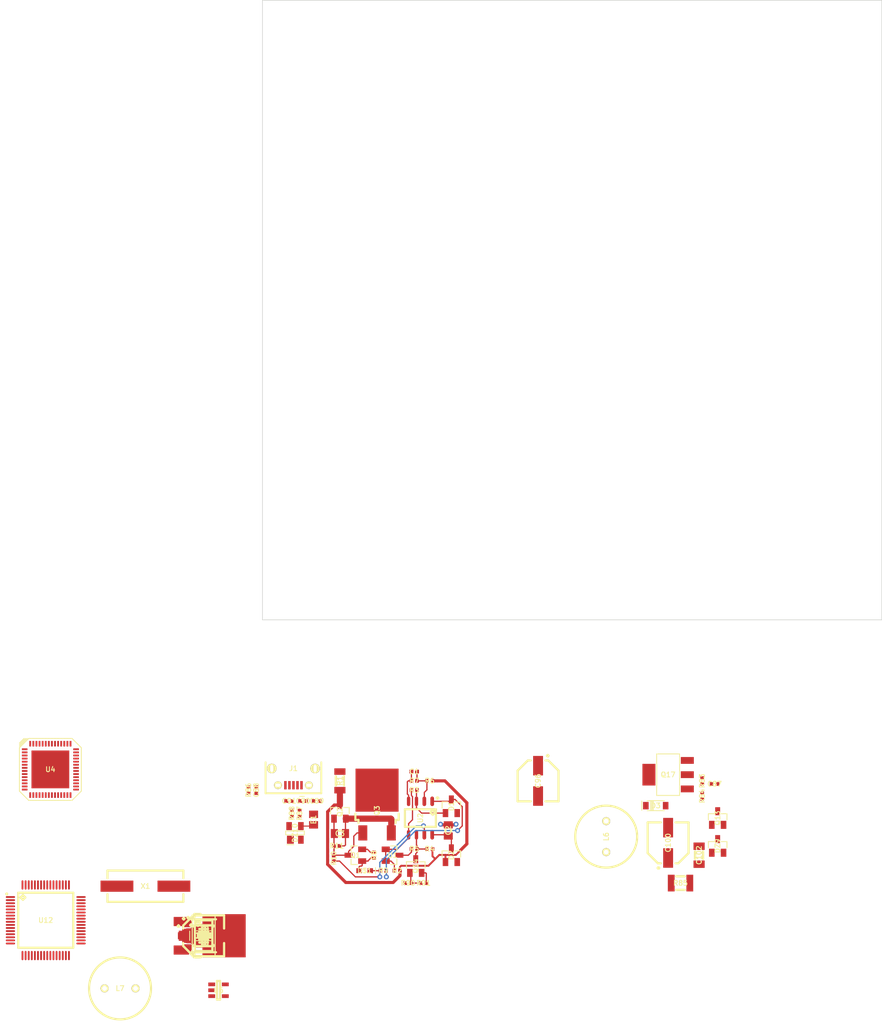
<source format=kicad_pcb>
(kicad_pcb (version 4) (host pcbnew "(2015-03-03 BZR 5471)-product")
  (layers (0 F.Cu signal) (1 In1.Cu signal) (2 In2.Cu signal) (31 B.Cu signal) (34 B.Paste user) (35 F.Paste user) (36 B.SilkS user) (37 F.SilkS user) (38 B.Mask user) (39 F.Mask user) (44 Edge.Cuts user))
  (net 0 "")
  (net 1 GND)
  (net 2 "Net-(C1-Pad2)")
  (net 3 "Net-(C2-Pad1)")
  (net 4 "Net-(C3-Pad1)")
  (net 5 "Net-(C3-Pad2)")
  (net 6 /DCDC/IN)
  (net 7 +1.8A)
  (net 8 "Net-(C11-Pad1)")
  (net 9 "Net-(C12-Pad1)")
  (net 10 +1.8)
  (net 11 +3.3)
  (net 12 +5)
  (net 13 -5)
  (net 14 "Net-(C23-Pad1)")
  (net 15 "Net-(C28-Pad1)")
  (net 16 "Net-(C29-Pad1)")
  (net 17 +9)
  (net 18 -9)
  (net 19 /OutputAmp/LPF/A)
  (net 20 "Net-(C44-Pad1)")
  (net 21 "Net-(C46-Pad1)")
  (net 22 /OutputAmp/LPF/B)
  (net 23 "Net-(C69-Pad1)")
  (net 24 "Net-(C71-Pad1)")
  (net 25 "Net-(C72-Pad1)")
  (net 26 "Net-(C73-Pad1)")
  (net 27 "Net-(C74-Pad1)")
  (net 28 "Net-(C75-Pad1)")
  (net 29 /InputFrontend/Detector/IN)
  (net 30 "Net-(C77-Pad1)")
  (net 31 "Net-(C79-Pad1)")
  (net 32 /InputFrontend/Detector/4V6_FILTERED)
  (net 33 "Net-(C84-Pad2)")
  (net 34 "Net-(C85-Pad1)")
  (net 35 /DCDC/FDBK_N9)
  (net 36 /DCDC/SW_N9)
  (net 37 /Comm/USBSHIELD)
  (net 38 /Comm/USBV+)
  (net 39 /Comm/USBD_N)
  (net 40 /Comm/USBD_P)
  (net 41 /Comm/USBPWR)
  (net 42 "Net-(C92-Pad2)")
  (net 43 "Net-(C94-Pad1)")
  (net 44 /DCDC/FDBK_3V3)
  (net 45 /DCDC/SW_3V3)
  (net 46 "Net-(C106-Pad1)")
  (net 47 +3.3SB)
  (net 48 "Net-(C112-Pad2)")
  (net 49 "Net-(C113-Pad2)")
  (net 50 "Net-(D1-Pad1)")
  (net 51 "Net-(D1-Pad3)")
  (net 52 "Net-(D2-Pad1)")
  (net 53 "Net-(DS1-Pad1)")
  (net 54 "Net-(DS1-Pad2)")
  (net 55 "Net-(DZ1-Pad1)")
  (net 56 /InputFrontend/Switching/IN1)
  (net 57 "Net-(DZ3-Pad2)")
  (net 58 "Net-(DZ5-Pad1)")
  (net 59 /InputFrontend/Switching/IN2)
  (net 60 "Net-(DZ7-Pad2)")
  (net 61 /Comm/IN_USBD_P)
  (net 62 /Comm/IN_USBD_N)
  (net 63 "Net-(J1-Pad4)")
  (net 64 "Net-(L6-Pad1)")
  (net 65 "Net-(L7-Pad1)")
  (net 66 "Net-(Q4-Pad2)")
  (net 67 "Net-(Q4-Pad3)")
  (net 68 "Net-(Q5-Pad3)")
  (net 69 "Net-(Q6-Pad3)")
  (net 70 "Net-(Q7-Pad2)")
  (net 71 "Net-(Q7-Pad3)")
  (net 72 "Net-(Q8-Pad3)")
  (net 73 "Net-(Q9-Pad3)")
  (net 74 "Net-(Q10-Pad1)")
  (net 75 /InputFrontend/Buffer_Filter/IN)
  (net 76 "Net-(Q11-Pad2)")
  (net 77 "Net-(Q13-Pad3)")
  (net 78 "Net-(Q14-Pad1)")
  (net 79 "Net-(Q14-Pad3)")
  (net 80 "Net-(Q16-Pad3)")
  (net 81 "Net-(Q17-Pad1)")
  (net 82 "Net-(Q18-Pad1)")
  (net 83 /PowerInput/IN)
  (net 84 "Net-(R10-Pad2)")
  (net 85 "Net-(R12-Pad1)")
  (net 86 "Net-(R12-Pad2)")
  (net 87 /Synth/CH0_P)
  (net 88 "Net-(R14-Pad1)")
  (net 89 /Synth/CH0_N)
  (net 90 "Net-(R16-Pad1)")
  (net 91 "Net-(R16-Pad2)")
  (net 92 /Synth/CH1_P)
  (net 93 /Synth/CH1_N)
  (net 94 "Net-(R23-Pad1)")
  (net 95 "Net-(R24-Pad1)")
  (net 96 "Net-(R25-Pad1)")
  (net 97 "Net-(R26-Pad1)")
  (net 98 "Net-(R27-Pad1)")
  (net 99 "Net-(R29-Pad1)")
  (net 100 /Synth/OUT1)
  (net 101 /OutputAmp/INPUT)
  (net 102 /OutputAmp/ATTEN)
  (net 103 "Net-(R41-Pad1)")
  (net 104 "Net-(R43-Pad1)")
  (net 105 "Net-(R44-Pad1)")
  (net 106 "Net-(R44-Pad2)")
  (net 107 "Net-(R46-Pad1)")
  (net 108 "Net-(R48-Pad1)")
  (net 109 /OutputAmp/OUT)
  (net 110 /InputFrontend/Detector/OUT)
  (net 111 /InputFrontend/OUT)
  (net 112 /InputFrontend/IN1)
  (net 113 /InputFrontend/IN2)
  (net 114 /InputFrontend/INPUTSEL)
  (net 115 /PowerInput/PWRDN)
  (net 116 "Net-(TP3-Pad1)")
  (net 117 "Net-(TP4-Pad1)")
  (net 118 "Net-(U4-Pad1)")
  (net 119 /Synth/MASTER_RESET)
  (net 120 /Synth/PWR_DWN_CTL)
  (net 121 "Net-(U4-Pad28)")
  (net 122 "Net-(U4-Pad32)")
  (net 123 "Net-(U4-Pad34)")
  (net 124 "Net-(U4-Pad38)")
  (net 125 /Synth/IO_UPDATE)
  (net 126 /Synth/#CS)
  (net 127 /Synth/SCLK)
  (net 128 /Synth/SDIO_0)
  (net 129 /Synth/SDIO_1)
  (net 130 /Synth/SDIO_2)
  (net 131 /Synth/SDIO_3)
  (net 132 "Net-(U6-Pad6)")
  (net 133 "Net-(U8-Pad2)")
  (net 134 "Net-(U12-Pad1)")
  (net 135 "Net-(U12-Pad2)")
  (net 136 "Net-(U12-Pad3)")
  (net 137 "Net-(U12-Pad4)")
  (net 138 "Net-(U12-Pad5)")
  (net 139 "Net-(U12-Pad6)")
  (net 140 "Net-(U12-Pad7)")
  (net 141 "Net-(U12-Pad8)")
  (net 142 "Net-(U12-Pad11)")
  (net 143 "Net-(U12-Pad12)")
  (net 144 "Net-(U12-Pad13)")
  (net 145 "Net-(U12-Pad14)")
  (net 146 "Net-(U12-Pad15)")
  (net 147 "Net-(U12-Pad16)")
  (net 148 "Net-(U12-Pad17)")
  (net 149 "Net-(U12-Pad18)")
  (net 150 "Net-(U12-Pad19)")
  (net 151 "Net-(U12-Pad21)")
  (net 152 "Net-(U12-Pad22)")
  (net 153 "Net-(U12-Pad23)")
  (net 154 "Net-(U12-Pad24)")
  (net 155 "Net-(U12-Pad27)")
  (net 156 "Net-(U12-Pad28)")
  (net 157 "Net-(U12-Pad29)")
  (net 158 "Net-(U12-Pad30)")
  (net 159 "Net-(U12-Pad31)")
  (net 160 "Net-(U12-Pad32)")
  (net 161 "Net-(U12-Pad33)")
  (net 162 "Net-(U12-Pad34)")
  (net 163 "Net-(U12-Pad35)")
  (net 164 "Net-(U12-Pad36)")
  (net 165 "Net-(U12-Pad37)")
  (net 166 "Net-(U12-Pad39)")
  (net 167 "Net-(U12-Pad40)")
  (net 168 "Net-(U12-Pad42)")
  (net 169 "Net-(U12-Pad43)")
  (net 170 "Net-(U12-Pad44)")
  (net 171 "Net-(U12-Pad45)")
  (net 172 "Net-(U12-Pad46)")
  (net 173 "Net-(U12-Pad47)")
  (net 174 "Net-(U12-Pad48)")
  (net 175 "Net-(U12-Pad49)")
  (net 176 "Net-(U12-Pad50)")
  (net 177 "Net-(U12-Pad51)")
  (net 178 "Net-(U12-Pad52)")
  (net 179 "Net-(U12-Pad53)")
  (net 180 "Net-(U12-Pad54)")
  (net 181 "Net-(U12-Pad55)")
  (net 182 "Net-(U12-Pad56)")
  (net 183 "Net-(U12-Pad57)")
  (net 184 "Net-(U12-Pad58)")
  (net 185 "Net-(U12-Pad59)")
  (net 186 "Net-(U12-Pad60)")
  (net 187 "Net-(U12-Pad61)")
  (net 188 "Net-(U12-Pad62)")
  (net 189 "Net-(U12-Pad63)")
  (net 190 "Net-(U12-Pad64)")
  (net 191 /Comm/SER_FROMUSB)
  (net 192 /Comm/#RTS)
  (net 193 /Comm/SER_TOUSB)
  (net 194 /Comm/#CTS)
  (net 195 "Net-(U13-Pad15)")
  (net 196 /Comm/#SLEEP)
  (net 197 "Net-(R2-Pad2)")
  (module smd-semi:SOT-23 (layer F.Cu) (at 105.5 163 90)
    (fp_text reference D2 (at 0 0 90) (layer F.SilkS) (effects (font (size 0.8 0.8))))
    (fp_text value MMBD4148)
    (pad 1 smd rect (at -1.1 -0.95 90) (size 1.3 0.9) (layers F.Cu F.Paste F.Mask) (net 52 "Net-(D2-Pad1)"))
    (pad 2 smd rect (at -1.1 0.95 90) (size 1.3 0.9) (layers F.Cu F.Paste F.Mask))
    (pad 3 smd rect (at 1.1 0 90) (size 1.3 0.8) (layers F.Cu F.Paste F.Mask) (net 3 "Net-(C2-Pad1)"))
  )
  (module smd-semi:SOT-23 (layer F.Cu) (at 87.5 156 90)
    (fp_text reference Q2 (at 0 0 90) (layer F.SilkS) (effects (font (size 0.8 0.8))))
    (fp_text value IRLML6402)
    (pad 1 smd rect (at -1.1 -0.95 90) (size 1.3 0.9) (layers F.Cu F.Paste F.Mask) (net 5 "Net-(C3-Pad2)"))
    (pad 2 smd rect (at -1.1 0.95 90) (size 1.3 0.9) (layers F.Cu F.Paste F.Mask) (net 4 "Net-(C3-Pad1)"))
    (pad 3 smd rect (at 1.1 0 90) (size 1.3 0.8) (layers F.Cu F.Paste F.Mask) (net 52 "Net-(D2-Pad1)"))
  )
  (module IPC7351-Nominal:CAPC1005X55 (layer F.Cu) (at 99.5 149.5)
    (fp_text reference C1 (at 0 0) (layer F.SilkS) (effects (font (size 0.8 0.8))))
    (fp_text value 10n)
    (pad 1 smd rect (at -0.45 0) (size 0.65 0.6) (layers F.Cu F.Paste F.Mask) (net 1 GND))
    (pad 2 smd rect (at 0.45 0) (size 0.65 0.6) (layers F.Cu F.Paste F.Mask) (net 2 "Net-(C1-Pad2)"))
  )
  (module IPC7351-Nominal:CAPC2012X70 (layer F.Cu) (at 105 159 90)
    (fp_text reference C2 (at 0 0 90) (layer F.SilkS) (effects (font (size 0.8 0.8))))
    (fp_text value 100n)
    (pad 1 smd rect (at -0.9 0 90) (size 1.15 1.45) (layers F.Cu F.Paste F.Mask) (net 3 "Net-(C2-Pad1)"))
    (pad 2 smd rect (at 0.9 0 90) (size 1.15 1.45) (layers F.Cu F.Paste F.Mask) (net 1 GND))
  )
  (module IPC7351-Nominal:CAPC2012X70 (layer F.Cu) (at 87.5 159.5 180)
    (fp_text reference C3 (at 0 0 180) (layer F.SilkS) (effects (font (size 0.8 0.8))))
    (fp_text value 100n)
    (pad 1 smd rect (at -0.9 0 180) (size 1.15 1.45) (layers F.Cu F.Paste F.Mask) (net 4 "Net-(C3-Pad1)"))
    (pad 2 smd rect (at 0.9 0 180) (size 1.15 1.45) (layers F.Cu F.Paste F.Mask) (net 5 "Net-(C3-Pad2)"))
  )
  (module IPC7351-Nominal:CAPC1005X55 (layer F.Cu) (at 65.5011 176.0036)
    (fp_text reference C4 (at 0 0) (layer F.SilkS) (effects (font (size 0.8 0.8))))
    (fp_text value 10n)
    (pad 1 smd rect (at -0.45 0) (size 0.65 0.6) (layers F.Cu F.Paste F.Mask) (net 6 /DCDC/IN))
    (pad 2 smd rect (at 0.45 0) (size 0.65 0.6) (layers F.Cu F.Paste F.Mask) (net 5 "Net-(C3-Pad2)"))
  )
  (module IPC7351-Nominal:CAPC1005X55 (layer F.Cu) (at 65.5011 176.0036)
    (fp_text reference C5 (at 0 0) (layer F.SilkS) (effects (font (size 0.8 0.8))))
    (fp_text value 1n)
    (pad 1 smd rect (at -0.45 0) (size 0.65 0.6) (layers F.Cu F.Paste F.Mask) (net 7 +1.8A))
    (pad 2 smd rect (at 0.45 0) (size 0.65 0.6) (layers F.Cu F.Paste F.Mask) (net 1 GND))
  )
  (module IPC7351-Nominal:CAPC2012X70 (layer F.Cu) (at 65.5011 176.0036)
    (fp_text reference C6 (at 0 0) (layer F.SilkS) (effects (font (size 0.8 0.8))))
    (fp_text value 220n)
    (pad 1 smd rect (at -0.9 0) (size 1.15 1.45) (layers F.Cu F.Paste F.Mask) (net 7 +1.8A))
    (pad 2 smd rect (at 0.9 0) (size 1.15 1.45) (layers F.Cu F.Paste F.Mask) (net 1 GND))
  )
  (module IPC7351-Nominal:CAPC1005X55 (layer F.Cu) (at 65.5011 176.0036)
    (fp_text reference C7 (at 0 0) (layer F.SilkS) (effects (font (size 0.8 0.8))))
    (fp_text value 1n)
    (pad 1 smd rect (at -0.45 0) (size 0.65 0.6) (layers F.Cu F.Paste F.Mask) (net 7 +1.8A))
    (pad 2 smd rect (at 0.45 0) (size 0.65 0.6) (layers F.Cu F.Paste F.Mask) (net 1 GND))
  )
  (module IPC7351-Nominal:CAPC2012X70 (layer F.Cu) (at 65.5011 176.0036)
    (fp_text reference C8 (at 0 0) (layer F.SilkS) (effects (font (size 0.8 0.8))))
    (fp_text value 220n)
    (pad 1 smd rect (at -0.9 0) (size 1.15 1.45) (layers F.Cu F.Paste F.Mask) (net 7 +1.8A))
    (pad 2 smd rect (at 0.9 0) (size 1.15 1.45) (layers F.Cu F.Paste F.Mask) (net 1 GND))
  )
  (module IPC7351-Nominal:CAPC1005X55 (layer F.Cu) (at 65.5011 176.0036)
    (fp_text reference C9 (at 0 0) (layer F.SilkS) (effects (font (size 0.8 0.8))))
    (fp_text value 1n)
    (pad 1 smd rect (at -0.45 0) (size 0.65 0.6) (layers F.Cu F.Paste F.Mask) (net 7 +1.8A))
    (pad 2 smd rect (at 0.45 0) (size 0.65 0.6) (layers F.Cu F.Paste F.Mask) (net 1 GND))
  )
  (module IPC7351-Nominal:CAPC2012X70 (layer F.Cu) (at 65.5011 176.0036)
    (fp_text reference C10 (at 0 0) (layer F.SilkS) (effects (font (size 0.8 0.8))))
    (fp_text value 220n)
    (pad 1 smd rect (at -0.9 0) (size 1.15 1.45) (layers F.Cu F.Paste F.Mask) (net 7 +1.8A))
    (pad 2 smd rect (at 0.9 0) (size 1.15 1.45) (layers F.Cu F.Paste F.Mask) (net 1 GND))
  )
  (module IPC7351-Nominal:CAPC1005X55 (layer F.Cu) (at 65.5011 176.0036)
    (fp_text reference C11 (at 0 0) (layer F.SilkS) (effects (font (size 0.8 0.8))))
    (fp_text value 15p)
    (pad 1 smd rect (at -0.45 0) (size 0.65 0.6) (layers F.Cu F.Paste F.Mask) (net 8 "Net-(C11-Pad1)"))
    (pad 2 smd rect (at 0.45 0) (size 0.65 0.6) (layers F.Cu F.Paste F.Mask) (net 1 GND))
  )
  (module IPC7351-Nominal:CAPC1005X55 (layer F.Cu) (at 65.5011 176.0036)
    (fp_text reference C12 (at 0 0) (layer F.SilkS) (effects (font (size 0.8 0.8))))
    (fp_text value 15p)
    (pad 1 smd rect (at -0.45 0) (size 0.65 0.6) (layers F.Cu F.Paste F.Mask) (net 9 "Net-(C12-Pad1)"))
    (pad 2 smd rect (at 0.45 0) (size 0.65 0.6) (layers F.Cu F.Paste F.Mask) (net 1 GND))
  )
  (module IPC7351-Nominal:CAPC1005X55 (layer F.Cu) (at 65.5011 176.0036)
    (fp_text reference C13 (at 0 0) (layer F.SilkS) (effects (font (size 0.8 0.8))))
    (fp_text value 1n)
    (pad 1 smd rect (at -0.45 0) (size 0.65 0.6) (layers F.Cu F.Paste F.Mask) (net 7 +1.8A))
    (pad 2 smd rect (at 0.45 0) (size 0.65 0.6) (layers F.Cu F.Paste F.Mask) (net 1 GND))
  )
  (module IPC7351-Nominal:CAPC2012X70 (layer F.Cu) (at 65.5011 176.0036)
    (fp_text reference C14 (at 0 0) (layer F.SilkS) (effects (font (size 0.8 0.8))))
    (fp_text value 220n)
    (pad 1 smd rect (at -0.9 0) (size 1.15 1.45) (layers F.Cu F.Paste F.Mask) (net 7 +1.8A))
    (pad 2 smd rect (at 0.9 0) (size 1.15 1.45) (layers F.Cu F.Paste F.Mask) (net 1 GND))
  )
  (module IPC7351-Nominal:CAPC1005X55 (layer F.Cu) (at 65.5011 176.0036)
    (fp_text reference C15 (at 0 0) (layer F.SilkS) (effects (font (size 0.8 0.8))))
    (fp_text value 1n)
    (pad 1 smd rect (at -0.45 0) (size 0.65 0.6) (layers F.Cu F.Paste F.Mask) (net 10 +1.8))
    (pad 2 smd rect (at 0.45 0) (size 0.65 0.6) (layers F.Cu F.Paste F.Mask) (net 1 GND))
  )
  (module IPC7351-Nominal:CAPC2012X70 (layer F.Cu) (at 65.5011 176.0036)
    (fp_text reference C16 (at 0 0) (layer F.SilkS) (effects (font (size 0.8 0.8))))
    (fp_text value 220n)
    (pad 1 smd rect (at -0.9 0) (size 1.15 1.45) (layers F.Cu F.Paste F.Mask) (net 10 +1.8))
    (pad 2 smd rect (at 0.9 0) (size 1.15 1.45) (layers F.Cu F.Paste F.Mask) (net 1 GND))
  )
  (module IPC7351-Nominal:CAPC1005X55 (layer F.Cu) (at 65.5011 176.0036)
    (fp_text reference C17 (at 0 0) (layer F.SilkS) (effects (font (size 0.8 0.8))))
    (fp_text value 1n)
    (pad 1 smd rect (at -0.45 0) (size 0.65 0.6) (layers F.Cu F.Paste F.Mask) (net 10 +1.8))
    (pad 2 smd rect (at 0.45 0) (size 0.65 0.6) (layers F.Cu F.Paste F.Mask) (net 1 GND))
  )
  (module IPC7351-Nominal:CAPC2012X70 (layer F.Cu) (at 65.5011 176.0036)
    (fp_text reference C18 (at 0 0) (layer F.SilkS) (effects (font (size 0.8 0.8))))
    (fp_text value 220n)
    (pad 1 smd rect (at -0.9 0) (size 1.15 1.45) (layers F.Cu F.Paste F.Mask) (net 11 +3.3))
    (pad 2 smd rect (at 0.9 0) (size 1.15 1.45) (layers F.Cu F.Paste F.Mask) (net 1 GND))
  )
  (module IPC7351-Nominal:CAPC2012X70 (layer F.Cu) (at 65.5011 176.0036)
    (fp_text reference C19 (at 0 0) (layer F.SilkS) (effects (font (size 0.8 0.8))))
    (fp_text value 220n)
    (pad 1 smd rect (at -0.9 0) (size 1.15 1.45) (layers F.Cu F.Paste F.Mask) (net 12 +5))
    (pad 2 smd rect (at 0.9 0) (size 1.15 1.45) (layers F.Cu F.Paste F.Mask) (net 13 -5))
  )
  (module IPC7351-Nominal:CAPC1005X55 (layer F.Cu) (at 65.5011 176.0036)
    (fp_text reference C20 (at 0 0) (layer F.SilkS) (effects (font (size 0.8 0.8))))
    (fp_text value 1n)
    (pad 1 smd rect (at -0.45 0) (size 0.65 0.6) (layers F.Cu F.Paste F.Mask) (net 12 +5))
    (pad 2 smd rect (at 0.45 0) (size 0.65 0.6) (layers F.Cu F.Paste F.Mask) (net 1 GND))
  )
  (module IPC7351-Nominal:CAPC1005X55 (layer F.Cu) (at 65.5011 176.0036)
    (fp_text reference C21 (at 0 0) (layer F.SilkS) (effects (font (size 0.8 0.8))))
    (fp_text value 1n)
    (pad 1 smd rect (at -0.45 0) (size 0.65 0.6) (layers F.Cu F.Paste F.Mask) (net 1 GND))
    (pad 2 smd rect (at 0.45 0) (size 0.65 0.6) (layers F.Cu F.Paste F.Mask) (net 13 -5))
  )
  (module IPC7351-Nominal:CAPC2012X70 (layer F.Cu) (at 65.5011 176.0036)
    (fp_text reference C22 (at 0 0) (layer F.SilkS) (effects (font (size 0.8 0.8))))
    (fp_text value 220n)
    (pad 1 smd rect (at -0.9 0) (size 1.15 1.45) (layers F.Cu F.Paste F.Mask) (net 12 +5))
    (pad 2 smd rect (at 0.9 0) (size 1.15 1.45) (layers F.Cu F.Paste F.Mask) (net 13 -5))
  )
  (module IPC7351-Nominal:CAPC1608X55 (layer F.Cu) (at 65.5011 176.0036)
    (fp_text reference C23 (at 0 0) (layer F.SilkS) (effects (font (size 0.8 0.8))))
    (fp_text value 680p)
    (pad 1 smd rect (at -0.75 0) (size 0.9 0.95) (layers F.Cu F.Paste F.Mask) (net 14 "Net-(C23-Pad1)"))
    (pad 2 smd rect (at 0.75 0) (size 0.9 0.95) (layers F.Cu F.Paste F.Mask) (net 1 GND))
  )
  (module IPC7351-Nominal:CAPC1005X55 (layer F.Cu) (at 65.5011 176.0036)
    (fp_text reference C24 (at 0 0) (layer F.SilkS) (effects (font (size 0.8 0.8))))
    (fp_text value 1n)
    (pad 1 smd rect (at -0.45 0) (size 0.65 0.6) (layers F.Cu F.Paste F.Mask) (net 12 +5))
    (pad 2 smd rect (at 0.45 0) (size 0.65 0.6) (layers F.Cu F.Paste F.Mask) (net 1 GND))
  )
  (module IPC7351-Nominal:CAPC1005X55 (layer F.Cu) (at 65.5011 176.0036)
    (fp_text reference C25 (at 0 0) (layer F.SilkS) (effects (font (size 0.8 0.8))))
    (fp_text value 1n)
    (pad 1 smd rect (at -0.45 0) (size 0.65 0.6) (layers F.Cu F.Paste F.Mask) (net 1 GND))
    (pad 2 smd rect (at 0.45 0) (size 0.65 0.6) (layers F.Cu F.Paste F.Mask) (net 13 -5))
  )
  (module IPC7351-Nominal:CAPC2012X70 (layer F.Cu) (at 65.5011 176.0036)
    (fp_text reference C26 (at 0 0) (layer F.SilkS) (effects (font (size 0.8 0.8))))
    (fp_text value 10u)
    (pad 1 smd rect (at -0.9 0) (size 1.15 1.45) (layers F.Cu F.Paste F.Mask) (net 12 +5))
    (pad 2 smd rect (at 0.9 0) (size 1.15 1.45) (layers F.Cu F.Paste F.Mask) (net 1 GND))
  )
  (module IPC7351-Nominal:CAPC2012X70 (layer F.Cu) (at 65.5011 176.0036)
    (fp_text reference C27 (at 0 0) (layer F.SilkS) (effects (font (size 0.8 0.8))))
    (fp_text value 10u)
    (pad 1 smd rect (at -0.9 0) (size 1.15 1.45) (layers F.Cu F.Paste F.Mask) (net 1 GND))
    (pad 2 smd rect (at 0.9 0) (size 1.15 1.45) (layers F.Cu F.Paste F.Mask) (net 13 -5))
  )
  (module IPC7351-Nominal:CAPC1005X55 (layer F.Cu) (at 65.5011 176.0036)
    (fp_text reference C28 (at 0 0) (layer F.SilkS) (effects (font (size 0.8 0.8))))
    (fp_text value 1n)
    (pad 1 smd rect (at -0.45 0) (size 0.65 0.6) (layers F.Cu F.Paste F.Mask) (net 15 "Net-(C28-Pad1)"))
    (pad 2 smd rect (at 0.45 0) (size 0.65 0.6) (layers F.Cu F.Paste F.Mask) (net 1 GND))
  )
  (module IPC7351-Nominal:CAPC1005X55 (layer F.Cu) (at 65.5011 176.0036)
    (fp_text reference C29 (at 0 0) (layer F.SilkS) (effects (font (size 0.8 0.8))))
    (fp_text value 1n)
    (pad 1 smd rect (at -0.45 0) (size 0.65 0.6) (layers F.Cu F.Paste F.Mask) (net 16 "Net-(C29-Pad1)"))
    (pad 2 smd rect (at 0.45 0) (size 0.65 0.6) (layers F.Cu F.Paste F.Mask) (net 1 GND))
  )
  (module IPC7351-Nominal:CAPC2012X70 (layer F.Cu) (at 65.5011 176.0036)
    (fp_text reference C30 (at 0 0) (layer F.SilkS) (effects (font (size 0.8 0.8))))
    (fp_text value 100n)
    (pad 1 smd rect (at -0.9 0) (size 1.15 1.45) (layers F.Cu F.Paste F.Mask) (net 12 +5))
    (pad 2 smd rect (at 0.9 0) (size 1.15 1.45) (layers F.Cu F.Paste F.Mask) (net 1 GND))
  )
  (module IPC7351-Nominal:CAPC2012X70 (layer F.Cu) (at 65.5011 176.0036)
    (fp_text reference C31 (at 0 0) (layer F.SilkS) (effects (font (size 0.8 0.8))))
    (fp_text value 100n)
    (pad 1 smd rect (at -0.9 0) (size 1.15 1.45) (layers F.Cu F.Paste F.Mask) (net 1 GND))
    (pad 2 smd rect (at 0.9 0) (size 1.15 1.45) (layers F.Cu F.Paste F.Mask) (net 13 -5))
  )
  (module IPC7351-Nominal:CAPC1005X55 (layer F.Cu) (at 65.5011 176.0036)
    (fp_text reference C32 (at 0 0) (layer F.SilkS) (effects (font (size 0.8 0.8))))
    (fp_text value 1n)
    (pad 1 smd rect (at -0.45 0) (size 0.65 0.6) (layers F.Cu F.Paste F.Mask) (net 12 +5))
    (pad 2 smd rect (at 0.45 0) (size 0.65 0.6) (layers F.Cu F.Paste F.Mask) (net 1 GND))
  )
  (module IPC7351-Nominal:CAPC1005X55 (layer F.Cu) (at 65.5011 176.0036)
    (fp_text reference C33 (at 0 0) (layer F.SilkS) (effects (font (size 0.8 0.8))))
    (fp_text value 1n)
    (pad 1 smd rect (at -0.45 0) (size 0.65 0.6) (layers F.Cu F.Paste F.Mask) (net 1 GND))
    (pad 2 smd rect (at 0.45 0) (size 0.65 0.6) (layers F.Cu F.Paste F.Mask) (net 13 -5))
  )
  (module IPC7351-Nominal:CAPC2012X70 (layer F.Cu) (at 65.5011 176.0036)
    (fp_text reference C34 (at 0 0) (layer F.SilkS) (effects (font (size 0.8 0.8))))
    (fp_text value 10u)
    (pad 1 smd rect (at -0.9 0) (size 1.15 1.45) (layers F.Cu F.Paste F.Mask) (net 12 +5))
    (pad 2 smd rect (at 0.9 0) (size 1.15 1.45) (layers F.Cu F.Paste F.Mask) (net 1 GND))
  )
  (module IPC7351-Nominal:CAPC2012X70 (layer F.Cu) (at 65.5011 176.0036)
    (fp_text reference C35 (at 0 0) (layer F.SilkS) (effects (font (size 0.8 0.8))))
    (fp_text value 10u)
    (pad 1 smd rect (at -0.9 0) (size 1.15 1.45) (layers F.Cu F.Paste F.Mask) (net 1 GND))
    (pad 2 smd rect (at 0.9 0) (size 1.15 1.45) (layers F.Cu F.Paste F.Mask) (net 13 -5))
  )
  (module IPC7351-Nominal:CAPC2012X70 (layer F.Cu) (at 65.5011 176.0036)
    (fp_text reference C36 (at 0 0) (layer F.SilkS) (effects (font (size 0.8 0.8))))
    (fp_text value 100n)
    (pad 1 smd rect (at -0.9 0) (size 1.15 1.45) (layers F.Cu F.Paste F.Mask) (net 17 +9))
    (pad 2 smd rect (at 0.9 0) (size 1.15 1.45) (layers F.Cu F.Paste F.Mask) (net 1 GND))
  )
  (module IPC7351-Nominal:CAPC2012X70 (layer F.Cu) (at 65.5011 176.0036)
    (fp_text reference C37 (at 0 0) (layer F.SilkS) (effects (font (size 0.8 0.8))))
    (fp_text value 100n)
    (pad 1 smd rect (at -0.9 0) (size 1.15 1.45) (layers F.Cu F.Paste F.Mask) (net 1 GND))
    (pad 2 smd rect (at 0.9 0) (size 1.15 1.45) (layers F.Cu F.Paste F.Mask) (net 18 -9))
  )
  (module IPC7351-Nominal:CAPC1005X55 (layer F.Cu) (at 65.5011 176.0036)
    (fp_text reference C38 (at 0 0) (layer F.SilkS) (effects (font (size 0.8 0.8))))
    (fp_text value 1n)
    (pad 1 smd rect (at -0.45 0) (size 0.65 0.6) (layers F.Cu F.Paste F.Mask) (net 17 +9))
    (pad 2 smd rect (at 0.45 0) (size 0.65 0.6) (layers F.Cu F.Paste F.Mask) (net 1 GND))
  )
  (module IPC7351-Nominal:CAPC1005X55 (layer F.Cu) (at 65.5011 176.0036)
    (fp_text reference C39 (at 0 0) (layer F.SilkS) (effects (font (size 0.8 0.8))))
    (fp_text value 1n)
    (pad 1 smd rect (at -0.45 0) (size 0.65 0.6) (layers F.Cu F.Paste F.Mask) (net 1 GND))
    (pad 2 smd rect (at 0.45 0) (size 0.65 0.6) (layers F.Cu F.Paste F.Mask) (net 18 -9))
  )
  (module IPC7351-Nominal:CAPC3216X70 (layer F.Cu) (at 65.5011 176.0036)
    (fp_text reference C40 (at 0 0) (layer F.SilkS) (effects (font (size 0.8 0.8))))
    (fp_text value 10u)
    (pad 1 smd rect (at -1.45 0) (size 1.2 1.8) (layers F.Cu F.Paste F.Mask) (net 17 +9))
    (pad 2 smd rect (at 1.45 0) (size 1.2 1.8) (layers F.Cu F.Paste F.Mask) (net 1 GND))
  )
  (module IPC7351-Nominal:CAPC3216X70 (layer F.Cu) (at 65.5011 176.0036)
    (fp_text reference C41 (at 0 0) (layer F.SilkS) (effects (font (size 0.8 0.8))))
    (fp_text value 10u)
    (pad 1 smd rect (at -1.45 0) (size 1.2 1.8) (layers F.Cu F.Paste F.Mask) (net 1 GND))
    (pad 2 smd rect (at 1.45 0) (size 1.2 1.8) (layers F.Cu F.Paste F.Mask) (net 18 -9))
  )
  (module IPC7351-Nominal:CAPC1005X55 (layer F.Cu) (at 65.5011 176.0036)
    (fp_text reference C42 (at 0 0) (layer F.SilkS) (effects (font (size 0.8 0.8))))
    (fp_text value 22p)
    (pad 1 smd rect (at -0.45 0) (size 0.65 0.6) (layers F.Cu F.Paste F.Mask) (net 19 /OutputAmp/LPF/A))
    (pad 2 smd rect (at 0.45 0) (size 0.65 0.6) (layers F.Cu F.Paste F.Mask) (net 1 GND))
  )
  (module IPC7351-Nominal:CAPC1005X55 (layer F.Cu) (at 65.5011 176.0036)
    (fp_text reference C43 (at 0 0) (layer F.SilkS) (effects (font (size 0.8 0.8))))
    (fp_text value 22p)
    (pad 1 smd rect (at -0.45 0) (size 0.65 0.6) (layers F.Cu F.Paste F.Mask) (net 19 /OutputAmp/LPF/A))
    (pad 2 smd rect (at 0.45 0) (size 0.65 0.6) (layers F.Cu F.Paste F.Mask) (net 1 GND))
  )
  (module IPC7351-Nominal:CAPC1005X55 (layer F.Cu) (at 65.5011 176.0036)
    (fp_text reference C44 (at 0 0) (layer F.SilkS) (effects (font (size 0.8 0.8))))
    (fp_text value 1p5)
    (pad 1 smd rect (at -0.45 0) (size 0.65 0.6) (layers F.Cu F.Paste F.Mask) (net 20 "Net-(C44-Pad1)"))
    (pad 2 smd rect (at 0.45 0) (size 0.65 0.6) (layers F.Cu F.Paste F.Mask) (net 19 /OutputAmp/LPF/A))
  )
  (module IPC7351-Nominal:CAPC1005X55 (layer F.Cu) (at 65.5011 176.0036)
    (fp_text reference C45 (at 0 0) (layer F.SilkS) (effects (font (size 0.8 0.8))))
    (fp_text value 56p)
    (pad 1 smd rect (at -0.45 0) (size 0.65 0.6) (layers F.Cu F.Paste F.Mask) (net 20 "Net-(C44-Pad1)"))
    (pad 2 smd rect (at 0.45 0) (size 0.65 0.6) (layers F.Cu F.Paste F.Mask) (net 1 GND))
  )
  (module IPC7351-Nominal:CAPC1005X55 (layer F.Cu) (at 65.5011 176.0036)
    (fp_text reference C46 (at 0 0) (layer F.SilkS) (effects (font (size 0.8 0.8))))
    (fp_text value 4p7)
    (pad 1 smd rect (at -0.45 0) (size 0.65 0.6) (layers F.Cu F.Paste F.Mask) (net 21 "Net-(C46-Pad1)"))
    (pad 2 smd rect (at 0.45 0) (size 0.65 0.6) (layers F.Cu F.Paste F.Mask) (net 20 "Net-(C44-Pad1)"))
  )
  (module IPC7351-Nominal:CAPC1005X55 (layer F.Cu) (at 65.5011 176.0036)
    (fp_text reference C47 (at 0 0) (layer F.SilkS) (effects (font (size 0.8 0.8))))
    (fp_text value 4p7)
    (pad 1 smd rect (at -0.45 0) (size 0.65 0.6) (layers F.Cu F.Paste F.Mask) (net 21 "Net-(C46-Pad1)"))
    (pad 2 smd rect (at 0.45 0) (size 0.65 0.6) (layers F.Cu F.Paste F.Mask) (net 20 "Net-(C44-Pad1)"))
  )
  (module IPC7351-Nominal:CAPC1005X55 (layer F.Cu) (at 65.5011 176.0036)
    (fp_text reference C48 (at 0 0) (layer F.SilkS) (effects (font (size 0.8 0.8))))
    (fp_text value 56p)
    (pad 1 smd rect (at -0.45 0) (size 0.65 0.6) (layers F.Cu F.Paste F.Mask) (net 21 "Net-(C46-Pad1)"))
    (pad 2 smd rect (at 0.45 0) (size 0.65 0.6) (layers F.Cu F.Paste F.Mask) (net 1 GND))
  )
  (module IPC7351-Nominal:CAPC1005X55 (layer F.Cu) (at 65.5011 176.0036)
    (fp_text reference C49 (at 0 0) (layer F.SilkS) (effects (font (size 0.8 0.8))))
    (fp_text value 4p7)
    (pad 1 smd rect (at -0.45 0) (size 0.65 0.6) (layers F.Cu F.Paste F.Mask) (net 22 /OutputAmp/LPF/B))
    (pad 2 smd rect (at 0.45 0) (size 0.65 0.6) (layers F.Cu F.Paste F.Mask) (net 21 "Net-(C46-Pad1)"))
  )
  (module IPC7351-Nominal:CAPC1005X55 (layer F.Cu) (at 65.5011 176.0036)
    (fp_text reference C50 (at 0 0) (layer F.SilkS) (effects (font (size 0.8 0.8))))
    (fp_text value 22p)
    (pad 1 smd rect (at -0.45 0) (size 0.65 0.6) (layers F.Cu F.Paste F.Mask) (net 22 /OutputAmp/LPF/B))
    (pad 2 smd rect (at 0.45 0) (size 0.65 0.6) (layers F.Cu F.Paste F.Mask) (net 1 GND))
  )
  (module IPC7351-Nominal:CAPC1005X55 (layer F.Cu) (at 65.5011 176.0036)
    (fp_text reference C51 (at 0 0) (layer F.SilkS) (effects (font (size 0.8 0.8))))
    (fp_text value 18p)
    (pad 1 smd rect (at -0.45 0) (size 0.65 0.6) (layers F.Cu F.Paste F.Mask) (net 22 /OutputAmp/LPF/B))
    (pad 2 smd rect (at 0.45 0) (size 0.65 0.6) (layers F.Cu F.Paste F.Mask) (net 1 GND))
  )
  (module IPC7351-Nominal:CAPC3216X70 (layer F.Cu) (at 65.5011 176.0036)
    (fp_text reference C52 (at 0 0) (layer F.SilkS) (effects (font (size 0.8 0.8))))
    (fp_text value 47u)
    (pad 1 smd rect (at -1.45 0) (size 1.2 1.8) (layers F.Cu F.Paste F.Mask) (net 13 -5))
    (pad 2 smd rect (at 1.45 0) (size 1.2 1.8) (layers F.Cu F.Paste F.Mask) (net 1 GND))
  )
  (module IPC7351-Nominal:CAPC1005X55 (layer F.Cu) (at 65.5011 176.0036)
    (fp_text reference C53 (at 0 0) (layer F.SilkS) (effects (font (size 0.8 0.8))))
    (fp_text value 1n)
    (pad 1 smd rect (at -0.45 0) (size 0.65 0.6) (layers F.Cu F.Paste F.Mask) (net 12 +5))
    (pad 2 smd rect (at 0.45 0) (size 0.65 0.6) (layers F.Cu F.Paste F.Mask) (net 1 GND))
  )
  (module IPC7351-Nominal:CAPC1005X55 (layer F.Cu) (at 65.5011 176.0036)
    (fp_text reference C54 (at 0 0) (layer F.SilkS) (effects (font (size 0.8 0.8))))
    (fp_text value 1n)
    (pad 1 smd rect (at -0.45 0) (size 0.65 0.6) (layers F.Cu F.Paste F.Mask) (net 13 -5))
    (pad 2 smd rect (at 0.45 0) (size 0.65 0.6) (layers F.Cu F.Paste F.Mask) (net 1 GND))
  )
  (module IPC7351-Nominal:CAPC1005X55 (layer F.Cu) (at 65.5011 176.0036)
    (fp_text reference C55 (at 0 0) (layer F.SilkS) (effects (font (size 0.8 0.8))))
    (fp_text value 1n)
    (pad 1 smd rect (at -0.45 0) (size 0.65 0.6) (layers F.Cu F.Paste F.Mask) (net 12 +5))
    (pad 2 smd rect (at 0.45 0) (size 0.65 0.6) (layers F.Cu F.Paste F.Mask) (net 1 GND))
  )
  (module IPC7351-Nominal:CAPC1005X55 (layer F.Cu) (at 65.5011 176.0036)
    (fp_text reference C56 (at 0 0) (layer F.SilkS) (effects (font (size 0.8 0.8))))
    (fp_text value 1n)
    (pad 1 smd rect (at -0.45 0) (size 0.65 0.6) (layers F.Cu F.Paste F.Mask) (net 13 -5))
    (pad 2 smd rect (at 0.45 0) (size 0.65 0.6) (layers F.Cu F.Paste F.Mask) (net 1 GND))
  )
  (module IPC7351-Nominal:CAPC1005X55 (layer F.Cu) (at 65.5011 176.0036)
    (fp_text reference C57 (at 0 0) (layer F.SilkS) (effects (font (size 0.8 0.8))))
    (fp_text value 1n)
    (pad 1 smd rect (at -0.45 0) (size 0.65 0.6) (layers F.Cu F.Paste F.Mask) (net 12 +5))
    (pad 2 smd rect (at 0.45 0) (size 0.65 0.6) (layers F.Cu F.Paste F.Mask) (net 1 GND))
  )
  (module IPC7351-Nominal:CAPC1005X55 (layer F.Cu) (at 65.5011 176.0036)
    (fp_text reference C58 (at 0 0) (layer F.SilkS) (effects (font (size 0.8 0.8))))
    (fp_text value 1n)
    (pad 1 smd rect (at -0.45 0) (size 0.65 0.6) (layers F.Cu F.Paste F.Mask) (net 13 -5))
    (pad 2 smd rect (at 0.45 0) (size 0.65 0.6) (layers F.Cu F.Paste F.Mask) (net 1 GND))
  )
  (module IPC7351-Nominal:CAPC1005X55 (layer F.Cu) (at 65.5011 176.0036)
    (fp_text reference C59 (at 0 0) (layer F.SilkS) (effects (font (size 0.8 0.8))))
    (fp_text value 1n)
    (pad 1 smd rect (at -0.45 0) (size 0.65 0.6) (layers F.Cu F.Paste F.Mask) (net 12 +5))
    (pad 2 smd rect (at 0.45 0) (size 0.65 0.6) (layers F.Cu F.Paste F.Mask) (net 1 GND))
  )
  (module IPC7351-Nominal:CAPC1005X55 (layer F.Cu) (at 65.5011 176.0036)
    (fp_text reference C60 (at 0 0) (layer F.SilkS) (effects (font (size 0.8 0.8))))
    (fp_text value 1n)
    (pad 1 smd rect (at -0.45 0) (size 0.65 0.6) (layers F.Cu F.Paste F.Mask) (net 13 -5))
    (pad 2 smd rect (at 0.45 0) (size 0.65 0.6) (layers F.Cu F.Paste F.Mask) (net 1 GND))
  )
  (module IPC7351-Nominal:CAPC1005X55 (layer F.Cu) (at 65.5011 176.0036)
    (fp_text reference C61 (at 0 0) (layer F.SilkS) (effects (font (size 0.8 0.8))))
    (fp_text value 1n)
    (pad 1 smd rect (at -0.45 0) (size 0.65 0.6) (layers F.Cu F.Paste F.Mask) (net 12 +5))
    (pad 2 smd rect (at 0.45 0) (size 0.65 0.6) (layers F.Cu F.Paste F.Mask) (net 1 GND))
  )
  (module IPC7351-Nominal:CAPC1005X55 (layer F.Cu) (at 65.5011 176.0036)
    (fp_text reference C62 (at 0 0) (layer F.SilkS) (effects (font (size 0.8 0.8))))
    (fp_text value 1n)
    (pad 1 smd rect (at -0.45 0) (size 0.65 0.6) (layers F.Cu F.Paste F.Mask) (net 13 -5))
    (pad 2 smd rect (at 0.45 0) (size 0.65 0.6) (layers F.Cu F.Paste F.Mask) (net 1 GND))
  )
  (module IPC7351-Nominal:CAPC2012X70 (layer F.Cu) (at 65.5011 176.0036)
    (fp_text reference C63 (at 0 0) (layer F.SilkS) (effects (font (size 0.8 0.8))))
    (fp_text value 220n)
    (pad 1 smd rect (at -0.9 0) (size 1.15 1.45) (layers F.Cu F.Paste F.Mask) (net 12 +5))
    (pad 2 smd rect (at 0.9 0) (size 1.15 1.45) (layers F.Cu F.Paste F.Mask) (net 1 GND))
  )
  (module IPC7351-Nominal:CAPC2012X70 (layer F.Cu) (at 65.5011 176.0036)
    (fp_text reference C64 (at 0 0) (layer F.SilkS) (effects (font (size 0.8 0.8))))
    (fp_text value 220n)
    (pad 1 smd rect (at -0.9 0) (size 1.15 1.45) (layers F.Cu F.Paste F.Mask) (net 13 -5))
    (pad 2 smd rect (at 0.9 0) (size 1.15 1.45) (layers F.Cu F.Paste F.Mask) (net 1 GND))
  )
  (module IPC7351-Nominal:CAPC2012X70 (layer F.Cu) (at 65.5011 176.0036)
    (fp_text reference C65 (at 0 0) (layer F.SilkS) (effects (font (size 0.8 0.8))))
    (fp_text value 220n)
    (pad 1 smd rect (at -0.9 0) (size 1.15 1.45) (layers F.Cu F.Paste F.Mask) (net 12 +5))
    (pad 2 smd rect (at 0.9 0) (size 1.15 1.45) (layers F.Cu F.Paste F.Mask) (net 1 GND))
  )
  (module IPC7351-Nominal:CAPC2012X70 (layer F.Cu) (at 65.5011 176.0036)
    (fp_text reference C66 (at 0 0) (layer F.SilkS) (effects (font (size 0.8 0.8))))
    (fp_text value 220n)
    (pad 1 smd rect (at -0.9 0) (size 1.15 1.45) (layers F.Cu F.Paste F.Mask) (net 13 -5))
    (pad 2 smd rect (at 0.9 0) (size 1.15 1.45) (layers F.Cu F.Paste F.Mask) (net 1 GND))
  )
  (module IPC7351-Nominal:CAPC2012X70 (layer F.Cu) (at 65.5011 176.0036)
    (fp_text reference C67 (at 0 0) (layer F.SilkS) (effects (font (size 0.8 0.8))))
    (fp_text value 220n)
    (pad 1 smd rect (at -0.9 0) (size 1.15 1.45) (layers F.Cu F.Paste F.Mask) (net 12 +5))
    (pad 2 smd rect (at 0.9 0) (size 1.15 1.45) (layers F.Cu F.Paste F.Mask) (net 1 GND))
  )
  (module IPC7351-Nominal:CAPC2012X70 (layer F.Cu) (at 65.5011 176.0036)
    (fp_text reference C68 (at 0 0) (layer F.SilkS) (effects (font (size 0.8 0.8))))
    (fp_text value 220n)
    (pad 1 smd rect (at -0.9 0) (size 1.15 1.45) (layers F.Cu F.Paste F.Mask) (net 13 -5))
    (pad 2 smd rect (at 0.9 0) (size 1.15 1.45) (layers F.Cu F.Paste F.Mask) (net 1 GND))
  )
  (module IPC7351-Nominal:CAPC1005X55 (layer F.Cu) (at 65.5011 176.0036)
    (fp_text reference C69 (at 0 0) (layer F.SilkS) (effects (font (size 0.8 0.8))))
    (fp_text value 1n)
    (pad 1 smd rect (at -0.45 0) (size 0.65 0.6) (layers F.Cu F.Paste F.Mask) (net 23 "Net-(C69-Pad1)"))
    (pad 2 smd rect (at 0.45 0) (size 0.65 0.6) (layers F.Cu F.Paste F.Mask) (net 1 GND))
  )
  (module IPC7351-Nominal:CAPC1005X55 (layer F.Cu) (at 65.5011 176.0036)
    (fp_text reference C70 (at 0 0) (layer F.SilkS) (effects (font (size 0.8 0.8))))
    (fp_text value 1n)
    (pad 1 smd rect (at -0.45 0) (size 0.65 0.6) (layers F.Cu F.Paste F.Mask) (net 23 "Net-(C69-Pad1)"))
    (pad 2 smd rect (at 0.45 0) (size 0.65 0.6) (layers F.Cu F.Paste F.Mask) (net 1 GND))
  )
  (module IPC7351-Nominal:CAPC1005X55 (layer F.Cu) (at 65.5011 176.0036)
    (fp_text reference C71 (at 0 0) (layer F.SilkS) (effects (font (size 0.8 0.8))))
    (fp_text value 1n)
    (pad 1 smd rect (at -0.45 0) (size 0.65 0.6) (layers F.Cu F.Paste F.Mask) (net 24 "Net-(C71-Pad1)"))
    (pad 2 smd rect (at 0.45 0) (size 0.65 0.6) (layers F.Cu F.Paste F.Mask) (net 1 GND))
  )
  (module IPC7351-Nominal:CAPC1005X55 (layer F.Cu) (at 65.5011 176.0036)
    (fp_text reference C72 (at 0 0) (layer F.SilkS) (effects (font (size 0.8 0.8))))
    (fp_text value 1n)
    (pad 1 smd rect (at -0.45 0) (size 0.65 0.6) (layers F.Cu F.Paste F.Mask) (net 25 "Net-(C72-Pad1)"))
    (pad 2 smd rect (at 0.45 0) (size 0.65 0.6) (layers F.Cu F.Paste F.Mask) (net 1 GND))
  )
  (module IPC7351-Nominal:CAPC1005X55 (layer F.Cu) (at 65.5011 176.0036)
    (fp_text reference C73 (at 0 0) (layer F.SilkS) (effects (font (size 0.8 0.8))))
    (fp_text value 10n)
    (pad 1 smd rect (at -0.45 0) (size 0.65 0.6) (layers F.Cu F.Paste F.Mask) (net 26 "Net-(C73-Pad1)"))
    (pad 2 smd rect (at 0.45 0) (size 0.65 0.6) (layers F.Cu F.Paste F.Mask) (net 13 -5))
  )
  (module IPC7351-Nominal:CAPC1608X55 (layer F.Cu) (at 65.5011 176.0036)
    (fp_text reference C74 (at 0 0) (layer F.SilkS) (effects (font (size 0.8 0.8))))
    (fp_text value 22p)
    (pad 1 smd rect (at -0.75 0) (size 0.9 0.95) (layers F.Cu F.Paste F.Mask) (net 27 "Net-(C74-Pad1)"))
    (pad 2 smd rect (at 0.75 0) (size 0.9 0.95) (layers F.Cu F.Paste F.Mask) (net 1 GND))
  )
  (module IPC7351-Nominal:CAPC1608X55 (layer F.Cu) (at 65.5011 176.0036)
    (fp_text reference C75 (at 0 0) (layer F.SilkS) (effects (font (size 0.8 0.8))))
    (fp_text value 33p)
    (pad 1 smd rect (at -0.75 0) (size 0.9 0.95) (layers F.Cu F.Paste F.Mask) (net 28 "Net-(C75-Pad1)"))
    (pad 2 smd rect (at 0.75 0) (size 0.9 0.95) (layers F.Cu F.Paste F.Mask) (net 1 GND))
  )
  (module IPC7351-Nominal:CAPC1608X55 (layer F.Cu) (at 65.5011 176.0036)
    (fp_text reference C76 (at 0 0) (layer F.SilkS) (effects (font (size 0.8 0.8))))
    (fp_text value 22p)
    (pad 1 smd rect (at -0.75 0) (size 0.9 0.95) (layers F.Cu F.Paste F.Mask) (net 29 /InputFrontend/Detector/IN))
    (pad 2 smd rect (at 0.75 0) (size 0.9 0.95) (layers F.Cu F.Paste F.Mask) (net 1 GND))
  )
  (module IPC7351-Nominal:CAPC1005X55 (layer F.Cu) (at 65.5011 176.0036)
    (fp_text reference C77 (at 0 0) (layer F.SilkS) (effects (font (size 0.8 0.8))))
    (fp_text value 10n)
    (pad 1 smd rect (at -0.45 0) (size 0.65 0.6) (layers F.Cu F.Paste F.Mask) (net 30 "Net-(C77-Pad1)"))
    (pad 2 smd rect (at 0.45 0) (size 0.65 0.6) (layers F.Cu F.Paste F.Mask) (net 29 /InputFrontend/Detector/IN))
  )
  (module IPC7351-Nominal:CAPC2012X70 (layer F.Cu) (at 65.5011 176.0036)
    (fp_text reference C78 (at 0 0) (layer F.SilkS) (effects (font (size 0.8 0.8))))
    (fp_text value 1u)
    (pad 1 smd rect (at -0.9 0) (size 1.15 1.45) (layers F.Cu F.Paste F.Mask) (net 30 "Net-(C77-Pad1)"))
    (pad 2 smd rect (at 0.9 0) (size 1.15 1.45) (layers F.Cu F.Paste F.Mask) (net 29 /InputFrontend/Detector/IN))
  )
  (module IPC7351-Nominal:CAPC1005X55 (layer F.Cu) (at 65.5011 176.0036)
    (fp_text reference C79 (at 0 0) (layer F.SilkS) (effects (font (size 0.8 0.8))))
    (fp_text value 10n)
    (pad 1 smd rect (at -0.45 0) (size 0.65 0.6) (layers F.Cu F.Paste F.Mask) (net 31 "Net-(C79-Pad1)"))
    (pad 2 smd rect (at 0.45 0) (size 0.65 0.6) (layers F.Cu F.Paste F.Mask) (net 1 GND))
  )
  (module IPC7351-Nominal:CAPC2012X70 (layer F.Cu) (at 65.5011 176.0036)
    (fp_text reference C80 (at 0 0) (layer F.SilkS) (effects (font (size 0.8 0.8))))
    (fp_text value 1u)
    (pad 1 smd rect (at -0.9 0) (size 1.15 1.45) (layers F.Cu F.Paste F.Mask) (net 31 "Net-(C79-Pad1)"))
    (pad 2 smd rect (at 0.9 0) (size 1.15 1.45) (layers F.Cu F.Paste F.Mask) (net 1 GND))
  )
  (module IPC7351-Nominal:CAPC1005X55 (layer F.Cu) (at 65.5011 176.0036)
    (fp_text reference C81 (at 0 0) (layer F.SilkS) (effects (font (size 0.8 0.8))))
    (fp_text value 10n)
    (pad 1 smd rect (at -0.45 0) (size 0.65 0.6) (layers F.Cu F.Paste F.Mask) (net 1 GND))
    (pad 2 smd rect (at 0.45 0) (size 0.65 0.6) (layers F.Cu F.Paste F.Mask) (net 32 /InputFrontend/Detector/4V6_FILTERED))
  )
  (module IPC7351-Nominal:CAPC2012X70 (layer F.Cu) (at 65.5011 176.0036)
    (fp_text reference C82 (at 0 0) (layer F.SilkS) (effects (font (size 0.8 0.8))))
    (fp_text value 680n)
    (pad 1 smd rect (at -0.9 0) (size 1.15 1.45) (layers F.Cu F.Paste F.Mask) (net 32 /InputFrontend/Detector/4V6_FILTERED))
    (pad 2 smd rect (at 0.9 0) (size 1.15 1.45) (layers F.Cu F.Paste F.Mask) (net 1 GND))
  )
  (module IPC7351-Nominal:CAPC3216X70 (layer F.Cu) (at 65.5011 176.0036)
    (fp_text reference C83 (at 0 0) (layer F.SilkS) (effects (font (size 0.8 0.8))))
    (fp_text value 47u)
    (pad 1 smd rect (at -1.45 0) (size 1.2 1.8) (layers F.Cu F.Paste F.Mask) (net 32 /InputFrontend/Detector/4V6_FILTERED))
    (pad 2 smd rect (at 1.45 0) (size 1.2 1.8) (layers F.Cu F.Paste F.Mask) (net 1 GND))
  )
  (module IPC7351-Nominal:CAPC1608X55 (layer F.Cu) (at 65.5011 176.0036)
    (fp_text reference C84 (at 0 0) (layer F.SilkS) (effects (font (size 0.8 0.8))))
    (fp_text value 220p)
    (pad 1 smd rect (at -0.75 0) (size 0.9 0.95) (layers F.Cu F.Paste F.Mask) (net 1 GND))
    (pad 2 smd rect (at 0.75 0) (size 0.9 0.95) (layers F.Cu F.Paste F.Mask) (net 33 "Net-(C84-Pad2)"))
  )
  (module IPC7351-Nominal:CAPC1608X55 (layer F.Cu) (at 65.5011 176.0036)
    (fp_text reference C85 (at 0 0) (layer F.SilkS) (effects (font (size 0.8 0.8))))
    (fp_text value 330n)
    (pad 1 smd rect (at -0.75 0) (size 0.9 0.95) (layers F.Cu F.Paste F.Mask) (net 34 "Net-(C85-Pad1)"))
    (pad 2 smd rect (at 0.75 0) (size 0.9 0.95) (layers F.Cu F.Paste F.Mask) (net 1 GND))
  )
  (module IPC7351-Nominal:CAPC1005X55 (layer F.Cu) (at 65.5011 176.0036)
    (fp_text reference C86 (at 0 0) (layer F.SilkS) (effects (font (size 0.8 0.8))))
    (fp_text value 10n)
    (pad 1 smd rect (at -0.45 0) (size 0.65 0.6) (layers F.Cu F.Paste F.Mask) (net 18 -9))
    (pad 2 smd rect (at 0.45 0) (size 0.65 0.6) (layers F.Cu F.Paste F.Mask) (net 35 /DCDC/FDBK_N9))
  )
  (module IPC7351-Nominal:CAPC1005X55 (layer F.Cu) (at 148 151.5)
    (fp_text reference C87 (at 0 0) (layer F.SilkS) (effects (font (size 0.8 0.8))))
    (fp_text value 1n)
    (pad 1 smd rect (at -0.45 0) (size 0.65 0.6) (layers F.Cu F.Paste F.Mask) (net 36 /DCDC/SW_N9))
    (pad 2 smd rect (at 0.45 0) (size 0.65 0.6) (layers F.Cu F.Paste F.Mask) (net 35 /DCDC/FDBK_N9))
  )
  (module IPC7351-Nominal:CAPC1005X55 (layer F.Cu) (at 74 152.5 270)
    (fp_text reference C88 (at 0 0 270) (layer F.SilkS) (effects (font (size 0.8 0.8))))
    (fp_text value 10n)
    (pad 1 smd rect (at -0.45 0 270) (size 0.65 0.6) (layers F.Cu F.Paste F.Mask) (net 37 /Comm/USBSHIELD))
    (pad 2 smd rect (at 0.45 0 270) (size 0.65 0.6) (layers F.Cu F.Paste F.Mask) (net 1 GND))
  )
  (module IPC7351-Nominal:CAPC1005X55 (layer F.Cu) (at 83.75 154.25 180)
    (fp_text reference C89 (at 0 0 180) (layer F.SilkS) (effects (font (size 0.8 0.8))))
    (fp_text value 10n)
    (pad 1 smd rect (at -0.45 0 180) (size 0.65 0.6) (layers F.Cu F.Paste F.Mask) (net 38 /Comm/USBV+))
    (pad 2 smd rect (at 0.45 0 180) (size 0.65 0.6) (layers F.Cu F.Paste F.Mask) (net 1 GND))
  )
  (module IPC7351-Nominal:CAPC1005X55 (layer F.Cu) (at 81.55 154.25)
    (fp_text reference C90 (at 0 0) (layer F.SilkS) (effects (font (size 0.8 0.8))))
    (fp_text value 47p)
    (pad 1 smd rect (at -0.45 0) (size 0.65 0.6) (layers F.Cu F.Paste F.Mask) (net 39 /Comm/USBD_N))
    (pad 2 smd rect (at 0.45 0) (size 0.65 0.6) (layers F.Cu F.Paste F.Mask) (net 1 GND))
  )
  (module IPC7351-Nominal:CAPC1005X55 (layer F.Cu) (at 79.3 154.25 180)
    (fp_text reference C91 (at 0 0 180) (layer F.SilkS) (effects (font (size 0.8 0.8))))
    (fp_text value 47p)
    (pad 1 smd rect (at -0.45 0 180) (size 0.65 0.6) (layers F.Cu F.Paste F.Mask) (net 40 /Comm/USBD_P))
    (pad 2 smd rect (at 0.45 0 180) (size 0.65 0.6) (layers F.Cu F.Paste F.Mask) (net 1 GND))
  )
  (module IPC7351-Nominal:CAPC2012X70 (layer F.Cu) (at 65.5011 176.0036)
    (fp_text reference C92 (at 0 0) (layer F.SilkS) (effects (font (size 0.8 0.8))))
    (fp_text value 10u)
    (pad 1 smd rect (at -0.9 0) (size 1.15 1.45) (layers F.Cu F.Paste F.Mask) (net 41 /Comm/USBPWR))
    (pad 2 smd rect (at 0.9 0) (size 1.15 1.45) (layers F.Cu F.Paste F.Mask) (net 42 "Net-(C92-Pad2)"))
  )
  (module IPC7351-Nominal:CAPC2012X70 (layer F.Cu) (at 65.5011 176.0036)
    (fp_text reference C93 (at 0 0) (layer F.SilkS) (effects (font (size 0.8 0.8))))
    (fp_text value 100n)
    (pad 1 smd rect (at -0.9 0) (size 1.15 1.45) (layers F.Cu F.Paste F.Mask) (net 41 /Comm/USBPWR))
    (pad 2 smd rect (at 0.9 0) (size 1.15 1.45) (layers F.Cu F.Paste F.Mask) (net 1 GND))
  )
  (module IPC7351-Nominal:CAPC2012X70 (layer F.Cu) (at 65.5011 176.0036)
    (fp_text reference C94 (at 0 0) (layer F.SilkS) (effects (font (size 0.8 0.8))))
    (fp_text value 100n)
    (pad 1 smd rect (at -0.9 0) (size 1.15 1.45) (layers F.Cu F.Paste F.Mask) (net 43 "Net-(C94-Pad1)"))
    (pad 2 smd rect (at 0.9 0) (size 1.15 1.45) (layers F.Cu F.Paste F.Mask) (net 1 GND))
  )
  (module IPC7351-Nominal:CAPC2012X70 (layer F.Cu) (at 65.5011 176.0036)
    (fp_text reference C95 (at 0 0) (layer F.SilkS) (effects (font (size 0.8 0.8))))
    (fp_text value 100n)
    (pad 1 smd rect (at -0.9 0) (size 1.15 1.45) (layers F.Cu F.Paste F.Mask) (net 41 /Comm/USBPWR))
    (pad 2 smd rect (at 0.9 0) (size 1.15 1.45) (layers F.Cu F.Paste F.Mask) (net 1 GND))
  )
  (module IPC7351-Nominal:CAPAE660X570 (layer F.Cu) (at 119.5 151 270)
    (fp_text reference C96 (at 0 0 270) (layer F.SilkS) (effects (font (size 0.8 0.8))))
    (fp_text value 100u)
    (pad 1 smd rect (at -2.45 0 270) (size 3.15 1.6) (layers F.Cu F.Paste F.Mask) (net 6 /DCDC/IN))
    (pad 2 smd rect (at 2.45 0 270) (size 3.15 1.6) (layers F.Cu F.Paste F.Mask) (net 1 GND))
  )
  (module IPC7351-Nominal:CAPAE660X570 (layer F.Cu) (at 65.5011 176.0036)
    (fp_text reference C97 (at 0 0) (layer F.SilkS) (effects (font (size 0.8 0.8))))
    (fp_text value 100u)
    (pad 1 smd rect (at -2.45 0) (size 3.15 1.6) (layers F.Cu F.Paste F.Mask) (net 6 /DCDC/IN))
    (pad 2 smd rect (at 2.45 0) (size 3.15 1.6) (layers F.Cu F.Paste F.Mask) (net 1 GND))
  )
  (module IPC7351-Nominal:CAPC1005X55 (layer F.Cu) (at 65.5011 176.0036)
    (fp_text reference C98 (at 0 0) (layer F.SilkS) (effects (font (size 0.8 0.8))))
    (fp_text value 10n)
    (pad 1 smd rect (at -0.45 0) (size 0.65 0.6) (layers F.Cu F.Paste F.Mask) (net 1 GND))
    (pad 2 smd rect (at 0.45 0) (size 0.65 0.6) (layers F.Cu F.Paste F.Mask) (net 44 /DCDC/FDBK_3V3))
  )
  (module IPC7351-Nominal:CAPC1005X55 (layer F.Cu) (at 65.5011 176.0036)
    (fp_text reference C99 (at 0 0) (layer F.SilkS) (effects (font (size 0.8 0.8))))
    (fp_text value 1n)
    (pad 1 smd rect (at -0.45 0) (size 0.65 0.6) (layers F.Cu F.Paste F.Mask) (net 45 /DCDC/SW_3V3))
    (pad 2 smd rect (at 0.45 0) (size 0.65 0.6) (layers F.Cu F.Paste F.Mask) (net 44 /DCDC/FDBK_3V3))
  )
  (module IPC7351-Nominal:CAPAE660X570 (layer F.Cu) (at 140.5 161 90)
    (fp_text reference C100 (at 0 0 90) (layer F.SilkS) (effects (font (size 0.8 0.8))))
    (fp_text value 100u)
    (pad 1 smd rect (at -2.45 0 90) (size 3.15 1.6) (layers F.Cu F.Paste F.Mask) (net 1 GND))
    (pad 2 smd rect (at 2.45 0 90) (size 3.15 1.6) (layers F.Cu F.Paste F.Mask) (net 18 -9))
  )
  (module IPC7351-Nominal:CAPAE660X570 (layer F.Cu) (at 65.5011 176.0036)
    (fp_text reference C101 (at 0 0) (layer F.SilkS) (effects (font (size 0.8 0.8))))
    (fp_text value 100u)
    (pad 1 smd rect (at -2.45 0) (size 3.15 1.6) (layers F.Cu F.Paste F.Mask) (net 11 +3.3))
    (pad 2 smd rect (at 2.45 0) (size 3.15 1.6) (layers F.Cu F.Paste F.Mask) (net 1 GND))
  )
  (module IPC7351-Nominal:CAPC3216X70 (layer F.Cu) (at 145.5 163 90)
    (fp_text reference C102 (at 0 0 90) (layer F.SilkS) (effects (font (size 0.8 0.8))))
    (fp_text value 1u)
    (pad 1 smd rect (at -1.45 0 90) (size 1.2 1.8) (layers F.Cu F.Paste F.Mask) (net 1 GND))
    (pad 2 smd rect (at 1.45 0 90) (size 1.2 1.8) (layers F.Cu F.Paste F.Mask) (net 18 -9))
  )
  (module IPC7351-Nominal:CAPC3216X70 (layer F.Cu) (at 65.5011 176.0036)
    (fp_text reference C103 (at 0 0) (layer F.SilkS) (effects (font (size 0.8 0.8))))
    (fp_text value 1u)
    (pad 1 smd rect (at -1.45 0) (size 1.2 1.8) (layers F.Cu F.Paste F.Mask) (net 6 /DCDC/IN))
    (pad 2 smd rect (at 1.45 0) (size 1.2 1.8) (layers F.Cu F.Paste F.Mask) (net 1 GND))
  )
  (module IPC7351-Nominal:CAPC3216X70 (layer F.Cu) (at 65.5011 176.0036)
    (fp_text reference C104 (at 0 0) (layer F.SilkS) (effects (font (size 0.8 0.8))))
    (fp_text value 1u)
    (pad 1 smd rect (at -1.45 0) (size 1.2 1.8) (layers F.Cu F.Paste F.Mask) (net 18 -9))
    (pad 2 smd rect (at 1.45 0) (size 1.2 1.8) (layers F.Cu F.Paste F.Mask) (net 1 GND))
  )
  (module IPC7351-Nominal:CAPC3216X70 (layer F.Cu) (at 65.5011 176.0036)
    (fp_text reference C105 (at 0 0) (layer F.SilkS) (effects (font (size 0.8 0.8))))
    (fp_text value 1u)
    (pad 1 smd rect (at -1.45 0) (size 1.2 1.8) (layers F.Cu F.Paste F.Mask) (net 11 +3.3))
    (pad 2 smd rect (at 1.45 0) (size 1.2 1.8) (layers F.Cu F.Paste F.Mask) (net 1 GND))
  )
  (module IPC7351-Nominal:CAPC2012X70 (layer F.Cu) (at 65.5011 176.0036)
    (fp_text reference C106 (at 0 0) (layer F.SilkS) (effects (font (size 0.8 0.8))))
    (fp_text value 1u)
    (pad 1 smd rect (at -0.9 0) (size 1.15 1.45) (layers F.Cu F.Paste F.Mask) (net 46 "Net-(C106-Pad1)"))
    (pad 2 smd rect (at 0.9 0) (size 1.15 1.45) (layers F.Cu F.Paste F.Mask) (net 1 GND))
  )
  (module IPC7351-Nominal:CAPC3216X70 (layer F.Cu) (at 65.5011 176.0036)
    (fp_text reference C107 (at 0 0) (layer F.SilkS) (effects (font (size 0.8 0.8))))
    (fp_text value 1u)
    (pad 1 smd rect (at -1.45 0) (size 1.2 1.8) (layers F.Cu F.Paste F.Mask) (net 17 +9))
    (pad 2 smd rect (at 1.45 0) (size 1.2 1.8) (layers F.Cu F.Paste F.Mask) (net 1 GND))
  )
  (module IPC7351-Nominal:CAPC2012X70 (layer F.Cu) (at 65.5011 176.0036)
    (fp_text reference C108 (at 0 0) (layer F.SilkS) (effects (font (size 0.8 0.8))))
    (fp_text value 100n)
    (pad 1 smd rect (at -0.9 0) (size 1.15 1.45) (layers F.Cu F.Paste F.Mask) (net 12 +5))
    (pad 2 smd rect (at 0.9 0) (size 1.15 1.45) (layers F.Cu F.Paste F.Mask) (net 1 GND))
  )
  (module IPC7351-Nominal:CAPC2012X70 (layer F.Cu) (at 65.5011 176.0036)
    (fp_text reference C109 (at 0 0) (layer F.SilkS) (effects (font (size 0.8 0.8))))
    (fp_text value 100n)
    (pad 1 smd rect (at -0.9 0) (size 1.15 1.45) (layers F.Cu F.Paste F.Mask) (net 13 -5))
    (pad 2 smd rect (at 0.9 0) (size 1.15 1.45) (layers F.Cu F.Paste F.Mask) (net 1 GND))
  )
  (module IPC7351-Nominal:CAPC2012X70 (layer F.Cu) (at 65.5011 176.0036)
    (fp_text reference C110 (at 0 0) (layer F.SilkS) (effects (font (size 0.8 0.8))))
    (fp_text value 22u)
    (pad 1 smd rect (at -0.9 0) (size 1.15 1.45) (layers F.Cu F.Paste F.Mask) (net 10 +1.8))
    (pad 2 smd rect (at 0.9 0) (size 1.15 1.45) (layers F.Cu F.Paste F.Mask) (net 1 GND))
  )
  (module IPC7351-Nominal:CAPC2012X70 (layer F.Cu) (at 65.5011 176.0036)
    (fp_text reference C111 (at 0 0) (layer F.SilkS) (effects (font (size 0.8 0.8))))
    (fp_text value 1u)
    (pad 1 smd rect (at -0.9 0) (size 1.15 1.45) (layers F.Cu F.Paste F.Mask) (net 47 +3.3SB))
    (pad 2 smd rect (at 0.9 0) (size 1.15 1.45) (layers F.Cu F.Paste F.Mask) (net 1 GND))
  )
  (module IPC7351-Nominal:CAPC2012X70 (layer F.Cu) (at 65.5011 176.0036)
    (fp_text reference C112 (at 0 0) (layer F.SilkS) (effects (font (size 0.8 0.8))))
    (fp_text value 10u)
    (pad 1 smd rect (at -0.9 0) (size 1.15 1.45) (layers F.Cu F.Paste F.Mask) (net 12 +5))
    (pad 2 smd rect (at 0.9 0) (size 1.15 1.45) (layers F.Cu F.Paste F.Mask) (net 48 "Net-(C112-Pad2)"))
  )
  (module IPC7351-Nominal:CAPC2012X70 (layer F.Cu) (at 65.5011 176.0036)
    (fp_text reference C113 (at 0 0) (layer F.SilkS) (effects (font (size 0.8 0.8))))
    (fp_text value 10u)
    (pad 1 smd rect (at -0.9 0) (size 1.15 1.45) (layers F.Cu F.Paste F.Mask) (net 13 -5))
    (pad 2 smd rect (at 0.9 0) (size 1.15 1.45) (layers F.Cu F.Paste F.Mask) (net 49 "Net-(C113-Pad2)"))
  )
  (module smd-semi:SOT-23 (layer F.Cu) (at 105.5 155.1 90)
    (fp_text reference D1 (at 0 0 90) (layer F.SilkS) (effects (font (size 0.8 0.8))))
    (fp_text value MMBD4148)
    (pad 1 smd rect (at -1.1 -0.95 90) (size 1.3 0.9) (layers F.Cu F.Paste F.Mask) (net 50 "Net-(D1-Pad1)"))
    (pad 2 smd rect (at -1.1 0.95 90) (size 1.3 0.9) (layers F.Cu F.Paste F.Mask))
    (pad 3 smd rect (at 1.1 0 90) (size 1.3 0.8) (layers F.Cu F.Paste F.Mask) (net 51 "Net-(D1-Pad3)"))
  )
  (module smd-semi:SOD-123 (layer F.Cu) (at 138.5 155)
    (fp_text reference D3 (at 0 0) (layer F.SilkS) (effects (font (size 0.8 0.8))))
    (fp_text value MBR0540)
    (pad 1 smd rect (at -1.6 0) (size 0.9 1.2) (layers F.Cu F.Paste F.Mask) (net 36 /DCDC/SW_N9))
    (pad 2 smd rect (at 1.6 0) (size 0.9 1.2) (layers F.Cu F.Paste F.Mask) (net 18 -9))
  )
  (module smd-semi:SOD-123 (layer F.Cu) (at 65.5011 176.0036)
    (fp_text reference D4 (at 0 0) (layer F.SilkS) (effects (font (size 0.8 0.8))))
    (fp_text value MBR0540)
    (pad 1 smd rect (at -1.6 0) (size 0.9 1.2) (layers F.Cu F.Paste F.Mask) (net 45 /DCDC/SW_3V3))
    (pad 2 smd rect (at 1.6 0) (size 0.9 1.2) (layers F.Cu F.Paste F.Mask) (net 1 GND))
  )
  (module smd-semi:SOT-23 (layer F.Cu) (at 65.5011 176.0036)
    (fp_text reference D5 (at 0 0) (layer F.SilkS) (effects (font (size 0.8 0.8))))
    (fp_text value BAT54C)
    (pad 1 smd rect (at -1.1 -0.95) (size 1.3 0.9) (layers F.Cu F.Paste F.Mask) (net 41 /Comm/USBPWR))
    (pad 2 smd rect (at -1.1 0.95) (size 1.3 0.9) (layers F.Cu F.Paste F.Mask) (net 12 +5))
    (pad 3 smd rect (at 1.1 0) (size 1.3 0.8) (layers F.Cu F.Paste F.Mask) (net 46 "Net-(C106-Pad1)"))
  )
  (module smd-semi:LED-0603 (layer F.Cu) (at 91.5 165.5 180)
    (fp_text reference DS1 (at 0 0 180) (layer F.SilkS) (effects (font (size 0.8 0.8))))
    (fp_text value OVLO)
    (pad 1 smd rect (at -0.89916 0 180) (size 0.89916 0.8001) (layers F.Cu F.Paste F.Mask) (net 53 "Net-(DS1-Pad1)"))
    (pad 2 smd rect (at 0.89916 0 180) (size 0.89916 0.8001) (layers F.Cu F.Paste F.Mask) (net 54 "Net-(DS1-Pad2)"))
  )
  (module smd-semi:SOD-923 (layer F.Cu) (at 65.5011 176.0036)
    (fp_text reference DZ1 (at 0 0) (layer F.SilkS) (effects (font (size 0.8 0.8))))
    (fp_text value ESD9L5.0ST5G)
    (pad 1 smd rect (at -0.45 0) (size 0.3 0.4) (layers F.Cu F.Paste F.Mask) (net 55 "Net-(DZ1-Pad1)"))
    (pad 2 smd rect (at 0.45 0) (size 0.3 0.4) (layers F.Cu F.Paste F.Mask) (net 56 /InputFrontend/Switching/IN1))
  )
  (module smd-semi:SOT-23 (layer F.Cu) (at 65.5011 176.0036)
    (fp_text reference DZ2 (at 0 0) (layer F.SilkS) (effects (font (size 0.8 0.8))))
    (fp_text value BZX84C2V7)
    (pad 1 smd rect (at -1.1 -0.95) (size 1.3 0.9) (layers F.Cu F.Paste F.Mask) (net 1 GND))
    (pad 2 smd rect (at -1.1 0.95) (size 1.3 0.9) (layers F.Cu F.Paste F.Mask))
    (pad 3 smd rect (at 1.1 0) (size 1.3 0.8) (layers F.Cu F.Paste F.Mask) (net 55 "Net-(DZ1-Pad1)"))
  )
  (module smd-semi:SOD-923 (layer F.Cu) (at 65.5011 176.0036)
    (fp_text reference DZ3 (at 0 0) (layer F.SilkS) (effects (font (size 0.8 0.8))))
    (fp_text value ESD9L5.0ST5G)
    (pad 1 smd rect (at -0.45 0) (size 0.3 0.4) (layers F.Cu F.Paste F.Mask) (net 56 /InputFrontend/Switching/IN1))
    (pad 2 smd rect (at 0.45 0) (size 0.3 0.4) (layers F.Cu F.Paste F.Mask) (net 57 "Net-(DZ3-Pad2)"))
  )
  (module smd-semi:SOT-23 (layer F.Cu) (at 65.5011 176.0036)
    (fp_text reference DZ4 (at 0 0) (layer F.SilkS) (effects (font (size 0.8 0.8))))
    (fp_text value BZX84C2V7)
    (pad 1 smd rect (at -1.1 -0.95) (size 1.3 0.9) (layers F.Cu F.Paste F.Mask) (net 57 "Net-(DZ3-Pad2)"))
    (pad 2 smd rect (at -1.1 0.95) (size 1.3 0.9) (layers F.Cu F.Paste F.Mask))
    (pad 3 smd rect (at 1.1 0) (size 1.3 0.8) (layers F.Cu F.Paste F.Mask) (net 1 GND))
  )
  (module smd-semi:SOD-923 (layer F.Cu) (at 65.5011 176.0036)
    (fp_text reference DZ5 (at 0 0) (layer F.SilkS) (effects (font (size 0.8 0.8))))
    (fp_text value ESD9L5.0ST5G)
    (pad 1 smd rect (at -0.45 0) (size 0.3 0.4) (layers F.Cu F.Paste F.Mask) (net 58 "Net-(DZ5-Pad1)"))
    (pad 2 smd rect (at 0.45 0) (size 0.3 0.4) (layers F.Cu F.Paste F.Mask) (net 59 /InputFrontend/Switching/IN2))
  )
  (module smd-semi:SOT-23 (layer F.Cu) (at 65.5011 176.0036)
    (fp_text reference DZ6 (at 0 0) (layer F.SilkS) (effects (font (size 0.8 0.8))))
    (fp_text value BZX84C2V7)
    (pad 1 smd rect (at -1.1 -0.95) (size 1.3 0.9) (layers F.Cu F.Paste F.Mask) (net 1 GND))
    (pad 2 smd rect (at -1.1 0.95) (size 1.3 0.9) (layers F.Cu F.Paste F.Mask))
    (pad 3 smd rect (at 1.1 0) (size 1.3 0.8) (layers F.Cu F.Paste F.Mask) (net 58 "Net-(DZ5-Pad1)"))
  )
  (module smd-semi:SOD-923 (layer F.Cu) (at 65.5011 176.0036)
    (fp_text reference DZ7 (at 0 0) (layer F.SilkS) (effects (font (size 0.8 0.8))))
    (fp_text value ESD9L5.0ST5G)
    (pad 1 smd rect (at -0.45 0) (size 0.3 0.4) (layers F.Cu F.Paste F.Mask) (net 59 /InputFrontend/Switching/IN2))
    (pad 2 smd rect (at 0.45 0) (size 0.3 0.4) (layers F.Cu F.Paste F.Mask) (net 60 "Net-(DZ7-Pad2)"))
  )
  (module smd-semi:SOT-23 (layer F.Cu) (at 65.5011 176.0036)
    (fp_text reference DZ8 (at 0 0) (layer F.SilkS) (effects (font (size 0.8 0.8))))
    (fp_text value BZX84C2V7)
    (pad 1 smd rect (at -1.1 -0.95) (size 1.3 0.9) (layers F.Cu F.Paste F.Mask) (net 60 "Net-(DZ7-Pad2)"))
    (pad 2 smd rect (at -1.1 0.95) (size 1.3 0.9) (layers F.Cu F.Paste F.Mask))
    (pad 3 smd rect (at 1.1 0) (size 1.3 0.8) (layers F.Cu F.Paste F.Mask) (net 1 GND))
  )
  (module smd-semi:SOT-23 (layer F.Cu) (at 148.5 161.5 90)
    (fp_text reference DZ9 (at 0 0 90) (layer F.SilkS) (effects (font (size 0.8 0.8))))
    (fp_text value BZX84C10)
    (pad 1 smd rect (at -1.1 -0.95 90) (size 1.3 0.9) (layers F.Cu F.Paste F.Mask) (net 18 -9))
    (pad 2 smd rect (at -1.1 0.95 90) (size 1.3 0.9) (layers F.Cu F.Paste F.Mask))
    (pad 3 smd rect (at 1.1 0 90) (size 1.3 0.8) (layers F.Cu F.Paste F.Mask) (net 35 /DCDC/FDBK_N9))
  )
  (module smd-semi:SOT-143 (layer F.Cu) (at 80.25 159.4 90)
    (fp_text reference DZ10 (at 0 0 90) (layer F.SilkS) (effects (font (size 0.8 0.8))))
    (fp_text value SP0503BAHT)
    (pad 1 smd rect (at -1.1 -0.75 270) (size 1.3 1.1) (layers F.Cu F.Paste F.Mask) (net 1 GND))
    (pad 2 smd rect (at -1.1 0.95 270) (size 1.3 0.9) (layers F.Cu F.Paste F.Mask) (net 62 /Comm/IN_USBD_N))
    (pad 3 smd rect (at 1.1 0.95 270) (size 1.3 0.9) (layers F.Cu F.Paste F.Mask) (net 41 /Comm/USBPWR))
    (pad 4 smd rect (at 1.1 -0.95 270) (size 1.3 0.9) (layers F.Cu F.Paste F.Mask) (net 61 /Comm/IN_USBD_P))
  )
  (module smd-semi:SOT-23 (layer F.Cu) (at 65.5011 176.0036)
    (fp_text reference DZ11 (at 0 0) (layer F.SilkS) (effects (font (size 0.8 0.8))))
    (fp_text value BZX84C3V9)
    (pad 1 smd rect (at -1.1 -0.95) (size 1.3 0.9) (layers F.Cu F.Paste F.Mask) (net 1 GND))
    (pad 2 smd rect (at -1.1 0.95) (size 1.3 0.9) (layers F.Cu F.Paste F.Mask))
    (pad 3 smd rect (at 1.1 0) (size 1.3 0.8) (layers F.Cu F.Paste F.Mask) (net 44 /DCDC/FDBK_3V3))
  )
  (module IPC7351-Nominal:INDC2012X130 (layer F.Cu) (at 83.25 157.25 270)
    (fp_text reference E1 (at 0 0 270) (layer F.SilkS) (effects (font (size 0.8 0.8))))
    (fp_text value 2k2@100)
    (pad 1 smd rect (at -0.85 0 270) (size 1.2 1.45) (layers F.Cu F.Paste F.Mask) (net 38 /Comm/USBV+))
    (pad 2 smd rect (at 0.85 0 270) (size 1.2 1.45) (layers F.Cu F.Paste F.Mask) (net 41 /Comm/USBPWR))
  )
  (module IPC7351-Nominal:INDC2012X130 (layer F.Cu) (at 65.5011 176.0036)
    (fp_text reference E2 (at 0 0) (layer F.SilkS) (effects (font (size 0.8 0.8))))
    (fp_text value 2k2@100)
    (pad 1 smd rect (at -0.85 0) (size 1.2 1.45) (layers F.Cu F.Paste F.Mask) (net 10 +1.8))
    (pad 2 smd rect (at 0.85 0) (size 1.2 1.45) (layers F.Cu F.Paste F.Mask) (net 7 +1.8A))
  )
  (module conn-fci:CONN-10118194-0001LF-FCI (layer F.Cu) (at 80 149 180)
    (fp_text reference J1 (at 0 0 180) (layer F.SilkS) (effects (font (size 0.8 0.8))))
    (fp_text value MicroUSB-B)
    (pad 1 smd rect (at -1.3 -2.7 180) (size 0.4 1.35) (layers F.Cu F.Paste F.Mask) (net 38 /Comm/USBV+))
    (pad 2 smd rect (at -0.65 -2.7 180) (size 0.4 1.35) (layers F.Cu F.Paste F.Mask) (net 39 /Comm/USBD_N))
    (pad 3 smd rect (at 0 -2.7 180) (size 0.4 1.35) (layers F.Cu F.Paste F.Mask) (net 40 /Comm/USBD_P))
    (pad 4 smd rect (at 0.65 -2.7 180) (size 0.4 1.35) (layers F.Cu F.Paste F.Mask) (net 63 "Net-(J1-Pad4)"))
    (pad 5 smd rect (at 1.3 -2.7 180) (size 0.4 1.35) (layers F.Cu F.Paste F.Mask) (net 1 GND))
    (pad SH thru_hole oval (at -3.5 0 180) (size 1.55 1.55) (drill oval 0.5 1.15) (layers *.Cu *.Mask F.SilkS) (net 37 /Comm/USBSHIELD))
    (pad SH thru_hole oval (at 3.5 0 180) (size 1.55 1.55) (drill oval 0.5 1.15) (layers *.Cu *.Mask F.SilkS) (net 37 /Comm/USBSHIELD))
    (pad SH thru_hole oval (at -2.5 -2.7 180) (size 1.25 1.25) (drill oval 0.85 0.55) (layers *.Cu *.Mask F.SilkS) (net 37 /Comm/USBSHIELD))
    (pad SH thru_hole oval (at 2.5 -2.7 180) (size 1.25 1.25) (drill oval 0.85 0.55) (layers *.Cu *.Mask F.SilkS) (net 37 /Comm/USBSHIELD))
  )
  (module IPC7351-Nominal:INDC1005X60 (layer F.Cu) (at 65.5011 176.0036)
    (fp_text reference L1 (at 0 0) (layer F.SilkS) (effects (font (size 0.8 0.8))))
    (fp_text value 56n)
    (pad 1 smd rect (at -0.45 0) (size 0.65 0.7) (layers F.Cu F.Paste F.Mask) (net 20 "Net-(C44-Pad1)"))
    (pad 2 smd rect (at 0.45 0) (size 0.65 0.7) (layers F.Cu F.Paste F.Mask) (net 19 /OutputAmp/LPF/A))
  )
  (module IPC7351-Nominal:INDC1005X60 (layer F.Cu) (at 65.5011 176.0036)
    (fp_text reference L2 (at 0 0) (layer F.SilkS) (effects (font (size 0.8 0.8))))
    (fp_text value 47n)
    (pad 1 smd rect (at -0.45 0) (size 0.65 0.7) (layers F.Cu F.Paste F.Mask) (net 21 "Net-(C46-Pad1)"))
    (pad 2 smd rect (at 0.45 0) (size 0.65 0.7) (layers F.Cu F.Paste F.Mask) (net 20 "Net-(C44-Pad1)"))
  )
  (module IPC7351-Nominal:INDC1005X60 (layer F.Cu) (at 65.5011 176.0036)
    (fp_text reference L3 (at 0 0) (layer F.SilkS) (effects (font (size 0.8 0.8))))
    (fp_text value 47n)
    (pad 1 smd rect (at -0.45 0) (size 0.65 0.7) (layers F.Cu F.Paste F.Mask) (net 22 /OutputAmp/LPF/B))
    (pad 2 smd rect (at 0.45 0) (size 0.65 0.7) (layers F.Cu F.Paste F.Mask) (net 21 "Net-(C46-Pad1)"))
  )
  (module IPC7351-Nominal:INDC1005X60 (layer F.Cu) (at 65.5011 176.0036)
    (fp_text reference L4 (at 0 0) (layer F.SilkS) (effects (font (size 0.8 0.8))))
    (fp_text value 39n)
    (pad 1 smd rect (at -0.45 0) (size 0.65 0.7) (layers F.Cu F.Paste F.Mask) (net 28 "Net-(C75-Pad1)"))
    (pad 2 smd rect (at 0.45 0) (size 0.65 0.7) (layers F.Cu F.Paste F.Mask) (net 27 "Net-(C74-Pad1)"))
  )
  (module IPC7351-Nominal:INDC1005X60 (layer F.Cu) (at 65.5011 176.0036)
    (fp_text reference L5 (at 0 0) (layer F.SilkS) (effects (font (size 0.8 0.8))))
    (fp_text value 39n)
    (pad 1 smd rect (at -0.45 0) (size 0.65 0.7) (layers F.Cu F.Paste F.Mask) (net 29 /InputFrontend/Detector/IN))
    (pad 2 smd rect (at 0.45 0) (size 0.65 0.7) (layers F.Cu F.Paste F.Mask) (net 28 "Net-(C75-Pad1)"))
  )
  (module manuf:BOURNS-RLB0914 (layer F.Cu) (at 130.5 160 90)
    (fp_text reference L6 (at 0 0 90) (layer F.SilkS) (effects (font (size 0.8 0.8))))
    (fp_text value 220u)
    (pad 1 thru_hole circle (at -2.5 0 90) (size 1.3 1.3) (drill 0.8) (layers *.Cu *.Mask F.SilkS) (net 64 "Net-(L6-Pad1)"))
    (pad 2 thru_hole circle (at 2.5 0 90) (size 1.3 1.3) (drill 0.8) (layers *.Cu *.Mask F.SilkS) (net 36 /DCDC/SW_N9))
  )
  (module manuf:BOURNS-RLB0914 (layer F.Cu) (at 52 184.5)
    (fp_text reference L7 (at 0 0) (layer F.SilkS) (effects (font (size 0.8 0.8))))
    (fp_text value 220u)
    (pad 1 thru_hole circle (at -2.5 0) (size 1.3 1.3) (drill 0.8) (layers *.Cu *.Mask F.SilkS) (net 65 "Net-(L7-Pad1)"))
    (pad 2 thru_hole circle (at 2.5 0) (size 1.3 1.3) (drill 0.8) (layers *.Cu *.Mask F.SilkS) (net 45 /DCDC/SW_3V3))
  )
  (module smd-semi:SOT-23 (layer F.Cu) (at 90 163 180)
    (fp_text reference Q1 (at 0 0 180) (layer F.SilkS) (effects (font (size 0.8 0.8))))
    (fp_text value MMBT3906)
    (pad 1 smd rect (at -1.1 -0.95 180) (size 1.3 0.9) (layers F.Cu F.Paste F.Mask) (net 54 "Net-(DS1-Pad2)"))
    (pad 2 smd rect (at -1.1 0.95 180) (size 1.3 0.9) (layers F.Cu F.Paste F.Mask) (net 3 "Net-(C2-Pad1)"))
    (pad 3 smd rect (at 1.1 0 180) (size 1.3 0.8) (layers F.Cu F.Paste F.Mask) (net 5 "Net-(C3-Pad2)"))
  )
  (module smd-semi:TO-252 (layer F.Cu) (at 93.5 155.8 90)
    (fp_text reference Q3 (at 0 0 90) (layer F.SilkS) (effects (font (size 0.8 0.8))))
    (fp_text value AOD417)
    (pad 1 smd rect (at -3.6 -2.3 270) (size 2.45 1.45) (layers F.Cu F.Paste F.Mask) (net 5 "Net-(C3-Pad2)"))
    (pad 2 smd rect (at -3.6 2.3 270) (size 2.45 1.45) (layers F.Cu F.Paste F.Mask) (net 4 "Net-(C3-Pad1)"))
    (pad 3 smd rect (at 3.3 0 270) (size 6.95 6.95) (layers F.Cu F.Paste F.Mask) (net 6 /DCDC/IN))
  )
  (module smd-semi:SOT-23 (layer F.Cu) (at 65.5011 176.0036)
    (fp_text reference Q4 (at 0 0) (layer F.SilkS) (effects (font (size 0.8 0.8))))
    (fp_text value MMBT3906)
    (pad 1 smd rect (at -1.1 -0.95) (size 1.3 0.9) (layers F.Cu F.Paste F.Mask) (net 1 GND))
    (pad 2 smd rect (at -1.1 0.95) (size 1.3 0.9) (layers F.Cu F.Paste F.Mask) (net 66 "Net-(Q4-Pad2)"))
    (pad 3 smd rect (at 1.1 0) (size 1.3 0.8) (layers F.Cu F.Paste F.Mask) (net 67 "Net-(Q4-Pad3)"))
  )
  (module smd-semi:SOT-23 (layer F.Cu) (at 65.5011 176.0036)
    (fp_text reference Q5 (at 0 0) (layer F.SilkS) (effects (font (size 0.8 0.8))))
    (fp_text value 2N7002)
    (pad 1 smd rect (at -1.1 -0.95) (size 1.3 0.9) (layers F.Cu F.Paste F.Mask) (net 67 "Net-(Q4-Pad3)"))
    (pad 2 smd rect (at -1.1 0.95) (size 1.3 0.9) (layers F.Cu F.Paste F.Mask) (net 13 -5))
    (pad 3 smd rect (at 1.1 0) (size 1.3 0.8) (layers F.Cu F.Paste F.Mask) (net 68 "Net-(Q5-Pad3)"))
  )
  (module smd-semi:SOT-23 (layer F.Cu) (at 65.5011 176.0036)
    (fp_text reference Q6 (at 0 0) (layer F.SilkS) (effects (font (size 0.8 0.8))))
    (fp_text value 2N7002)
    (pad 1 smd rect (at -1.1 -0.95) (size 1.3 0.9) (layers F.Cu F.Paste F.Mask) (net 68 "Net-(Q5-Pad3)"))
    (pad 2 smd rect (at -1.1 0.95) (size 1.3 0.9) (layers F.Cu F.Paste F.Mask) (net 13 -5))
    (pad 3 smd rect (at 1.1 0) (size 1.3 0.8) (layers F.Cu F.Paste F.Mask) (net 69 "Net-(Q6-Pad3)"))
  )
  (module smd-semi:SOT-23 (layer F.Cu) (at 65.5011 176.0036)
    (fp_text reference Q7 (at 0 0) (layer F.SilkS) (effects (font (size 0.8 0.8))))
    (fp_text value MMBT3906)
    (pad 1 smd rect (at -1.1 -0.95) (size 1.3 0.9) (layers F.Cu F.Paste F.Mask) (net 1 GND))
    (pad 2 smd rect (at -1.1 0.95) (size 1.3 0.9) (layers F.Cu F.Paste F.Mask) (net 70 "Net-(Q7-Pad2)"))
    (pad 3 smd rect (at 1.1 0) (size 1.3 0.8) (layers F.Cu F.Paste F.Mask) (net 71 "Net-(Q7-Pad3)"))
  )
  (module smd-semi:SOT-23 (layer F.Cu) (at 65.5011 176.0036)
    (fp_text reference Q8 (at 0 0) (layer F.SilkS) (effects (font (size 0.8 0.8))))
    (fp_text value 2N7002)
    (pad 1 smd rect (at -1.1 -0.95) (size 1.3 0.9) (layers F.Cu F.Paste F.Mask) (net 71 "Net-(Q7-Pad3)"))
    (pad 2 smd rect (at -1.1 0.95) (size 1.3 0.9) (layers F.Cu F.Paste F.Mask) (net 13 -5))
    (pad 3 smd rect (at 1.1 0) (size 1.3 0.8) (layers F.Cu F.Paste F.Mask) (net 72 "Net-(Q8-Pad3)"))
  )
  (module smd-semi:SOT-23 (layer F.Cu) (at 65.5011 176.0036)
    (fp_text reference Q9 (at 0 0) (layer F.SilkS) (effects (font (size 0.8 0.8))))
    (fp_text value 2N7002)
    (pad 1 smd rect (at -1.1 -0.95) (size 1.3 0.9) (layers F.Cu F.Paste F.Mask) (net 72 "Net-(Q8-Pad3)"))
    (pad 2 smd rect (at -1.1 0.95) (size 1.3 0.9) (layers F.Cu F.Paste F.Mask) (net 13 -5))
    (pad 3 smd rect (at 1.1 0) (size 1.3 0.8) (layers F.Cu F.Paste F.Mask) (net 73 "Net-(Q9-Pad3)"))
  )
  (module smd-semi:SOT-23 (layer F.Cu) (at 65.5011 176.0036)
    (fp_text reference Q10 (at 0 0) (layer F.SilkS) (effects (font (size 0.8 0.8))))
    (fp_text value MMBT3904)
    (pad 1 smd rect (at -1.1 -0.95) (size 1.3 0.9) (layers F.Cu F.Paste F.Mask) (net 74 "Net-(Q10-Pad1)"))
    (pad 2 smd rect (at -1.1 0.95) (size 1.3 0.9) (layers F.Cu F.Paste F.Mask) (net 13 -5))
    (pad 3 smd rect (at 1.1 0) (size 1.3 0.8) (layers F.Cu F.Paste F.Mask) (net 26 "Net-(C73-Pad1)"))
  )
  (module smd-semi:SOT-23 (layer F.Cu) (at 65.5011 176.0036)
    (fp_text reference Q11 (at 0 0) (layer F.SilkS) (effects (font (size 0.8 0.8))))
    (fp_text value BFR540)
    (pad 1 smd rect (at -1.1 -0.95) (size 1.3 0.9) (layers F.Cu F.Paste F.Mask) (net 75 /InputFrontend/Buffer_Filter/IN))
    (pad 2 smd rect (at -1.1 0.95) (size 1.3 0.9) (layers F.Cu F.Paste F.Mask) (net 76 "Net-(Q11-Pad2)"))
    (pad 3 smd rect (at 1.1 0) (size 1.3 0.8) (layers F.Cu F.Paste F.Mask) (net 12 +5))
  )
  (module smd-semi:SOT-23 (layer F.Cu) (at 65.5011 176.0036)
    (fp_text reference Q12 (at 0 0) (layer F.SilkS) (effects (font (size 0.8 0.8))))
    (fp_text value BFR540)
    (pad 1 smd rect (at -1.1 -0.95) (size 1.3 0.9) (layers F.Cu F.Paste F.Mask) (net 26 "Net-(C73-Pad1)"))
    (pad 2 smd rect (at -1.1 0.95) (size 1.3 0.9) (layers F.Cu F.Paste F.Mask) (net 74 "Net-(Q10-Pad1)"))
    (pad 3 smd rect (at 1.1 0) (size 1.3 0.8) (layers F.Cu F.Paste F.Mask) (net 76 "Net-(Q11-Pad2)"))
  )
  (module smd-semi:SOT-23 (layer F.Cu) (at 148.5 157 90)
    (fp_text reference Q13 (at 0 0 90) (layer F.SilkS) (effects (font (size 0.8 0.8))))
    (fp_text value MMBT3904)
    (pad 1 smd rect (at -1.1 -0.95 90) (size 1.3 0.9) (layers F.Cu F.Paste F.Mask) (net 35 /DCDC/FDBK_N9))
    (pad 2 smd rect (at -1.1 0.95 90) (size 1.3 0.9) (layers F.Cu F.Paste F.Mask) (net 1 GND))
    (pad 3 smd rect (at 1.1 0 90) (size 1.3 0.8) (layers F.Cu F.Paste F.Mask) (net 77 "Net-(Q13-Pad3)"))
  )
  (module smd-semi:SOT-23 (layer F.Cu) (at 99.75 164.75 90)
    (fp_text reference Q14 (at 0 0 90) (layer F.SilkS) (effects (font (size 0.8 0.8))))
    (fp_text value MMBT3904)
    (pad 1 smd rect (at -1.1 -0.95 90) (size 1.3 0.9) (layers F.Cu F.Paste F.Mask) (net 78 "Net-(Q14-Pad1)"))
    (pad 2 smd rect (at -1.1 0.95 90) (size 1.3 0.9) (layers F.Cu F.Paste F.Mask) (net 1 GND))
    (pad 3 smd rect (at 1.1 0 90) (size 1.3 0.8) (layers F.Cu F.Paste F.Mask) (net 79 "Net-(Q14-Pad3)"))
  )
  (module smd-semi:SOT-23 (layer F.Cu) (at 65.5011 176.0036)
    (fp_text reference Q15 (at 0 0) (layer F.SilkS) (effects (font (size 0.8 0.8))))
    (fp_text value MMBT3904)
    (pad 1 smd rect (at -1.1 -0.95) (size 1.3 0.9) (layers F.Cu F.Paste F.Mask) (net 64 "Net-(L6-Pad1)"))
    (pad 2 smd rect (at -1.1 0.95) (size 1.3 0.9) (layers F.Cu F.Paste F.Mask) (net 1 GND))
    (pad 3 smd rect (at 1.1 0) (size 1.3 0.8) (layers F.Cu F.Paste F.Mask) (net 35 /DCDC/FDBK_N9))
  )
  (module smd-semi:SOT-23 (layer F.Cu) (at 65.5011 176.0036)
    (fp_text reference Q16 (at 0 0) (layer F.SilkS) (effects (font (size 0.8 0.8))))
    (fp_text value MMBT3904)
    (pad 1 smd rect (at -1.1 -0.95) (size 1.3 0.9) (layers F.Cu F.Paste F.Mask) (net 44 /DCDC/FDBK_3V3))
    (pad 2 smd rect (at -1.1 0.95) (size 1.3 0.9) (layers F.Cu F.Paste F.Mask) (net 11 +3.3))
    (pad 3 smd rect (at 1.1 0) (size 1.3 0.8) (layers F.Cu F.Paste F.Mask) (net 80 "Net-(Q16-Pad3)"))
  )
  (module smd-semi:SOT-223 (layer F.Cu) (at 140.5 150 180)
    (fp_text reference Q17 (at 0 0 180) (layer F.SilkS) (effects (font (size 0.8 0.8))))
    (fp_text value PZT2907A)
    (pad 1 smd rect (at -3.1 -2.3) (size 2.1 1.1) (layers F.Cu F.Paste F.Mask) (net 81 "Net-(Q17-Pad1)"))
    (pad 2 smd rect (at -3.1 0) (size 2.1 1.1) (layers F.Cu F.Paste F.Mask) (net 36 /DCDC/SW_N9))
    (pad 3 smd rect (at -3.1 2.3) (size 2.1 1.1) (layers F.Cu F.Paste F.Mask) (net 6 /DCDC/IN))
    (pad 4 smd rect (at 3.1 0) (size 2.1 3.5) (layers F.Cu F.Paste F.Mask) (net 36 /DCDC/SW_N9))
  )
  (module smd-semi:SOT-223 (layer F.Cu) (at 65.5011 176.0036)
    (fp_text reference Q18 (at 0 0) (layer F.SilkS) (effects (font (size 0.8 0.8))))
    (fp_text value PZT2907A)
    (pad 1 smd rect (at -3.1 -2.3 180) (size 2.1 1.1) (layers F.Cu F.Paste F.Mask) (net 82 "Net-(Q18-Pad1)"))
    (pad 2 smd rect (at -3.1 0 180) (size 2.1 1.1) (layers F.Cu F.Paste F.Mask) (net 45 /DCDC/SW_3V3))
    (pad 3 smd rect (at -3.1 2.3 180) (size 2.1 1.1) (layers F.Cu F.Paste F.Mask) (net 6 /DCDC/IN))
    (pad 4 smd rect (at 3.1 0 180) (size 2.1 3.5) (layers F.Cu F.Paste F.Mask) (net 45 /DCDC/SW_3V3))
  )
  (module smd-semi:SOT-23 (layer F.Cu) (at 65.5011 176.0036)
    (fp_text reference Q19 (at 0 0) (layer F.SilkS) (effects (font (size 0.8 0.8))))
    (fp_text value MMBT3904)
    (pad 1 smd rect (at -1.1 -0.95) (size 1.3 0.9) (layers F.Cu F.Paste F.Mask) (net 65 "Net-(L7-Pad1)"))
    (pad 2 smd rect (at -1.1 0.95) (size 1.3 0.9) (layers F.Cu F.Paste F.Mask) (net 11 +3.3))
    (pad 3 smd rect (at 1.1 0) (size 1.3 0.8) (layers F.Cu F.Paste F.Mask) (net 44 /DCDC/FDBK_3V3))
  )
  (module IPC7351-Nominal:RESC3216X60 (layer F.Cu) (at 87.5 151 270)
    (fp_text reference R1 (at 0 0 270) (layer F.SilkS) (effects (font (size 0.8 0.8))))
    (fp_text value 350mA)
    (pad 1 smd rect (at -1.5 0 270) (size 1.05 1.8) (layers F.Cu F.Paste F.Mask) (net 83 /PowerInput/IN))
    (pad 2 smd rect (at 1.5 0 270) (size 1.05 1.8) (layers F.Cu F.Paste F.Mask) (net 52 "Net-(D2-Pad1)"))
  )
  (module IPC7351-Nominal:RESC1005X40 (layer F.Cu) (at 96.75 165.5 180)
    (fp_text reference R2 (at 0 0 180) (layer F.SilkS) (effects (font (size 0.8 0.8))))
    (fp_text value 2k2)
    (pad 1 smd rect (at -0.45 0 180) (size 0.6 0.6) (layers F.Cu F.Paste F.Mask) (net 52 "Net-(D2-Pad1)"))
    (pad 2 smd rect (at 0.45 0 180) (size 0.6 0.6) (layers F.Cu F.Paste F.Mask) (net 197 "Net-(R2-Pad2)"))
  )
  (module IPC7351-Nominal:RESC1005X40 (layer F.Cu) (at 99.5 152.5 180)
    (fp_text reference R3 (at 0 0 180) (layer F.SilkS) (effects (font (size 0.8 0.8))))
    (fp_text value 10k)
    (pad 1 smd rect (at -0.45 0 180) (size 0.6 0.6) (layers F.Cu F.Paste F.Mask) (net 50 "Net-(D1-Pad1)"))
    (pad 2 smd rect (at 0.45 0 180) (size 0.6 0.6) (layers F.Cu F.Paste F.Mask) (net 197 "Net-(R2-Pad2)"))
  )
  (module IPC7351-Nominal:RESC1005X40 (layer F.Cu) (at 102 162 180)
    (fp_text reference R4 (at 0 0 180) (layer F.SilkS) (effects (font (size 0.8 0.8))))
    (fp_text value 20k)
    (pad 1 smd rect (at -0.45 0 180) (size 0.6 0.6) (layers F.Cu F.Paste F.Mask) (net 52 "Net-(D2-Pad1)"))
    (pad 2 smd rect (at 0.45 0 180) (size 0.6 0.6) (layers F.Cu F.Paste F.Mask) (net 79 "Net-(Q14-Pad3)"))
  )
  (module IPC7351-Nominal:RESC1005X40 (layer F.Cu) (at 99.5 162 180)
    (fp_text reference R5 (at 0 0 180) (layer F.SilkS) (effects (font (size 0.8 0.8))))
    (fp_text value 10k)
    (pad 1 smd rect (at -0.45 0 180) (size 0.6 0.6) (layers F.Cu F.Paste F.Mask) (net 79 "Net-(Q14-Pad3)"))
    (pad 2 smd rect (at 0.45 0 180) (size 0.6 0.6) (layers F.Cu F.Paste F.Mask) (net 1 GND))
  )
  (module IPC7351-Nominal:RESC1005X40 (layer F.Cu) (at 102 151 180)
    (fp_text reference R6 (at 0 0 180) (layer F.SilkS) (effects (font (size 0.8 0.8))))
    (fp_text value 31k6)
    (pad 1 smd rect (at -0.45 0 180) (size 0.6 0.6) (layers F.Cu F.Paste F.Mask) (net 52 "Net-(D2-Pad1)"))
    (pad 2 smd rect (at 0.45 0 180) (size 0.6 0.6) (layers F.Cu F.Paste F.Mask) (net 2 "Net-(C1-Pad2)"))
  )
  (module IPC7351-Nominal:RESC1005X40 (layer F.Cu) (at 99.5 151 180)
    (fp_text reference R7 (at 0 0 180) (layer F.SilkS) (effects (font (size 0.8 0.8))))
    (fp_text value 10k)
    (pad 1 smd rect (at -0.45 0 180) (size 0.6 0.6) (layers F.Cu F.Paste F.Mask) (net 2 "Net-(C1-Pad2)"))
    (pad 2 smd rect (at 0.45 0 180) (size 0.6 0.6) (layers F.Cu F.Paste F.Mask) (net 1 GND))
  )
  (module IPC7351-Nominal:RESC1005X40 (layer F.Cu) (at 93 163 270)
    (fp_text reference R8 (at 0 0 270) (layer F.SilkS) (effects (font (size 0.8 0.8))))
    (fp_text value 10k)
    (pad 1 smd rect (at -0.45 0 270) (size 0.6 0.6) (layers F.Cu F.Paste F.Mask) (net 3 "Net-(C2-Pad1)"))
    (pad 2 smd rect (at 0.45 0 270) (size 0.6 0.6) (layers F.Cu F.Paste F.Mask) (net 54 "Net-(DS1-Pad2)"))
  )
  (module IPC7351-Nominal:RESC1005X40 (layer F.Cu) (at 94.5 165.5)
    (fp_text reference R9 (at 0 0) (layer F.SilkS) (effects (font (size 0.8 0.8))))
    (fp_text value 3k3)
    (pad 1 smd rect (at -0.45 0) (size 0.6 0.6) (layers F.Cu F.Paste F.Mask) (net 53 "Net-(DS1-Pad1)"))
    (pad 2 smd rect (at 0.45 0) (size 0.6 0.6) (layers F.Cu F.Paste F.Mask) (net 51 "Net-(D1-Pad3)"))
  )
  (module IPC7351-Nominal:RESC1005X40 (layer F.Cu) (at 86.5 163.5 270)
    (fp_text reference R10 (at 0 0 270) (layer F.SilkS) (effects (font (size 0.8 0.8))))
    (fp_text value 1M)
    (pad 1 smd rect (at -0.45 0 270) (size 0.6 0.6) (layers F.Cu F.Paste F.Mask) (net 5 "Net-(C3-Pad2)"))
    (pad 2 smd rect (at 0.45 0 270) (size 0.6 0.6) (layers F.Cu F.Paste F.Mask) (net 84 "Net-(R10-Pad2)"))
  )
  (module IPC7351-Nominal:RESC1005X40 (layer F.Cu) (at 87 161.5 180)
    (fp_text reference R11 (at 0 0 180) (layer F.SilkS) (effects (font (size 0.8 0.8))))
    (fp_text value 1M)
    (pad 1 smd rect (at -0.45 0 180) (size 0.6 0.6) (layers F.Cu F.Paste F.Mask) (net 4 "Net-(C3-Pad1)"))
    (pad 2 smd rect (at 0.45 0 180) (size 0.6 0.6) (layers F.Cu F.Paste F.Mask) (net 5 "Net-(C3-Pad2)"))
  )
  (module IPC7351-Nominal:RESC1005X40 (layer F.Cu) (at 65.5011 176.0036)
    (fp_text reference R12 (at 0 0) (layer F.SilkS) (effects (font (size 0.8 0.8))))
    (fp_text value 100)
    (pad 1 smd rect (at -0.45 0) (size 0.6 0.6) (layers F.Cu F.Paste F.Mask) (net 85 "Net-(R12-Pad1)"))
    (pad 2 smd rect (at 0.45 0) (size 0.6 0.6) (layers F.Cu F.Paste F.Mask) (net 86 "Net-(R12-Pad2)"))
  )
  (module IPC7351-Nominal:RESC1005X40 (layer F.Cu) (at 65.5011 176.0036)
    (fp_text reference R13 (at 0 0) (layer F.SilkS) (effects (font (size 0.8 0.8))))
    (fp_text value 49R9)
    (pad 1 smd rect (at -0.45 0) (size 0.6 0.6) (layers F.Cu F.Paste F.Mask) (net 7 +1.8A))
    (pad 2 smd rect (at 0.45 0) (size 0.6 0.6) (layers F.Cu F.Paste F.Mask) (net 87 /Synth/CH0_P))
  )
  (module IPC7351-Nominal:RESC1005X40 (layer F.Cu) (at 65.5011 176.0036)
    (fp_text reference R14 (at 0 0) (layer F.SilkS) (effects (font (size 0.8 0.8))))
    (fp_text value 1k91)
    (pad 1 smd rect (at -0.45 0) (size 0.6 0.6) (layers F.Cu F.Paste F.Mask) (net 88 "Net-(R14-Pad1)"))
    (pad 2 smd rect (at 0.45 0) (size 0.6 0.6) (layers F.Cu F.Paste F.Mask) (net 1 GND))
  )
  (module IPC7351-Nominal:RESC1005X40 (layer F.Cu) (at 65.5011 176.0036)
    (fp_text reference R15 (at 0 0) (layer F.SilkS) (effects (font (size 0.8 0.8))))
    (fp_text value 49R9)
    (pad 1 smd rect (at -0.45 0) (size 0.6 0.6) (layers F.Cu F.Paste F.Mask) (net 7 +1.8A))
    (pad 2 smd rect (at 0.45 0) (size 0.6 0.6) (layers F.Cu F.Paste F.Mask) (net 89 /Synth/CH0_N))
  )
  (module IPC7351-Nominal:RESC1005X40 (layer F.Cu) (at 65.5011 176.0036)
    (fp_text reference R16 (at 0 0) (layer F.SilkS) (effects (font (size 0.8 0.8))))
    (fp_text value 100)
    (pad 1 smd rect (at -0.45 0) (size 0.6 0.6) (layers F.Cu F.Paste F.Mask) (net 90 "Net-(R16-Pad1)"))
    (pad 2 smd rect (at 0.45 0) (size 0.6 0.6) (layers F.Cu F.Paste F.Mask) (net 91 "Net-(R16-Pad2)"))
  )
  (module IPC7351-Nominal:RESC1005X40 (layer F.Cu) (at 65.5011 176.0036)
    (fp_text reference R17 (at 0 0) (layer F.SilkS) (effects (font (size 0.8 0.8))))
    (fp_text value 49R9)
    (pad 1 smd rect (at -0.45 0) (size 0.6 0.6) (layers F.Cu F.Paste F.Mask) (net 7 +1.8A))
    (pad 2 smd rect (at 0.45 0) (size 0.6 0.6) (layers F.Cu F.Paste F.Mask) (net 92 /Synth/CH1_P))
  )
  (module IPC7351-Nominal:RESC1005X40 (layer F.Cu) (at 65.5011 176.0036)
    (fp_text reference R18 (at 0 0) (layer F.SilkS) (effects (font (size 0.8 0.8))))
    (fp_text value 49R9)
    (pad 1 smd rect (at -0.45 0) (size 0.6 0.6) (layers F.Cu F.Paste F.Mask) (net 7 +1.8A))
    (pad 2 smd rect (at 0.45 0) (size 0.6 0.6) (layers F.Cu F.Paste F.Mask) (net 93 /Synth/CH1_N))
  )
  (module IPC7351-Nominal:RESC1005X40 (layer F.Cu) (at 65.5011 176.0036)
    (fp_text reference R19 (at 0 0) (layer F.SilkS) (effects (font (size 0.8 0.8))))
    (fp_text value 53R6)
    (pad 1 smd rect (at -0.45 0) (size 0.6 0.6) (layers F.Cu F.Paste F.Mask) (net 7 +1.8A))
    (pad 2 smd rect (at 0.45 0) (size 0.6 0.6) (layers F.Cu F.Paste F.Mask) (net 87 /Synth/CH0_P))
  )
  (module IPC7351-Nominal:RESC1005X40 (layer F.Cu) (at 65.5011 176.0036)
    (fp_text reference R20 (at 0 0) (layer F.SilkS) (effects (font (size 0.8 0.8))))
    (fp_text value 53R6)
    (pad 1 smd rect (at -0.45 0) (size 0.6 0.6) (layers F.Cu F.Paste F.Mask) (net 7 +1.8A))
    (pad 2 smd rect (at 0.45 0) (size 0.6 0.6) (layers F.Cu F.Paste F.Mask) (net 92 /Synth/CH1_P))
  )
  (module IPC7351-Nominal:RESC1005X40 (layer F.Cu) (at 65.5011 176.0036)
    (fp_text reference R21 (at 0 0) (layer F.SilkS) (effects (font (size 0.8 0.8))))
    (fp_text value 53R6)
    (pad 1 smd rect (at -0.45 0) (size 0.6 0.6) (layers F.Cu F.Paste F.Mask) (net 7 +1.8A))
    (pad 2 smd rect (at 0.45 0) (size 0.6 0.6) (layers F.Cu F.Paste F.Mask) (net 89 /Synth/CH0_N))
  )
  (module IPC7351-Nominal:RESC1005X40 (layer F.Cu) (at 65.5011 176.0036)
    (fp_text reference R22 (at 0 0) (layer F.SilkS) (effects (font (size 0.8 0.8))))
    (fp_text value 53R6)
    (pad 1 smd rect (at -0.45 0) (size 0.6 0.6) (layers F.Cu F.Paste F.Mask) (net 7 +1.8A))
    (pad 2 smd rect (at 0.45 0) (size 0.6 0.6) (layers F.Cu F.Paste F.Mask) (net 93 /Synth/CH1_N))
  )
  (module IPC7351-Nominal:RESC1005X40 (layer F.Cu) (at 65.5011 176.0036)
    (fp_text reference R23 (at 0 0) (layer F.SilkS) (effects (font (size 0.8 0.8))))
    (fp_text value 360)
    (pad 1 smd rect (at -0.45 0) (size 0.6 0.6) (layers F.Cu F.Paste F.Mask) (net 94 "Net-(R23-Pad1)"))
    (pad 2 smd rect (at 0.45 0) (size 0.6 0.6) (layers F.Cu F.Paste F.Mask) (net 87 /Synth/CH0_P))
  )
  (module IPC7351-Nominal:RESC1005X40 (layer F.Cu) (at 65.5011 176.0036)
    (fp_text reference R24 (at 0 0) (layer F.SilkS) (effects (font (size 0.8 0.8))))
    (fp_text value 360)
    (pad 1 smd rect (at -0.45 0) (size 0.6 0.6) (layers F.Cu F.Paste F.Mask) (net 95 "Net-(R24-Pad1)"))
    (pad 2 smd rect (at 0.45 0) (size 0.6 0.6) (layers F.Cu F.Paste F.Mask) (net 89 /Synth/CH0_N))
  )
  (module IPC7351-Nominal:RESC1005X40 (layer F.Cu) (at 65.5011 176.0036)
    (fp_text reference R25 (at 0 0) (layer F.SilkS) (effects (font (size 0.8 0.8))))
    (fp_text value 360)
    (pad 1 smd rect (at -0.45 0) (size 0.6 0.6) (layers F.Cu F.Paste F.Mask) (net 96 "Net-(R25-Pad1)"))
    (pad 2 smd rect (at 0.45 0) (size 0.6 0.6) (layers F.Cu F.Paste F.Mask) (net 92 /Synth/CH1_P))
  )
  (module IPC7351-Nominal:RESC1005X40 (layer F.Cu) (at 65.5011 176.0036)
    (fp_text reference R26 (at 0 0) (layer F.SilkS) (effects (font (size 0.8 0.8))))
    (fp_text value 360)
    (pad 1 smd rect (at -0.45 0) (size 0.6 0.6) (layers F.Cu F.Paste F.Mask) (net 97 "Net-(R26-Pad1)"))
    (pad 2 smd rect (at 0.45 0) (size 0.6 0.6) (layers F.Cu F.Paste F.Mask) (net 93 /Synth/CH1_N))
  )
  (module IPC7351-Nominal:RESC1005X40 (layer F.Cu) (at 65.5011 176.0036)
    (fp_text reference R27 (at 0 0) (layer F.SilkS) (effects (font (size 0.8 0.8))))
    (fp_text value 360)
    (pad 1 smd rect (at -0.45 0) (size 0.6 0.6) (layers F.Cu F.Paste F.Mask) (net 98 "Net-(R27-Pad1)"))
    (pad 2 smd rect (at 0.45 0) (size 0.6 0.6) (layers F.Cu F.Paste F.Mask) (net 94 "Net-(R23-Pad1)"))
  )
  (module IPC7351-Nominal:RESC1005X40 (layer F.Cu) (at 65.5011 176.0036)
    (fp_text reference R28 (at 0 0) (layer F.SilkS) (effects (font (size 0.8 0.8))))
    (fp_text value 360)
    (pad 1 smd rect (at -0.45 0) (size 0.6 0.6) (layers F.Cu F.Paste F.Mask) (net 1 GND))
    (pad 2 smd rect (at 0.45 0) (size 0.6 0.6) (layers F.Cu F.Paste F.Mask) (net 95 "Net-(R24-Pad1)"))
  )
  (module IPC7351-Nominal:RESC1005X40 (layer F.Cu) (at 65.5011 176.0036)
    (fp_text reference R29 (at 0 0) (layer F.SilkS) (effects (font (size 0.8 0.8))))
    (fp_text value 360)
    (pad 1 smd rect (at -0.45 0) (size 0.6 0.6) (layers F.Cu F.Paste F.Mask) (net 99 "Net-(R29-Pad1)"))
    (pad 2 smd rect (at 0.45 0) (size 0.6 0.6) (layers F.Cu F.Paste F.Mask) (net 96 "Net-(R25-Pad1)"))
  )
  (module IPC7351-Nominal:RESC1005X40 (layer F.Cu) (at 65.5011 176.0036)
    (fp_text reference R30 (at 0 0) (layer F.SilkS) (effects (font (size 0.8 0.8))))
    (fp_text value 360)
    (pad 1 smd rect (at -0.45 0) (size 0.6 0.6) (layers F.Cu F.Paste F.Mask) (net 1 GND))
    (pad 2 smd rect (at 0.45 0) (size 0.6 0.6) (layers F.Cu F.Paste F.Mask) (net 97 "Net-(R26-Pad1)"))
  )
  (module IPC7351-Nominal:RESC1005X40 (layer F.Cu) (at 65.5011 176.0036)
    (fp_text reference R31 (at 0 0) (layer F.SilkS) (effects (font (size 0.8 0.8))))
    (fp_text value 2k2)
    (pad 1 smd rect (at -0.45 0) (size 0.6 0.6) (layers F.Cu F.Paste F.Mask) (net 98 "Net-(R27-Pad1)"))
    (pad 2 smd rect (at 0.45 0) (size 0.6 0.6) (layers F.Cu F.Paste F.Mask) (net 13 -5))
  )
  (module IPC7351-Nominal:RESC1005X40 (layer F.Cu) (at 65.5011 176.0036)
    (fp_text reference R32 (at 0 0) (layer F.SilkS) (effects (font (size 0.8 0.8))))
    (fp_text value 2k2)
    (pad 1 smd rect (at -0.45 0) (size 0.6 0.6) (layers F.Cu F.Paste F.Mask) (net 99 "Net-(R29-Pad1)"))
    (pad 2 smd rect (at 0.45 0) (size 0.6 0.6) (layers F.Cu F.Paste F.Mask) (net 13 -5))
  )
  (module IPC7351-Nominal:RESC1005X40 (layer F.Cu) (at 65.5011 176.0036)
    (fp_text reference R33 (at 0 0) (layer F.SilkS) (effects (font (size 0.8 0.8))))
    (fp_text value 49R9)
    (pad 1 smd rect (at -0.45 0) (size 0.6 0.6) (layers F.Cu F.Paste F.Mask) (net 100 /Synth/OUT1))
    (pad 2 smd rect (at 0.45 0) (size 0.6 0.6) (layers F.Cu F.Paste F.Mask) (net 98 "Net-(R27-Pad1)"))
  )
  (module IPC7351-Nominal:RESC1005X40 (layer F.Cu) (at 65.5011 176.0036)
    (fp_text reference R34 (at 0 0) (layer F.SilkS) (effects (font (size 0.8 0.8))))
    (fp_text value 49R9)
    (pad 1 smd rect (at -0.45 0) (size 0.6 0.6) (layers F.Cu F.Paste F.Mask) (net 101 /OutputAmp/INPUT))
    (pad 2 smd rect (at 0.45 0) (size 0.6 0.6) (layers F.Cu F.Paste F.Mask) (net 99 "Net-(R29-Pad1)"))
  )
  (module IPC7351-Nominal:RESC1005X40 (layer F.Cu) (at 65.5011 176.0036)
    (fp_text reference R35 (at 0 0) (layer F.SilkS) (effects (font (size 0.8 0.8))))
    (fp_text value 1k)
    (pad 1 smd rect (at -0.45 0) (size 0.6 0.6) (layers F.Cu F.Paste F.Mask) (net 102 /OutputAmp/ATTEN))
    (pad 2 smd rect (at 0.45 0) (size 0.6 0.6) (layers F.Cu F.Paste F.Mask) (net 66 "Net-(Q4-Pad2)"))
  )
  (module IPC7351-Nominal:RESC1005X40 (layer F.Cu) (at 65.5011 176.0036)
    (fp_text reference R36 (at 0 0) (layer F.SilkS) (effects (font (size 0.8 0.8))))
    (fp_text value 10k)
    (pad 1 smd rect (at -0.45 0) (size 0.6 0.6) (layers F.Cu F.Paste F.Mask) (net 67 "Net-(Q4-Pad3)"))
    (pad 2 smd rect (at 0.45 0) (size 0.6 0.6) (layers F.Cu F.Paste F.Mask) (net 13 -5))
  )
  (module IPC7351-Nominal:RESC1005X40 (layer F.Cu) (at 65.5011 176.0036)
    (fp_text reference R37 (at 0 0) (layer F.SilkS) (effects (font (size 0.8 0.8))))
    (fp_text value 1k)
    (pad 1 smd rect (at -0.45 0) (size 0.6 0.6) (layers F.Cu F.Paste F.Mask) (net 1 GND))
    (pad 2 smd rect (at 0.45 0) (size 0.6 0.6) (layers F.Cu F.Paste F.Mask) (net 68 "Net-(Q5-Pad3)"))
  )
  (module IPC7351-Nominal:RESC1005X40 (layer F.Cu) (at 65.5011 176.0036)
    (fp_text reference R38 (at 0 0) (layer F.SilkS) (effects (font (size 0.8 0.8))))
    (fp_text value 220)
    (pad 1 smd rect (at -0.45 0) (size 0.6 0.6) (layers F.Cu F.Paste F.Mask) (net 15 "Net-(C28-Pad1)"))
    (pad 2 smd rect (at 0.45 0) (size 0.6 0.6) (layers F.Cu F.Paste F.Mask) (net 68 "Net-(Q5-Pad3)"))
  )
  (module IPC7351-Nominal:RESC1005X40 (layer F.Cu) (at 65.5011 176.0036)
    (fp_text reference R39 (at 0 0) (layer F.SilkS) (effects (font (size 0.8 0.8))))
    (fp_text value 220)
    (pad 1 smd rect (at -0.45 0) (size 0.6 0.6) (layers F.Cu F.Paste F.Mask) (net 16 "Net-(C29-Pad1)"))
    (pad 2 smd rect (at 0.45 0) (size 0.6 0.6) (layers F.Cu F.Paste F.Mask) (net 69 "Net-(Q6-Pad3)"))
  )
  (module IPC7351-Nominal:RESC1005X40 (layer F.Cu) (at 65.5011 176.0036)
    (fp_text reference R40 (at 0 0) (layer F.SilkS) (effects (font (size 0.8 0.8))))
    (fp_text value 1k)
    (pad 1 smd rect (at -0.45 0) (size 0.6 0.6) (layers F.Cu F.Paste F.Mask) (net 1 GND))
    (pad 2 smd rect (at 0.45 0) (size 0.6 0.6) (layers F.Cu F.Paste F.Mask) (net 69 "Net-(Q6-Pad3)"))
  )
  (module IPC7351-Nominal:RESC1005X40 (layer F.Cu) (at 65.5011 176.0036)
    (fp_text reference R41 (at 0 0) (layer F.SilkS) (effects (font (size 0.8 0.8))))
    (fp_text value 36)
    (pad 1 smd rect (at -0.45 0) (size 0.6 0.6) (layers F.Cu F.Paste F.Mask) (net 103 "Net-(R41-Pad1)"))
    (pad 2 smd rect (at 0.45 0) (size 0.6 0.6) (layers F.Cu F.Paste F.Mask) (net 1 GND))
  )
  (module IPC7351-Nominal:RESC1005X40 (layer F.Cu) (at 65.5011 176.0036)
    (fp_text reference R42 (at 0 0) (layer F.SilkS) (effects (font (size 0.8 0.8))))
    (fp_text value 49R9)
    (pad 1 smd rect (at -0.45 0) (size 0.6 0.6) (layers F.Cu F.Paste F.Mask) (net 22 /OutputAmp/LPF/B))
    (pad 2 smd rect (at 0.45 0) (size 0.6 0.6) (layers F.Cu F.Paste F.Mask) (net 1 GND))
  )
  (module IPC7351-Nominal:RESC1005X40 (layer F.Cu) (at 65.5011 176.0036)
    (fp_text reference R43 (at 0 0) (layer F.SilkS) (effects (font (size 0.8 0.8))))
    (fp_text value 180)
    (pad 1 smd rect (at -0.45 0) (size 0.6 0.6) (layers F.Cu F.Paste F.Mask) (net 104 "Net-(R43-Pad1)"))
    (pad 2 smd rect (at 0.45 0) (size 0.6 0.6) (layers F.Cu F.Paste F.Mask) (net 103 "Net-(R41-Pad1)"))
  )
  (module IPC7351-Nominal:RESC1005X40 (layer F.Cu) (at 65.5011 176.0036)
    (fp_text reference R44 (at 0 0) (layer F.SilkS) (effects (font (size 0.8 0.8))))
    (fp_text value 750)
    (pad 1 smd rect (at -0.45 0) (size 0.6 0.6) (layers F.Cu F.Paste F.Mask) (net 105 "Net-(R44-Pad1)"))
    (pad 2 smd rect (at 0.45 0) (size 0.6 0.6) (layers F.Cu F.Paste F.Mask) (net 106 "Net-(R44-Pad2)"))
  )
  (module IPC7351-Nominal:RESC1005X40 (layer F.Cu) (at 65.5011 176.0036)
    (fp_text reference R45 (at 0 0) (layer F.SilkS) (effects (font (size 0.8 0.8))))
    (fp_text value 150)
    (pad 1 smd rect (at -0.45 0) (size 0.6 0.6) (layers F.Cu F.Paste F.Mask) (net 106 "Net-(R44-Pad2)"))
    (pad 2 smd rect (at 0.45 0) (size 0.6 0.6) (layers F.Cu F.Paste F.Mask) (net 1 GND))
  )
  (module IPC7351-Nominal:RESC1608X50 (layer F.Cu) (at 65.5011 176.0036)
    (fp_text reference R46 (at 0 0) (layer F.SilkS) (effects (font (size 0.8 0.8))))
    (fp_text value 33)
    (pad 1 smd rect (at -0.75 0) (size 0.85 1) (layers F.Cu F.Paste F.Mask) (net 107 "Net-(R46-Pad1)"))
    (pad 2 smd rect (at 0.75 0) (size 0.85 1) (layers F.Cu F.Paste F.Mask) (net 105 "Net-(R44-Pad1)"))
  )
  (module IPC7351-Nominal:RESC1608X50 (layer F.Cu) (at 65.5011 176.0036)
    (fp_text reference R47 (at 0 0) (layer F.SilkS) (effects (font (size 0.8 0.8))))
    (fp_text value 33)
    (pad 1 smd rect (at -0.75 0) (size 0.85 1) (layers F.Cu F.Paste F.Mask) (net 107 "Net-(R46-Pad1)"))
    (pad 2 smd rect (at 0.75 0) (size 0.85 1) (layers F.Cu F.Paste F.Mask) (net 105 "Net-(R44-Pad1)"))
  )
  (module IPC7351-Nominal:RESC1608X50 (layer F.Cu) (at 65.5011 176.0036)
    (fp_text reference R48 (at 0 0) (layer F.SilkS) (effects (font (size 0.8 0.8))))
    (fp_text value 33)
    (pad 1 smd rect (at -0.75 0) (size 0.85 1) (layers F.Cu F.Paste F.Mask) (net 108 "Net-(R48-Pad1)"))
    (pad 2 smd rect (at 0.75 0) (size 0.85 1) (layers F.Cu F.Paste F.Mask) (net 107 "Net-(R46-Pad1)"))
  )
  (module IPC7351-Nominal:RESC1608X50 (layer F.Cu) (at 65.5011 176.0036)
    (fp_text reference R49 (at 0 0) (layer F.SilkS) (effects (font (size 0.8 0.8))))
    (fp_text value 33)
    (pad 1 smd rect (at -0.75 0) (size 0.85 1) (layers F.Cu F.Paste F.Mask) (net 108 "Net-(R48-Pad1)"))
    (pad 2 smd rect (at 0.75 0) (size 0.85 1) (layers F.Cu F.Paste F.Mask) (net 107 "Net-(R46-Pad1)"))
  )
  (module IPC7351-Nominal:RESC1608X50 (layer F.Cu) (at 65.5011 176.0036)
    (fp_text reference R50 (at 0 0) (layer F.SilkS) (effects (font (size 0.8 0.8))))
    (fp_text value 33)
    (pad 1 smd rect (at -0.75 0) (size 0.85 1) (layers F.Cu F.Paste F.Mask) (net 109 /OutputAmp/OUT))
    (pad 2 smd rect (at 0.75 0) (size 0.85 1) (layers F.Cu F.Paste F.Mask) (net 108 "Net-(R48-Pad1)"))
  )
  (module IPC7351-Nominal:RESC1608X50 (layer F.Cu) (at 65.5011 176.0036)
    (fp_text reference R51 (at 0 0) (layer F.SilkS) (effects (font (size 0.8 0.8))))
    (fp_text value 33)
    (pad 1 smd rect (at -0.75 0) (size 0.85 1) (layers F.Cu F.Paste F.Mask) (net 109 /OutputAmp/OUT))
    (pad 2 smd rect (at 0.75 0) (size 0.85 1) (layers F.Cu F.Paste F.Mask) (net 108 "Net-(R48-Pad1)"))
  )
  (module IPC7351-Nominal:RESC1005X40 (layer F.Cu) (at 65.5011 176.0036)
    (fp_text reference R52 (at 0 0) (layer F.SilkS) (effects (font (size 0.8 0.8))))
    (fp_text value 49R9)
    (pad 1 smd rect (at -0.45 0) (size 0.6 0.6) (layers F.Cu F.Paste F.Mask) (net 23 "Net-(C69-Pad1)"))
    (pad 2 smd rect (at 0.45 0) (size 0.6 0.6) (layers F.Cu F.Paste F.Mask) (net 110 /InputFrontend/Detector/OUT))
  )
  (module IPC7351-Nominal:RESC1005X40 (layer F.Cu) (at 65.5011 176.0036)
    (fp_text reference R53 (at 0 0) (layer F.SilkS) (effects (font (size 0.8 0.8))))
    (fp_text value 49R9)
    (pad 1 smd rect (at -0.45 0) (size 0.6 0.6) (layers F.Cu F.Paste F.Mask) (net 111 /InputFrontend/OUT))
    (pad 2 smd rect (at 0.45 0) (size 0.6 0.6) (layers F.Cu F.Paste F.Mask) (net 23 "Net-(C69-Pad1)"))
  )
  (module IPC7351-Nominal:RESC1005X40 (layer F.Cu) (at 65.5011 176.0036)
    (fp_text reference R54 (at 0 0) (layer F.SilkS) (effects (font (size 0.8 0.8))))
    (fp_text value 1k6)
    (pad 1 smd rect (at -0.45 0) (size 0.6 0.6) (layers F.Cu F.Paste F.Mask) (net 112 /InputFrontend/IN1))
    (pad 2 smd rect (at 0.45 0) (size 0.6 0.6) (layers F.Cu F.Paste F.Mask) (net 1 GND))
  )
  (module IPC7351-Nominal:RESC1005X40 (layer F.Cu) (at 65.5011 176.0036)
    (fp_text reference R55 (at 0 0) (layer F.SilkS) (effects (font (size 0.8 0.8))))
    (fp_text value 1k6)
    (pad 1 smd rect (at -0.45 0) (size 0.6 0.6) (layers F.Cu F.Paste F.Mask) (net 112 /InputFrontend/IN1))
    (pad 2 smd rect (at 0.45 0) (size 0.6 0.6) (layers F.Cu F.Paste F.Mask) (net 1 GND))
  )
  (module IPC7351-Nominal:RESC1005X40 (layer F.Cu) (at 65.5011 176.0036)
    (fp_text reference R56 (at 0 0) (layer F.SilkS) (effects (font (size 0.8 0.8))))
    (fp_text value 1k)
    (pad 1 smd rect (at -0.45 0) (size 0.6 0.6) (layers F.Cu F.Paste F.Mask) (net 55 "Net-(DZ1-Pad1)"))
    (pad 2 smd rect (at 0.45 0) (size 0.6 0.6) (layers F.Cu F.Paste F.Mask) (net 12 +5))
  )
  (module IPC7351-Nominal:RESC1005X40 (layer F.Cu) (at 65.5011 176.0036)
    (fp_text reference R57 (at 0 0) (layer F.SilkS) (effects (font (size 0.8 0.8))))
    (fp_text value 3R3)
    (pad 1 smd rect (at -0.45 0) (size 0.6 0.6) (layers F.Cu F.Paste F.Mask) (net 56 /InputFrontend/Switching/IN1))
    (pad 2 smd rect (at 0.45 0) (size 0.6 0.6) (layers F.Cu F.Paste F.Mask) (net 112 /InputFrontend/IN1))
  )
  (module IPC7351-Nominal:RESC1005X40 (layer F.Cu) (at 65.5011 176.0036)
    (fp_text reference R58 (at 0 0) (layer F.SilkS) (effects (font (size 0.8 0.8))))
    (fp_text value 1k)
    (pad 1 smd rect (at -0.45 0) (size 0.6 0.6) (layers F.Cu F.Paste F.Mask) (net 13 -5))
    (pad 2 smd rect (at 0.45 0) (size 0.6 0.6) (layers F.Cu F.Paste F.Mask) (net 57 "Net-(DZ3-Pad2)"))
  )
  (module IPC7351-Nominal:RESC1005X40 (layer F.Cu) (at 65.5011 176.0036)
    (fp_text reference R59 (at 0 0) (layer F.SilkS) (effects (font (size 0.8 0.8))))
    (fp_text value 1k6)
    (pad 1 smd rect (at -0.45 0) (size 0.6 0.6) (layers F.Cu F.Paste F.Mask) (net 113 /InputFrontend/IN2))
    (pad 2 smd rect (at 0.45 0) (size 0.6 0.6) (layers F.Cu F.Paste F.Mask) (net 1 GND))
  )
  (module IPC7351-Nominal:RESC1005X40 (layer F.Cu) (at 65.5011 176.0036)
    (fp_text reference R60 (at 0 0) (layer F.SilkS) (effects (font (size 0.8 0.8))))
    (fp_text value 1k6)
    (pad 1 smd rect (at -0.45 0) (size 0.6 0.6) (layers F.Cu F.Paste F.Mask) (net 113 /InputFrontend/IN2))
    (pad 2 smd rect (at 0.45 0) (size 0.6 0.6) (layers F.Cu F.Paste F.Mask) (net 1 GND))
  )
  (module IPC7351-Nominal:RESC1005X40 (layer F.Cu) (at 65.5011 176.0036)
    (fp_text reference R61 (at 0 0) (layer F.SilkS) (effects (font (size 0.8 0.8))))
    (fp_text value 1k)
    (pad 1 smd rect (at -0.45 0) (size 0.6 0.6) (layers F.Cu F.Paste F.Mask) (net 58 "Net-(DZ5-Pad1)"))
    (pad 2 smd rect (at 0.45 0) (size 0.6 0.6) (layers F.Cu F.Paste F.Mask) (net 12 +5))
  )
  (module IPC7351-Nominal:RESC1005X40 (layer F.Cu) (at 65.5011 176.0036)
    (fp_text reference R62 (at 0 0) (layer F.SilkS) (effects (font (size 0.8 0.8))))
    (fp_text value 3R3)
    (pad 1 smd rect (at -0.45 0) (size 0.6 0.6) (layers F.Cu F.Paste F.Mask) (net 59 /InputFrontend/Switching/IN2))
    (pad 2 smd rect (at 0.45 0) (size 0.6 0.6) (layers F.Cu F.Paste F.Mask) (net 113 /InputFrontend/IN2))
  )
  (module IPC7351-Nominal:RESC1005X40 (layer F.Cu) (at 65.5011 176.0036)
    (fp_text reference R63 (at 0 0) (layer F.SilkS) (effects (font (size 0.8 0.8))))
    (fp_text value 1k)
    (pad 1 smd rect (at -0.45 0) (size 0.6 0.6) (layers F.Cu F.Paste F.Mask) (net 13 -5))
    (pad 2 smd rect (at 0.45 0) (size 0.6 0.6) (layers F.Cu F.Paste F.Mask) (net 60 "Net-(DZ7-Pad2)"))
  )
  (module IPC7351-Nominal:RESC1005X40 (layer F.Cu) (at 65.5011 176.0036)
    (fp_text reference R64 (at 0 0) (layer F.SilkS) (effects (font (size 0.8 0.8))))
    (fp_text value 1k)
    (pad 1 smd rect (at -0.45 0) (size 0.6 0.6) (layers F.Cu F.Paste F.Mask) (net 114 /InputFrontend/INPUTSEL))
    (pad 2 smd rect (at 0.45 0) (size 0.6 0.6) (layers F.Cu F.Paste F.Mask) (net 70 "Net-(Q7-Pad2)"))
  )
  (module IPC7351-Nominal:RESC1005X40 (layer F.Cu) (at 65.5011 176.0036)
    (fp_text reference R65 (at 0 0) (layer F.SilkS) (effects (font (size 0.8 0.8))))
    (fp_text value 10k)
    (pad 1 smd rect (at -0.45 0) (size 0.6 0.6) (layers F.Cu F.Paste F.Mask) (net 71 "Net-(Q7-Pad3)"))
    (pad 2 smd rect (at 0.45 0) (size 0.6 0.6) (layers F.Cu F.Paste F.Mask) (net 13 -5))
  )
  (module IPC7351-Nominal:RESC1005X40 (layer F.Cu) (at 65.5011 176.0036)
    (fp_text reference R66 (at 0 0) (layer F.SilkS) (effects (font (size 0.8 0.8))))
    (fp_text value 220)
    (pad 1 smd rect (at -0.45 0) (size 0.6 0.6) (layers F.Cu F.Paste F.Mask) (net 72 "Net-(Q8-Pad3)"))
    (pad 2 smd rect (at 0.45 0) (size 0.6 0.6) (layers F.Cu F.Paste F.Mask) (net 24 "Net-(C71-Pad1)"))
  )
  (module IPC7351-Nominal:RESC1005X40 (layer F.Cu) (at 65.5011 176.0036)
    (fp_text reference R67 (at 0 0) (layer F.SilkS) (effects (font (size 0.8 0.8))))
    (fp_text value 220)
    (pad 1 smd rect (at -0.45 0) (size 0.6 0.6) (layers F.Cu F.Paste F.Mask) (net 73 "Net-(Q9-Pad3)"))
    (pad 2 smd rect (at 0.45 0) (size 0.6 0.6) (layers F.Cu F.Paste F.Mask) (net 25 "Net-(C72-Pad1)"))
  )
  (module IPC7351-Nominal:RESC1005X40 (layer F.Cu) (at 65.5011 176.0036)
    (fp_text reference R68 (at 0 0) (layer F.SilkS) (effects (font (size 0.8 0.8))))
    (fp_text value 10k)
    (pad 1 smd rect (at -0.45 0) (size 0.6 0.6) (layers F.Cu F.Paste F.Mask) (net 1 GND))
    (pad 2 smd rect (at 0.45 0) (size 0.6 0.6) (layers F.Cu F.Paste F.Mask) (net 72 "Net-(Q8-Pad3)"))
  )
  (module IPC7351-Nominal:RESC1005X40 (layer F.Cu) (at 65.5011 176.0036)
    (fp_text reference R69 (at 0 0) (layer F.SilkS) (effects (font (size 0.8 0.8))))
    (fp_text value 10k)
    (pad 1 smd rect (at -0.45 0) (size 0.6 0.6) (layers F.Cu F.Paste F.Mask) (net 1 GND))
    (pad 2 smd rect (at 0.45 0) (size 0.6 0.6) (layers F.Cu F.Paste F.Mask) (net 73 "Net-(Q9-Pad3)"))
  )
  (module IPC7351-Nominal:RESC1005X40 (layer F.Cu) (at 65.5011 176.0036)
    (fp_text reference R70 (at 0 0) (layer F.SilkS) (effects (font (size 0.8 0.8))))
    (fp_text value 200)
    (pad 1 smd rect (at -0.45 0) (size 0.6 0.6) (layers F.Cu F.Paste F.Mask) (net 75 /InputFrontend/Buffer_Filter/IN))
    (pad 2 smd rect (at 0.45 0) (size 0.6 0.6) (layers F.Cu F.Paste F.Mask) (net 1 GND))
  )
  (module IPC7351-Nominal:RESC1005X40 (layer F.Cu) (at 65.5011 176.0036)
    (fp_text reference R71 (at 0 0) (layer F.SilkS) (effects (font (size 0.8 0.8))))
    (fp_text value 200)
    (pad 1 smd rect (at -0.45 0) (size 0.6 0.6) (layers F.Cu F.Paste F.Mask) (net 75 /InputFrontend/Buffer_Filter/IN))
    (pad 2 smd rect (at 0.45 0) (size 0.6 0.6) (layers F.Cu F.Paste F.Mask) (net 1 GND))
  )
  (module IPC7351-Nominal:RESC1005X40 (layer F.Cu) (at 65.5011 176.0036)
    (fp_text reference R72 (at 0 0) (layer F.SilkS) (effects (font (size 0.8 0.8))))
    (fp_text value 200)
    (pad 1 smd rect (at -0.45 0) (size 0.6 0.6) (layers F.Cu F.Paste F.Mask) (net 75 /InputFrontend/Buffer_Filter/IN))
    (pad 2 smd rect (at 0.45 0) (size 0.6 0.6) (layers F.Cu F.Paste F.Mask) (net 1 GND))
  )
  (module IPC7351-Nominal:RESC1005X40 (layer F.Cu) (at 65.5011 176.0036)
    (fp_text reference R73 (at 0 0) (layer F.SilkS) (effects (font (size 0.8 0.8))))
    (fp_text value 200)
    (pad 1 smd rect (at -0.45 0) (size 0.6 0.6) (layers F.Cu F.Paste F.Mask) (net 75 /InputFrontend/Buffer_Filter/IN))
    (pad 2 smd rect (at 0.45 0) (size 0.6 0.6) (layers F.Cu F.Paste F.Mask) (net 1 GND))
  )
  (module IPC7351-Nominal:RESC1005X40 (layer F.Cu) (at 65.5011 176.0036)
    (fp_text reference R74 (at 0 0) (layer F.SilkS) (effects (font (size 0.8 0.8))))
    (fp_text value 1k)
    (pad 1 smd rect (at -0.45 0) (size 0.6 0.6) (layers F.Cu F.Paste F.Mask) (net 1 GND))
    (pad 2 smd rect (at 0.45 0) (size 0.6 0.6) (layers F.Cu F.Paste F.Mask) (net 26 "Net-(C73-Pad1)"))
  )
  (module IPC7351-Nominal:RESC1005X40 (layer F.Cu) (at 65.5011 176.0036)
    (fp_text reference R75 (at 0 0) (layer F.SilkS) (effects (font (size 0.8 0.8))))
    (fp_text value 22)
    (pad 1 smd rect (at -0.45 0) (size 0.6 0.6) (layers F.Cu F.Paste F.Mask) (net 74 "Net-(Q10-Pad1)"))
    (pad 2 smd rect (at 0.45 0) (size 0.6 0.6) (layers F.Cu F.Paste F.Mask) (net 13 -5))
  )
  (module IPC7351-Nominal:RESC1005X40 (layer F.Cu) (at 65.5011 176.0036)
    (fp_text reference R76 (at 0 0) (layer F.SilkS) (effects (font (size 0.8 0.8))))
    (fp_text value 100)
    (pad 1 smd rect (at -0.45 0) (size 0.6 0.6) (layers F.Cu F.Paste F.Mask) (net 100 /Synth/OUT1))
    (pad 2 smd rect (at 0.45 0) (size 0.6 0.6) (layers F.Cu F.Paste F.Mask) (net 1 GND))
  )
  (module IPC7351-Nominal:RESC1005X40 (layer F.Cu) (at 65.5011 176.0036)
    (fp_text reference R77 (at 0 0) (layer F.SilkS) (effects (font (size 0.8 0.8))))
    (fp_text value 100)
    (pad 1 smd rect (at -0.45 0) (size 0.6 0.6) (layers F.Cu F.Paste F.Mask) (net 27 "Net-(C74-Pad1)"))
    (pad 2 smd rect (at 0.45 0) (size 0.6 0.6) (layers F.Cu F.Paste F.Mask) (net 100 /Synth/OUT1))
  )
  (module IPC7351-Nominal:RESC1005X40 (layer F.Cu) (at 65.5011 176.0036)
    (fp_text reference R78 (at 0 0) (layer F.SilkS) (effects (font (size 0.8 0.8))))
    (fp_text value 100)
    (pad 1 smd rect (at -0.45 0) (size 0.6 0.6) (layers F.Cu F.Paste F.Mask) (net 27 "Net-(C74-Pad1)"))
    (pad 2 smd rect (at 0.45 0) (size 0.6 0.6) (layers F.Cu F.Paste F.Mask) (net 76 "Net-(Q11-Pad2)"))
  )
  (module IPC7351-Nominal:RESC1005X40 (layer F.Cu) (at 65.5011 176.0036)
    (fp_text reference R79 (at 0 0) (layer F.SilkS) (effects (font (size 0.8 0.8))))
    (fp_text value 2k2)
    (pad 1 smd rect (at -0.45 0) (size 0.6 0.6) (layers F.Cu F.Paste F.Mask) (net 29 /InputFrontend/Detector/IN))
    (pad 2 smd rect (at 0.45 0) (size 0.6 0.6) (layers F.Cu F.Paste F.Mask) (net 1 GND))
  )
  (module IPC7351-Nominal:RESC1005X40 (layer F.Cu) (at 65.5011 176.0036)
    (fp_text reference R80 (at 0 0) (layer F.SilkS) (effects (font (size 0.8 0.8))))
    (fp_text value 53R6)
    (pad 1 smd rect (at -0.45 0) (size 0.6 0.6) (layers F.Cu F.Paste F.Mask) (net 29 /InputFrontend/Detector/IN))
    (pad 2 smd rect (at 0.45 0) (size 0.6 0.6) (layers F.Cu F.Paste F.Mask) (net 1 GND))
  )
  (module IPC7351-Nominal:RESC1005X40 (layer F.Cu) (at 65.5011 176.0036)
    (fp_text reference R81 (at 0 0) (layer F.SilkS) (effects (font (size 0.8 0.8))))
    (fp_text value 49R9)
    (pad 1 smd rect (at -0.45 0) (size 0.6 0.6) (layers F.Cu F.Paste F.Mask) (net 12 +5))
    (pad 2 smd rect (at 0.45 0) (size 0.6 0.6) (layers F.Cu F.Paste F.Mask) (net 32 /InputFrontend/Detector/4V6_FILTERED))
  )
  (module IPC7351-Nominal:RESC1005X40 (layer F.Cu) (at 65.5011 176.0036)
    (fp_text reference R82 (at 0 0) (layer F.SilkS) (effects (font (size 0.8 0.8))))
    (fp_text value 10k)
    (pad 1 smd rect (at -0.45 0) (size 0.6 0.6) (layers F.Cu F.Paste F.Mask) (net 6 /DCDC/IN))
    (pad 2 smd rect (at 0.45 0) (size 0.6 0.6) (layers F.Cu F.Paste F.Mask) (net 35 /DCDC/FDBK_N9))
  )
  (module IPC7351-Nominal:RESC1005X40 (layer F.Cu) (at 146 151 270)
    (fp_text reference R83 (at 0 0 270) (layer F.SilkS) (effects (font (size 0.8 0.8))))
    (fp_text value 1k)
    (pad 1 smd rect (at -0.45 0 270) (size 0.6 0.6) (layers F.Cu F.Paste F.Mask) (net 6 /DCDC/IN))
    (pad 2 smd rect (at 0.45 0 270) (size 0.6 0.6) (layers F.Cu F.Paste F.Mask) (net 81 "Net-(Q17-Pad1)"))
  )
  (module IPC7351-Nominal:RESC1005X40 (layer F.Cu) (at 146 153.45 270)
    (fp_text reference R84 (at 0 0 270) (layer F.SilkS) (effects (font (size 0.8 0.8))))
    (fp_text value 1k)
    (pad 1 smd rect (at -0.45 0 270) (size 0.6 0.6) (layers F.Cu F.Paste F.Mask) (net 81 "Net-(Q17-Pad1)"))
    (pad 2 smd rect (at 0.45 0 270) (size 0.6 0.6) (layers F.Cu F.Paste F.Mask) (net 77 "Net-(Q13-Pad3)"))
  )
  (module IPC7351-Nominal:RESC3225X60 (layer F.Cu) (at 142.5 167.5 180)
    (fp_text reference R85 (at 0 0 180) (layer F.SilkS) (effects (font (size 0.8 0.8))))
    (fp_text value 1R)
    (pad 1 smd rect (at -1.5 0 180) (size 1.1 2.7) (layers F.Cu F.Paste F.Mask) (net 1 GND))
    (pad 2 smd rect (at 1.5 0 180) (size 1.1 2.7) (layers F.Cu F.Paste F.Mask) (net 64 "Net-(L6-Pad1)"))
  )
  (module IPC7351-Nominal:RESC1005X40 (layer F.Cu) (at 72.75 152.5 270)
    (fp_text reference R86 (at 0 0 270) (layer F.SilkS) (effects (font (size 0.8 0.8))))
    (fp_text value 1M)
    (pad 1 smd rect (at -0.45 0 270) (size 0.6 0.6) (layers F.Cu F.Paste F.Mask) (net 37 /Comm/USBSHIELD))
    (pad 2 smd rect (at 0.45 0 270) (size 0.6 0.6) (layers F.Cu F.Paste F.Mask) (net 1 GND))
  )
  (module IPC7351-Nominal:RESC1005X40 (layer F.Cu) (at 81 156.25 90)
    (fp_text reference R87 (at 0 0 90) (layer F.SilkS) (effects (font (size 0.8 0.8))))
    (fp_text value 27)
    (pad 1 smd rect (at -0.45 0 90) (size 0.6 0.6) (layers F.Cu F.Paste F.Mask) (net 62 /Comm/IN_USBD_N))
    (pad 2 smd rect (at 0.45 0 90) (size 0.6 0.6) (layers F.Cu F.Paste F.Mask) (net 39 /Comm/USBD_N))
  )
  (module IPC7351-Nominal:RESC1005X40 (layer F.Cu) (at 79.75 156.25 90)
    (fp_text reference R88 (at 0 0 90) (layer F.SilkS) (effects (font (size 0.8 0.8))))
    (fp_text value 27)
    (pad 1 smd rect (at -0.45 0 90) (size 0.6 0.6) (layers F.Cu F.Paste F.Mask) (net 61 /Comm/IN_USBD_P))
    (pad 2 smd rect (at 0.45 0 90) (size 0.6 0.6) (layers F.Cu F.Paste F.Mask) (net 40 /Comm/USBD_P))
  )
  (module IPC7351-Nominal:RESC1005X40 (layer F.Cu) (at 65.5011 176.0036)
    (fp_text reference R89 (at 0 0) (layer F.SilkS) (effects (font (size 0.8 0.8))))
    (fp_text value 2R2)
    (pad 1 smd rect (at -0.45 0) (size 0.6 0.6) (layers F.Cu F.Paste F.Mask) (net 42 "Net-(C92-Pad2)"))
    (pad 2 smd rect (at 0.45 0) (size 0.6 0.6) (layers F.Cu F.Paste F.Mask) (net 1 GND))
  )
  (module IPC7351-Nominal:RESC1005X40 (layer F.Cu) (at 98.5 167.5 180)
    (fp_text reference R90 (at 0 0 180) (layer F.SilkS) (effects (font (size 0.8 0.8))))
    (fp_text value 10k)
    (pad 1 smd rect (at -0.45 0 180) (size 0.6 0.6) (layers F.Cu F.Paste F.Mask) (net 78 "Net-(Q14-Pad1)"))
    (pad 2 smd rect (at 0.45 0 180) (size 0.6 0.6) (layers F.Cu F.Paste F.Mask) (net 115 /PowerInput/PWRDN))
  )
  (module IPC7351-Nominal:RESC1005X40 (layer F.Cu) (at 101 167.5)
    (fp_text reference R91 (at 0 0) (layer F.SilkS) (effects (font (size 0.8 0.8))))
    (fp_text value 10k)
    (pad 1 smd rect (at -0.45 0) (size 0.6 0.6) (layers F.Cu F.Paste F.Mask) (net 78 "Net-(Q14-Pad1)"))
    (pad 2 smd rect (at 0.45 0) (size 0.6 0.6) (layers F.Cu F.Paste F.Mask) (net 1 GND))
  )
  (module IPC7351-Nominal:RESC1005X40 (layer F.Cu) (at 65.5011 176.0036)
    (fp_text reference R92 (at 0 0) (layer F.SilkS) (effects (font (size 0.8 0.8))))
    (fp_text value 10k)
    (pad 1 smd rect (at -0.45 0) (size 0.6 0.6) (layers F.Cu F.Paste F.Mask) (net 6 /DCDC/IN))
    (pad 2 smd rect (at 0.45 0) (size 0.6 0.6) (layers F.Cu F.Paste F.Mask) (net 44 /DCDC/FDBK_3V3))
  )
  (module IPC7351-Nominal:RESC1005X40 (layer F.Cu) (at 65.5011 176.0036)
    (fp_text reference R93 (at 0 0) (layer F.SilkS) (effects (font (size 0.8 0.8))))
    (fp_text value 1k)
    (pad 1 smd rect (at -0.45 0) (size 0.6 0.6) (layers F.Cu F.Paste F.Mask) (net 6 /DCDC/IN))
    (pad 2 smd rect (at 0.45 0) (size 0.6 0.6) (layers F.Cu F.Paste F.Mask) (net 82 "Net-(Q18-Pad1)"))
  )
  (module IPC7351-Nominal:RESC1005X40 (layer F.Cu) (at 65.5011 176.0036)
    (fp_text reference R94 (at 0 0) (layer F.SilkS) (effects (font (size 0.8 0.8))))
    (fp_text value 1k)
    (pad 1 smd rect (at -0.45 0) (size 0.6 0.6) (layers F.Cu F.Paste F.Mask) (net 82 "Net-(Q18-Pad1)"))
    (pad 2 smd rect (at 0.45 0) (size 0.6 0.6) (layers F.Cu F.Paste F.Mask) (net 80 "Net-(Q16-Pad3)"))
  )
  (module IPC7351-Nominal:RESC3225X60 (layer F.Cu) (at 65.5011 176.0036)
    (fp_text reference R95 (at 0 0) (layer F.SilkS) (effects (font (size 0.8 0.8))))
    (fp_text value 1R)
    (pad 1 smd rect (at -1.5 0) (size 1.1 2.7) (layers F.Cu F.Paste F.Mask) (net 11 +3.3))
    (pad 2 smd rect (at 1.5 0) (size 1.1 2.7) (layers F.Cu F.Paste F.Mask) (net 65 "Net-(L7-Pad1)"))
  )
  (module IPC7351-Nominal:RESC3216X60 (layer F.Cu) (at 65.5011 176.0036)
    (fp_text reference R96 (at 0 0) (layer F.SilkS) (effects (font (size 0.8 0.8))))
    (fp_text value 100mA)
    (pad 1 smd rect (at -1.5 0) (size 1.05 1.8) (layers F.Cu F.Paste F.Mask) (net 6 /DCDC/IN))
    (pad 2 smd rect (at 1.5 0) (size 1.05 1.8) (layers F.Cu F.Paste F.Mask) (net 17 +9))
  )
  (module IPC7351-Nominal:RESC1005X40 (layer F.Cu) (at 65.5011 176.0036)
    (fp_text reference R97 (at 0 0) (layer F.SilkS) (effects (font (size 0.8 0.8))))
    (fp_text value 2R2)
    (pad 1 smd rect (at -0.45 0) (size 0.6 0.6) (layers F.Cu F.Paste F.Mask) (net 48 "Net-(C112-Pad2)"))
    (pad 2 smd rect (at 0.45 0) (size 0.6 0.6) (layers F.Cu F.Paste F.Mask) (net 1 GND))
  )
  (module IPC7351-Nominal:RESC1005X40 (layer F.Cu) (at 65.5011 176.0036)
    (fp_text reference R98 (at 0 0) (layer F.SilkS) (effects (font (size 0.8 0.8))))
    (fp_text value 2R2)
    (pad 1 smd rect (at -0.45 0) (size 0.6 0.6) (layers F.Cu F.Paste F.Mask) (net 49 "Net-(C113-Pad2)"))
    (pad 2 smd rect (at 0.45 0) (size 0.6 0.6) (layers F.Cu F.Paste F.Mask) (net 1 GND))
  )
  (module conn-test:TEST-SMD-SMALL (layer F.Cu) (at 65.5011 176.0036)
    (fp_text reference TP1 (at 0 0) (layer F.SilkS) (effects (font (size 0.8 0.8))))
    (fp_text value SYNC_OUT)
    (pad 1 smd circle (at 0 0) (size 1.2 1.2) (layers F.Cu F.Mask) (net 86 "Net-(R12-Pad2)"))
  )
  (module conn-test:TEST-SMD-SMALL (layer F.Cu) (at 65.5011 176.0036)
    (fp_text reference TP2 (at 0 0) (layer F.SilkS) (effects (font (size 0.8 0.8))))
    (fp_text value SYNC_CLK)
    (pad 1 smd circle (at 0 0) (size 1.2 1.2) (layers F.Cu F.Mask) (net 90 "Net-(R16-Pad1)"))
  )
  (module conn-test:TEST-SMD-SMALL (layer F.Cu) (at 65.5011 176.0036)
    (fp_text reference TP3 (at 0 0) (layer F.SilkS) (effects (font (size 0.8 0.8))))
    (fp_text value "#RX")
    (pad 1 smd circle (at 0 0) (size 1.2 1.2) (layers F.Cu F.Mask) (net 116 "Net-(TP3-Pad1)"))
  )
  (module conn-test:TEST-SMD-SMALL (layer F.Cu) (at 65.5011 176.0036)
    (fp_text reference TP4 (at 0 0) (layer F.SilkS) (effects (font (size 0.8 0.8))))
    (fp_text value "#TX")
    (pad 1 smd circle (at 0 0) (size 1.2 1.2) (layers F.Cu F.Mask) (net 117 "Net-(TP4-Pad1)"))
  )
  (module smd-semi:SOT-23 (layer F.Cu) (at 96 163)
    (fp_text reference U1 (at 0 0) (layer F.SilkS) (effects (font (size 0.8 0.8))))
    (fp_text value TL431AIDBZ)
    (pad 1 smd rect (at -1.1 -0.95) (size 1.3 0.9) (layers F.Cu F.Paste F.Mask) (net 197 "Net-(R2-Pad2)"))
    (pad 2 smd rect (at -1.1 0.95) (size 1.3 0.9) (layers F.Cu F.Paste F.Mask) (net 197 "Net-(R2-Pad2)"))
    (pad 3 smd rect (at 1.1 0) (size 1.3 0.8) (layers F.Cu F.Paste F.Mask) (net 1 GND))
  )
  (module IPC7351-Nominal:SOIC127P600X175-8 (layer F.Cu) (at 100.5 157 270)
    (fp_text reference U2 (at 0 0 270) (layer F.SilkS) (effects (font (size 0.8 0.8))))
    (fp_text value LM393M)
    (pad 1 smd oval (at -2.7 -1.905 270) (size 1.55 0.6) (layers F.Cu F.Paste F.Mask) (net 51 "Net-(D1-Pad3)"))
    (pad 2 smd oval (at -2.7 -0.635 270) (size 1.55 0.6) (layers F.Cu F.Paste F.Mask) (net 2 "Net-(C1-Pad2)"))
    (pad 3 smd oval (at -2.7 0.635 270) (size 1.55 0.55) (layers F.Cu F.Paste F.Mask) (net 50 "Net-(D1-Pad1)"))
    (pad 4 smd oval (at -2.7 1.905 270) (size 1.55 0.55) (layers F.Cu F.Paste F.Mask) (net 1 GND))
    (pad 5 smd oval (at 2.7 1.905 270) (size 1.55 0.55) (layers F.Cu F.Paste F.Mask) (net 197 "Net-(R2-Pad2)"))
    (pad 6 smd oval (at 2.7 0.635 270) (size 1.55 0.55) (layers F.Cu F.Paste F.Mask) (net 79 "Net-(Q14-Pad3)"))
    (pad 7 smd oval (at 2.7 -0.635 270) (size 1.55 0.6) (layers F.Cu F.Paste F.Mask) (net 84 "Net-(R10-Pad2)"))
    (pad 8 smd oval (at 2.7 -1.905 270) (size 1.55 0.6) (layers F.Cu F.Paste F.Mask) (net 3 "Net-(C2-Pad1)"))
  )
  (module smd-semi:SOT-23-5 (layer F.Cu) (at 65.5011 176.0036)
    (fp_text reference U3 (at 0 0) (layer F.SilkS) (effects (font (size 0.8 0.8))))
    (fp_text value LMH6714MF)
    (pad 1 smd rect (at -1.1 -0.95) (size 1.1 0.6) (layers F.Cu F.Paste F.Mask) (net 98 "Net-(R27-Pad1)"))
    (pad 3 smd rect (at -1.1 0.95) (size 1.1 0.6) (layers F.Cu F.Paste F.Mask) (net 95 "Net-(R24-Pad1)"))
    (pad 2 smd rect (at -1.1 0) (size 1.1 0.6) (layers F.Cu F.Paste F.Mask) (net 13 -5))
    (pad 4 smd rect (at 1.1 0.95) (size 1.1 0.6) (layers F.Cu F.Paste F.Mask) (net 94 "Net-(R23-Pad1)"))
    (pad 5 smd rect (at 1.1 -0.95) (size 1.1 0.6) (layers F.Cu F.Paste F.Mask) (net 12 +5))
  )
  (module manuf:ANALOG-LFCSP-VQ-56 (layer F.Cu) (at 40.75 149.15)
    (fp_text reference U4 (at 0 0) (layer F.SilkS) (effects (font (size 0.8 0.8))))
    (fp_text value AD9958BCPZ)
    (pad 1 smd rect (at -4.15 -3.25) (size 0.9 0.3) (layers F.Cu F.Paste F.Mask) (net 118 "Net-(U4-Pad1)"))
    (pad 2 smd rect (at -4.15 -2.75) (size 0.9 0.3) (layers F.Cu F.Paste F.Mask) (net 85 "Net-(R12-Pad1)"))
    (pad 3 smd rect (at -4.15 -2.25) (size 0.9 0.3) (layers F.Cu F.Paste F.Mask) (net 119 /Synth/MASTER_RESET))
    (pad 4 smd rect (at -4.15 -1.75) (size 0.9 0.3) (layers F.Cu F.Paste F.Mask) (net 120 /Synth/PWR_DWN_CTL))
    (pad 5 smd rect (at -4.15 -1.25) (size 0.9 0.3) (layers F.Cu F.Paste F.Mask) (net 7 +1.8A))
    (pad 6 smd rect (at -4.15 -0.75) (size 0.9 0.3) (layers F.Cu F.Paste F.Mask) (net 1 GND))
    (pad 7 smd rect (at -4.15 -0.25) (size 0.9 0.3) (layers F.Cu F.Paste F.Mask) (net 7 +1.8A))
    (pad 8 smd rect (at -4.15 0.25) (size 0.9 0.3) (layers F.Cu F.Paste F.Mask) (net 87 /Synth/CH0_P))
    (pad 9 smd rect (at -4.15 0.75) (size 0.9 0.3) (layers F.Cu F.Paste F.Mask) (net 89 /Synth/CH0_N))
    (pad 10 smd rect (at -4.15 1.25) (size 0.9 0.3) (layers F.Cu F.Paste F.Mask) (net 1 GND))
    (pad 11 smd rect (at -4.15 1.75) (size 0.9 0.3) (layers F.Cu F.Paste F.Mask) (net 7 +1.8A))
    (pad 12 smd rect (at -4.15 2.25) (size 0.9 0.3) (layers F.Cu F.Paste F.Mask) (net 1 GND))
    (pad 13 smd rect (at -4.15 2.75) (size 0.9 0.3) (layers F.Cu F.Paste F.Mask) (net 92 /Synth/CH1_P))
    (pad 14 smd rect (at -4.15 3.25) (size 0.9 0.3) (layers F.Cu F.Paste F.Mask) (net 93 /Synth/CH1_N))
    (pad 15 smd rect (at -3.25 4.15) (size 0.3 0.9) (layers F.Cu F.Paste F.Mask) (net 7 +1.8A))
    (pad 16 smd rect (at -2.75 4.15) (size 0.3 0.9) (layers F.Cu F.Paste F.Mask) (net 1 GND))
    (pad 17 smd rect (at -2.25 4.15) (size 0.3 0.9) (layers F.Cu F.Paste F.Mask) (net 88 "Net-(R14-Pad1)"))
    (pad 18 smd rect (at -1.75 4.15) (size 0.3 0.9) (layers F.Cu F.Paste F.Mask) (net 1 GND))
    (pad 19 smd rect (at -1.25 4.15) (size 0.3 0.9) (layers F.Cu F.Paste F.Mask) (net 7 +1.8A))
    (pad 20 smd rect (at -0.75 4.15) (size 0.3 0.9) (layers F.Cu F.Paste F.Mask) (net 1 GND))
    (pad 21 smd rect (at -0.25 4.15) (size 0.3 0.9) (layers F.Cu F.Paste F.Mask) (net 7 +1.8A))
    (pad 22 smd rect (at 0.25 4.15) (size 0.3 0.9) (layers F.Cu F.Paste F.Mask) (net 9 "Net-(C12-Pad1)"))
    (pad 23 smd rect (at 0.75 4.15) (size 0.3 0.9) (layers F.Cu F.Paste F.Mask) (net 8 "Net-(C11-Pad1)"))
    (pad 24 smd rect (at 1.25 4.15) (size 0.3 0.9) (layers F.Cu F.Paste F.Mask) (net 7 +1.8A))
    (pad 25 smd rect (at 1.75 4.15) (size 0.3 0.9) (layers F.Cu F.Paste F.Mask) (net 1 GND))
    (pad 26 smd rect (at 2.25 4.15) (size 0.3 0.9) (layers F.Cu F.Paste F.Mask) (net 7 +1.8A))
    (pad 27 smd rect (at 2.75 4.15) (size 0.3 0.9) (layers F.Cu F.Paste F.Mask) (net 14 "Net-(C23-Pad1)"))
    (pad 28 smd rect (at 3.25 4.15) (size 0.3 0.9) (layers F.Cu F.Paste F.Mask) (net 121 "Net-(U4-Pad28)"))
    (pad 29 smd rect (at 4.15 3.25) (size 0.9 0.3) (layers F.Cu F.Paste F.Mask) (net 7 +1.8A))
    (pad 30 smd rect (at 4.15 2.75) (size 0.9 0.3) (layers F.Cu F.Paste F.Mask) (net 7 +1.8A))
    (pad 31 smd rect (at 4.15 2.25) (size 0.9 0.3) (layers F.Cu F.Paste F.Mask) (net 7 +1.8A))
    (pad 32 smd rect (at 4.15 1.75) (size 0.9 0.3) (layers F.Cu F.Paste F.Mask) (net 122 "Net-(U4-Pad32)"))
    (pad 33 smd rect (at 4.15 1.25) (size 0.9 0.3) (layers F.Cu F.Paste F.Mask) (net 7 +1.8A))
    (pad 34 smd rect (at 4.15 0.75) (size 0.9 0.3) (layers F.Cu F.Paste F.Mask) (net 123 "Net-(U4-Pad34)"))
    (pad 35 smd rect (at 4.15 0.25) (size 0.9 0.3) (layers F.Cu F.Paste F.Mask) (net 7 +1.8A))
    (pad 36 smd rect (at 4.15 -0.25) (size 0.9 0.3) (layers F.Cu F.Paste F.Mask) (net 7 +1.8A))
    (pad 37 smd rect (at 4.15 -0.75) (size 0.9 0.3) (layers F.Cu F.Paste F.Mask) (net 7 +1.8A))
    (pad 38 smd rect (at 4.15 -1.25) (size 0.9 0.3) (layers F.Cu F.Paste F.Mask) (net 124 "Net-(U4-Pad38)"))
    (pad 39 smd rect (at 4.15 -1.75) (size 0.9 0.3) (layers F.Cu F.Paste F.Mask) (net 7 +1.8A))
    (pad 40 smd rect (at 4.15 -2.25) (size 0.9 0.3) (layers F.Cu F.Paste F.Mask) (net 1 GND))
    (pad 41 smd rect (at 4.15 -2.75) (size 0.9 0.3) (layers F.Cu F.Paste F.Mask) (net 1 GND))
    (pad 42 smd rect (at 4.15 -3.25) (size 0.9 0.3) (layers F.Cu F.Paste F.Mask) (net 1 GND))
    (pad 43 smd rect (at 3.25 -4.15) (size 0.3 0.9) (layers F.Cu F.Paste F.Mask) (net 1 GND))
    (pad 44 smd rect (at 2.75 -4.15) (size 0.3 0.9) (layers F.Cu F.Paste F.Mask) (net 1 GND))
    (pad 45 smd rect (at 2.25 -4.15) (size 0.3 0.9) (layers F.Cu F.Paste F.Mask) (net 10 +1.8))
    (pad 46 smd rect (at 1.75 -4.15) (size 0.3 0.9) (layers F.Cu F.Paste F.Mask) (net 125 /Synth/IO_UPDATE))
    (pad 47 smd rect (at 1.25 -4.15) (size 0.3 0.9) (layers F.Cu F.Paste F.Mask) (net 126 /Synth/#CS))
    (pad 48 smd rect (at 0.75 -4.15) (size 0.3 0.9) (layers F.Cu F.Paste F.Mask) (net 127 /Synth/SCLK))
    (pad 49 smd rect (at 0.25 -4.15) (size 0.3 0.9) (layers F.Cu F.Paste F.Mask) (net 11 +3.3))
    (pad 50 smd rect (at -0.25 -4.15) (size 0.3 0.9) (layers F.Cu F.Paste F.Mask) (net 128 /Synth/SDIO_0))
    (pad 51 smd rect (at -0.75 -4.15) (size 0.3 0.9) (layers F.Cu F.Paste F.Mask) (net 129 /Synth/SDIO_1))
    (pad 52 smd rect (at -1.25 -4.15) (size 0.3 0.9) (layers F.Cu F.Paste F.Mask) (net 130 /Synth/SDIO_2))
    (pad 53 smd rect (at -1.75 -4.15) (size 0.3 0.9) (layers F.Cu F.Paste F.Mask) (net 131 /Synth/SDIO_3))
    (pad 54 smd rect (at -2.25 -4.15) (size 0.3 0.9) (layers F.Cu F.Paste F.Mask) (net 91 "Net-(R16-Pad2)"))
    (pad 55 smd rect (at -2.75 -4.15) (size 0.3 0.9) (layers F.Cu F.Paste F.Mask) (net 10 +1.8))
    (pad 56 smd rect (at -3.25 -4.15) (size 0.3 0.9) (layers F.Cu F.Paste F.Mask) (net 1 GND))
    (pad 57 smd rect (at 0 0) (size 6.1 6.1) (layers F.Cu F.Mask) (net 1 GND))
  )
  (module smd-semi:SOT-23-5 (layer F.Cu) (at 67.9 184.8)
    (fp_text reference U5 (at 0 0) (layer F.SilkS) (effects (font (size 0.8 0.8))))
    (fp_text value LMH6714MF)
    (pad 1 smd rect (at -1.1 -0.95) (size 1.1 0.6) (layers F.Cu F.Paste F.Mask) (net 99 "Net-(R29-Pad1)"))
    (pad 3 smd rect (at -1.1 0.95) (size 1.1 0.6) (layers F.Cu F.Paste F.Mask) (net 97 "Net-(R26-Pad1)"))
    (pad 2 smd rect (at -1.1 0) (size 1.1 0.6) (layers F.Cu F.Paste F.Mask) (net 13 -5))
    (pad 4 smd rect (at 1.1 0.95) (size 1.1 0.6) (layers F.Cu F.Paste F.Mask) (net 96 "Net-(R25-Pad1)"))
    (pad 5 smd rect (at 1.1 -0.95) (size 1.1 0.6) (layers F.Cu F.Paste F.Mask) (net 12 +5))
  )
  (module IPC7351-Nominal:SOIC127P600X175-9 (layer F.Cu) (at 65.5011 176.0036)
    (fp_text reference U6 (at 0 0) (layer F.SilkS) (effects (font (size 0.8 0.8))))
    (fp_text value AD8000YRDZ)
    (pad 1 smd oval (at -2.7 -1.905) (size 1.55 0.6) (layers F.Cu F.Paste F.Mask) (net 104 "Net-(R43-Pad1)"))
    (pad 2 smd oval (at -2.7 -0.635) (size 1.55 0.6) (layers F.Cu F.Paste F.Mask) (net 103 "Net-(R41-Pad1)"))
    (pad 3 smd oval (at -2.7 0.635) (size 1.55 0.6) (layers F.Cu F.Paste F.Mask) (net 22 /OutputAmp/LPF/B))
    (pad 4 smd oval (at -2.7 1.905) (size 1.55 0.6) (layers F.Cu F.Paste F.Mask) (net 13 -5))
    (pad 5 smd oval (at 2.7 1.905) (size 1.55 0.6) (layers F.Cu F.Paste F.Mask))
    (pad 6 smd oval (at 2.7 0.635) (size 1.55 0.6) (layers F.Cu F.Paste F.Mask) (net 132 "Net-(U6-Pad6)"))
    (pad 7 smd oval (at 2.7 -0.635) (size 1.55 0.6) (layers F.Cu F.Paste F.Mask) (net 12 +5))
    (pad 8 smd oval (at 2.7 -1.905) (size 1.55 0.6) (layers F.Cu F.Paste F.Mask) (net 12 +5))
    (pad 9 smd rect (at 0 0) (size 2.75 3.8) (layers F.Cu F.Paste F.Mask) (net 1 GND))
  )
  (module IPC7351-Nominal:SOP65P490X110-9A (layer F.Cu) (at 65.5011 176.0036)
    (fp_text reference U7 (at 0 0) (layer F.SilkS) (effects (font (size 0.8 0.8))))
    (fp_text value THS3001IDGN)
    (pad 1 smd oval (at -2.15 -0.975) (size 1.45 0.45) (layers F.Cu F.Paste F.Mask))
    (pad 2 smd oval (at -2.15 -0.325) (size 1.45 0.45) (layers F.Cu F.Paste F.Mask) (net 106 "Net-(R44-Pad2)"))
    (pad 3 smd oval (at -2.15 0.325) (size 1.45 0.45) (layers F.Cu F.Paste F.Mask) (net 132 "Net-(U6-Pad6)"))
    (pad 4 smd oval (at -2.15 0.975) (size 1.45 0.45) (layers F.Cu F.Paste F.Mask) (net 18 -9))
    (pad 5 smd oval (at 2.15 0.975) (size 1.45 0.45) (layers F.Cu F.Paste F.Mask))
    (pad 6 smd oval (at 2.15 0.325) (size 1.45 0.45) (layers F.Cu F.Paste F.Mask) (net 105 "Net-(R44-Pad1)"))
    (pad 7 smd oval (at 2.15 -0.325) (size 1.45 0.45) (layers F.Cu F.Paste F.Mask) (net 17 +9))
    (pad 8 smd oval (at 2.15 -0.975) (size 1.45 0.45) (layers F.Cu F.Paste F.Mask))
    (pad 9 smd rect (at 0 0) (size 1.9 2.15) (layers F.Cu F.Paste F.Mask) (net 18 -9))
  )
  (module smd-semi:SOT-23-5 (layer F.Cu) (at 65.5011 176.0036)
    (fp_text reference U8 (at 0 0) (layer F.SilkS) (effects (font (size 0.8 0.8))))
    (fp_text value MAADSS0008)
    (pad 1 smd rect (at -1.1 -0.95) (size 1.1 0.6) (layers F.Cu F.Paste F.Mask) (net 101 /OutputAmp/INPUT))
    (pad 3 smd rect (at -1.1 0.95) (size 1.1 0.6) (layers F.Cu F.Paste F.Mask) (net 19 /OutputAmp/LPF/A))
    (pad 2 smd rect (at -1.1 0) (size 1.1 0.6) (layers F.Cu F.Paste F.Mask) (net 133 "Net-(U8-Pad2)"))
    (pad 4 smd rect (at 1.1 0.95) (size 1.1 0.6) (layers F.Cu F.Paste F.Mask) (net 15 "Net-(C28-Pad1)"))
    (pad 5 smd rect (at 1.1 -0.95) (size 1.1 0.6) (layers F.Cu F.Paste F.Mask) (net 16 "Net-(C29-Pad1)"))
  )
  (module IPC7351-Nominal:SOIC127P600X175-8 (layer F.Cu) (at 65.5011 176.0036)
    (fp_text reference U9 (at 0 0) (layer F.SilkS) (effects (font (size 0.8 0.8))))
    (fp_text value MASWSS0162)
    (pad 1 smd oval (at -2.7 -1.905) (size 1.55 0.6) (layers F.Cu F.Paste F.Mask) (net 1 GND))
    (pad 2 smd oval (at -2.7 -0.635) (size 1.55 0.6) (layers F.Cu F.Paste F.Mask) (net 24 "Net-(C71-Pad1)"))
    (pad 3 smd oval (at -2.7 0.635) (size 1.55 0.6) (layers F.Cu F.Paste F.Mask) (net 25 "Net-(C72-Pad1)"))
    (pad 4 smd oval (at -2.7 1.905) (size 1.55 0.6) (layers F.Cu F.Paste F.Mask) (net 1 GND))
    (pad 5 smd oval (at 2.7 1.905) (size 1.55 0.6) (layers F.Cu F.Paste F.Mask) (net 56 /InputFrontend/Switching/IN1))
    (pad 6 smd oval (at 2.7 0.635) (size 1.55 0.6) (layers F.Cu F.Paste F.Mask) (net 1 GND))
    (pad 7 smd oval (at 2.7 -0.635) (size 1.55 0.6) (layers F.Cu F.Paste F.Mask) (net 1 GND))
    (pad 8 smd oval (at 2.7 -1.905) (size 1.55 0.6) (layers F.Cu F.Paste F.Mask) (net 75 /InputFrontend/Buffer_Filter/IN))
  )
  (module IPC7351-Nominal:SOIC127P600X175-8 (layer F.Cu) (at 65.5011 176.0036)
    (fp_text reference U10 (at 0 0) (layer F.SilkS) (effects (font (size 0.8 0.8))))
    (fp_text value MASWSS0162)
    (pad 1 smd oval (at -2.7 -1.905) (size 1.55 0.6) (layers F.Cu F.Paste F.Mask) (net 1 GND))
    (pad 2 smd oval (at -2.7 -0.635) (size 1.55 0.6) (layers F.Cu F.Paste F.Mask) (net 25 "Net-(C72-Pad1)"))
    (pad 3 smd oval (at -2.7 0.635) (size 1.55 0.6) (layers F.Cu F.Paste F.Mask) (net 24 "Net-(C71-Pad1)"))
    (pad 4 smd oval (at -2.7 1.905) (size 1.55 0.6) (layers F.Cu F.Paste F.Mask) (net 1 GND))
    (pad 5 smd oval (at 2.7 1.905) (size 1.55 0.6) (layers F.Cu F.Paste F.Mask) (net 59 /InputFrontend/Switching/IN2))
    (pad 6 smd oval (at 2.7 0.635) (size 1.55 0.6) (layers F.Cu F.Paste F.Mask) (net 1 GND))
    (pad 7 smd oval (at 2.7 -0.635) (size 1.55 0.6) (layers F.Cu F.Paste F.Mask) (net 1 GND))
    (pad 8 smd oval (at 2.7 -1.905) (size 1.55 0.6) (layers F.Cu F.Paste F.Mask) (net 75 /InputFrontend/Buffer_Filter/IN))
  )
  (module IPC7351-Nominal:SOP65P490X109-8 (layer F.Cu) (at 65.5011 176.0036)
    (fp_text reference U11 (at 0 0) (layer F.SilkS) (effects (font (size 0.8 0.8))))
    (fp_text value AD8310ARMZ)
    (pad 1 smd oval (at -2.2 -0.975) (size 1.45 0.45) (layers F.Cu F.Paste F.Mask) (net 31 "Net-(C79-Pad1)"))
    (pad 2 smd oval (at -2.2 -0.325) (size 1.45 0.45) (layers F.Cu F.Paste F.Mask) (net 1 GND))
    (pad 3 smd oval (at -2.2 0.325) (size 1.45 0.45) (layers F.Cu F.Paste F.Mask) (net 34 "Net-(C85-Pad1)"))
    (pad 4 smd oval (at -2.2 0.975) (size 1.45 0.45) (layers F.Cu F.Paste F.Mask) (net 110 /InputFrontend/Detector/OUT))
    (pad 5 smd oval (at 2.2 0.975) (size 1.45 0.45) (layers F.Cu F.Paste F.Mask) (net 32 /InputFrontend/Detector/4V6_FILTERED))
    (pad 6 smd oval (at 2.2 0.325) (size 1.45 0.45) (layers F.Cu F.Paste F.Mask) (net 33 "Net-(C84-Pad2)"))
    (pad 7 smd oval (at 2.2 -0.325) (size 1.45 0.45) (layers F.Cu F.Paste F.Mask) (net 32 /InputFrontend/Detector/4V6_FILTERED))
    (pad 8 smd oval (at 2.2 -0.975) (size 1.45 0.45) (layers F.Cu F.Paste F.Mask) (net 30 "Net-(C77-Pad1)"))
  )
  (module IPC7351-Nominal:QFP50P1200X1200X120-64 (layer F.Cu) (at 40 173.5)
    (fp_text reference U12 (at 0 0) (layer F.SilkS) (effects (font (size 0.8 0.8))))
    (fp_text value PIC24FJ128GA306-I/PT)
    (pad 1 smd oval (at -5.7 -3.75) (size 1.5 0.3) (layers F.Cu F.Paste F.Mask) (net 134 "Net-(U12-Pad1)"))
    (pad 2 smd oval (at -5.7 -3.25) (size 1.5 0.3) (layers F.Cu F.Paste F.Mask) (net 135 "Net-(U12-Pad2)"))
    (pad 3 smd oval (at -5.7 -2.75) (size 1.5 0.3) (layers F.Cu F.Paste F.Mask) (net 136 "Net-(U12-Pad3)"))
    (pad 4 smd oval (at -5.7 -2.25) (size 1.5 0.3) (layers F.Cu F.Paste F.Mask) (net 137 "Net-(U12-Pad4)"))
    (pad 5 smd oval (at -5.7 -1.75) (size 1.5 0.3) (layers F.Cu F.Paste F.Mask) (net 138 "Net-(U12-Pad5)"))
    (pad 6 smd oval (at -5.7 -1.25) (size 1.5 0.3) (layers F.Cu F.Paste F.Mask) (net 139 "Net-(U12-Pad6)"))
    (pad 7 smd oval (at -5.7 -0.75) (size 1.5 0.3) (layers F.Cu F.Paste F.Mask) (net 140 "Net-(U12-Pad7)"))
    (pad 8 smd oval (at -5.7 -0.25) (size 1.5 0.3) (layers F.Cu F.Paste F.Mask) (net 141 "Net-(U12-Pad8)"))
    (pad 9 smd oval (at -5.7 0.25) (size 1.5 0.3) (layers F.Cu F.Paste F.Mask) (net 1 GND))
    (pad 10 smd oval (at -5.7 0.75) (size 1.5 0.3) (layers F.Cu F.Paste F.Mask) (net 11 +3.3))
    (pad 11 smd oval (at -5.7 1.25) (size 1.5 0.3) (layers F.Cu F.Paste F.Mask) (net 142 "Net-(U12-Pad11)"))
    (pad 12 smd oval (at -5.7 1.75) (size 1.5 0.3) (layers F.Cu F.Paste F.Mask) (net 143 "Net-(U12-Pad12)"))
    (pad 13 smd oval (at -5.7 2.25) (size 1.5 0.3) (layers F.Cu F.Paste F.Mask) (net 144 "Net-(U12-Pad13)"))
    (pad 14 smd oval (at -5.7 2.75) (size 1.5 0.3) (layers F.Cu F.Paste F.Mask) (net 145 "Net-(U12-Pad14)"))
    (pad 15 smd oval (at -5.7 3.25) (size 1.5 0.3) (layers F.Cu F.Paste F.Mask) (net 146 "Net-(U12-Pad15)"))
    (pad 16 smd oval (at -5.7 3.75) (size 1.5 0.3) (layers F.Cu F.Paste F.Mask) (net 147 "Net-(U12-Pad16)"))
    (pad 17 smd oval (at -3.75 5.7) (size 0.3 1.5) (layers F.Cu F.Paste F.Mask) (net 148 "Net-(U12-Pad17)"))
    (pad 18 smd oval (at -3.25 5.7) (size 0.3 1.5) (layers F.Cu F.Paste F.Mask) (net 149 "Net-(U12-Pad18)"))
    (pad 19 smd oval (at -2.75 5.7) (size 0.3 1.5) (layers F.Cu F.Paste F.Mask) (net 150 "Net-(U12-Pad19)"))
    (pad 20 smd oval (at -2.25 5.7) (size 0.3 1.5) (layers F.Cu F.Paste F.Mask) (net 1 GND))
    (pad 21 smd oval (at -1.75 5.7) (size 0.3 1.5) (layers F.Cu F.Paste F.Mask) (net 151 "Net-(U12-Pad21)"))
    (pad 22 smd oval (at -1.25 5.7) (size 0.3 1.5) (layers F.Cu F.Paste F.Mask) (net 152 "Net-(U12-Pad22)"))
    (pad 23 smd oval (at -0.75 5.7) (size 0.3 1.5) (layers F.Cu F.Paste F.Mask) (net 153 "Net-(U12-Pad23)"))
    (pad 24 smd oval (at -0.25 5.7) (size 0.3 1.5) (layers F.Cu F.Paste F.Mask) (net 154 "Net-(U12-Pad24)"))
    (pad 25 smd oval (at 0.25 5.7) (size 0.3 1.5) (layers F.Cu F.Paste F.Mask) (net 1 GND))
    (pad 26 smd oval (at 0.75 5.7) (size 0.3 1.5) (layers F.Cu F.Paste F.Mask) (net 11 +3.3))
    (pad 27 smd oval (at 1.25 5.7) (size 0.3 1.5) (layers F.Cu F.Paste F.Mask) (net 155 "Net-(U12-Pad27)"))
    (pad 28 smd oval (at 1.75 5.7) (size 0.3 1.5) (layers F.Cu F.Paste F.Mask) (net 156 "Net-(U12-Pad28)"))
    (pad 29 smd oval (at 2.25 5.7) (size 0.3 1.5) (layers F.Cu F.Paste F.Mask) (net 157 "Net-(U12-Pad29)"))
    (pad 30 smd oval (at 2.75 5.7) (size 0.3 1.5) (layers F.Cu F.Paste F.Mask) (net 158 "Net-(U12-Pad30)"))
    (pad 31 smd oval (at 3.25 5.7) (size 0.3 1.5) (layers F.Cu F.Paste F.Mask) (net 159 "Net-(U12-Pad31)"))
    (pad 32 smd oval (at 3.75 5.7) (size 0.3 1.5) (layers F.Cu F.Paste F.Mask) (net 160 "Net-(U12-Pad32)"))
    (pad 33 smd oval (at 5.7 3.75) (size 1.5 0.3) (layers F.Cu F.Paste F.Mask) (net 161 "Net-(U12-Pad33)"))
    (pad 34 smd oval (at 5.7 3.25) (size 1.5 0.3) (layers F.Cu F.Paste F.Mask) (net 162 "Net-(U12-Pad34)"))
    (pad 35 smd oval (at 5.7 2.75) (size 1.5 0.3) (layers F.Cu F.Paste F.Mask) (net 163 "Net-(U12-Pad35)"))
    (pad 36 smd oval (at 5.7 2.25) (size 1.5 0.3) (layers F.Cu F.Paste F.Mask) (net 164 "Net-(U12-Pad36)"))
    (pad 37 smd oval (at 5.7 1.75) (size 1.5 0.3) (layers F.Cu F.Paste F.Mask) (net 165 "Net-(U12-Pad37)"))
    (pad 38 smd oval (at 5.7 1.25) (size 1.5 0.3) (layers F.Cu F.Paste F.Mask) (net 11 +3.3))
    (pad 39 smd oval (at 5.7 0.75) (size 1.5 0.3) (layers F.Cu F.Paste F.Mask) (net 166 "Net-(U12-Pad39)"))
    (pad 40 smd oval (at 5.7 0.25) (size 1.5 0.3) (layers F.Cu F.Paste F.Mask) (net 167 "Net-(U12-Pad40)"))
    (pad 41 smd oval (at 5.7 -0.25) (size 1.5 0.3) (layers F.Cu F.Paste F.Mask) (net 1 GND))
    (pad 42 smd oval (at 5.7 -0.75) (size 1.5 0.3) (layers F.Cu F.Paste F.Mask) (net 168 "Net-(U12-Pad42)"))
    (pad 43 smd oval (at 5.7 -1.25) (size 1.5 0.3) (layers F.Cu F.Paste F.Mask) (net 169 "Net-(U12-Pad43)"))
    (pad 44 smd oval (at 5.7 -1.75) (size 1.5 0.3) (layers F.Cu F.Paste F.Mask) (net 170 "Net-(U12-Pad44)"))
    (pad 45 smd oval (at 5.7 -2.25) (size 1.5 0.3) (layers F.Cu F.Paste F.Mask) (net 171 "Net-(U12-Pad45)"))
    (pad 46 smd oval (at 5.7 -2.75) (size 1.5 0.3) (layers F.Cu F.Paste F.Mask) (net 172 "Net-(U12-Pad46)"))
    (pad 47 smd oval (at 5.7 -3.25) (size 1.5 0.3) (layers F.Cu F.Paste F.Mask) (net 173 "Net-(U12-Pad47)"))
    (pad 48 smd oval (at 5.7 -3.75) (size 1.5 0.3) (layers F.Cu F.Paste F.Mask) (net 174 "Net-(U12-Pad48)"))
    (pad 49 smd oval (at 3.75 -5.7) (size 0.3 1.5) (layers F.Cu F.Paste F.Mask) (net 175 "Net-(U12-Pad49)"))
    (pad 50 smd oval (at 3.25 -5.7) (size 0.3 1.5) (layers F.Cu F.Paste F.Mask) (net 176 "Net-(U12-Pad50)"))
    (pad 51 smd oval (at 2.75 -5.7) (size 0.3 1.5) (layers F.Cu F.Paste F.Mask) (net 177 "Net-(U12-Pad51)"))
    (pad 52 smd oval (at 2.25 -5.7) (size 0.3 1.5) (layers F.Cu F.Paste F.Mask) (net 178 "Net-(U12-Pad52)"))
    (pad 53 smd oval (at 1.75 -5.7) (size 0.3 1.5) (layers F.Cu F.Paste F.Mask) (net 179 "Net-(U12-Pad53)"))
    (pad 54 smd oval (at 1.25 -5.7) (size 0.3 1.5) (layers F.Cu F.Paste F.Mask) (net 180 "Net-(U12-Pad54)"))
    (pad 55 smd oval (at 0.75 -5.7) (size 0.3 1.5) (layers F.Cu F.Paste F.Mask) (net 181 "Net-(U12-Pad55)"))
    (pad 56 smd oval (at 0.25 -5.7) (size 0.3 1.5) (layers F.Cu F.Paste F.Mask) (net 182 "Net-(U12-Pad56)"))
    (pad 57 smd oval (at -0.25 -5.7) (size 0.3 1.5) (layers F.Cu F.Paste F.Mask) (net 183 "Net-(U12-Pad57)"))
    (pad 58 smd oval (at -0.75 -5.7) (size 0.3 1.5) (layers F.Cu F.Paste F.Mask) (net 184 "Net-(U12-Pad58)"))
    (pad 59 smd oval (at -1.25 -5.7) (size 0.3 1.5) (layers F.Cu F.Paste F.Mask) (net 185 "Net-(U12-Pad59)"))
    (pad 60 smd oval (at -1.75 -5.7) (size 0.3 1.5) (layers F.Cu F.Paste F.Mask) (net 186 "Net-(U12-Pad60)"))
    (pad 61 smd oval (at -2.25 -5.7) (size 0.3 1.5) (layers F.Cu F.Paste F.Mask) (net 187 "Net-(U12-Pad61)"))
    (pad 62 smd oval (at -2.75 -5.7) (size 0.3 1.5) (layers F.Cu F.Paste F.Mask) (net 188 "Net-(U12-Pad62)"))
    (pad 63 smd oval (at -3.25 -5.7) (size 0.3 1.5) (layers F.Cu F.Paste F.Mask) (net 189 "Net-(U12-Pad63)"))
    (pad 64 smd oval (at -3.75 -5.7) (size 0.3 1.5) (layers F.Cu F.Paste F.Mask) (net 190 "Net-(U12-Pad64)"))
  )
  (module IPC7351-Nominal:SOP63P600X160-16 (layer F.Cu) (at 65.5011 176.0036)
    (fp_text reference U13 (at 0 0) (layer F.SilkS) (effects (font (size 0.8 0.8))))
    (fp_text value FT230XS)
    (pad 1 smd oval (at -2.7 -2.205) (size 1.55 0.4) (layers F.Cu F.Paste F.Mask) (net 191 /Comm/SER_FROMUSB))
    (pad 2 smd oval (at -2.7 -1.575) (size 1.55 0.4) (layers F.Cu F.Paste F.Mask) (net 192 /Comm/#RTS))
    (pad 3 smd oval (at -2.7 -0.945) (size 1.55 0.4) (layers F.Cu F.Paste F.Mask) (net 43 "Net-(C94-Pad1)"))
    (pad 4 smd oval (at -2.7 -0.315) (size 1.55 0.4) (layers F.Cu F.Paste F.Mask) (net 193 /Comm/SER_TOUSB))
    (pad 5 smd oval (at -2.7 0.315) (size 1.55 0.4) (layers F.Cu F.Paste F.Mask) (net 1 GND))
    (pad 6 smd oval (at -2.7 0.945) (size 1.55 0.4) (layers F.Cu F.Paste F.Mask) (net 194 /Comm/#CTS))
    (pad 7 smd oval (at -2.7 1.575) (size 1.55 0.4) (layers F.Cu F.Paste F.Mask) (net 117 "Net-(TP4-Pad1)"))
    (pad 8 smd oval (at -2.7 2.205) (size 1.55 0.4) (layers F.Cu F.Paste F.Mask) (net 61 /Comm/IN_USBD_P))
    (pad 9 smd oval (at 2.7 2.205) (size 1.55 0.4) (layers F.Cu F.Paste F.Mask) (net 62 /Comm/IN_USBD_N))
    (pad 10 smd oval (at 2.7 1.575) (size 1.55 0.4) (layers F.Cu F.Paste F.Mask) (net 43 "Net-(C94-Pad1)"))
    (pad 11 smd oval (at 2.7 0.945) (size 1.55 0.4) (layers F.Cu F.Paste F.Mask) (net 43 "Net-(C94-Pad1)"))
    (pad 12 smd oval (at 2.7 0.315) (size 1.55 0.4) (layers F.Cu F.Paste F.Mask) (net 41 /Comm/USBPWR))
    (pad 13 smd oval (at 2.7 -0.315) (size 1.55 0.4) (layers F.Cu F.Paste F.Mask) (net 1 GND))
    (pad 14 smd oval (at 2.7 -0.945) (size 1.55 0.4) (layers F.Cu F.Paste F.Mask) (net 116 "Net-(TP3-Pad1)"))
    (pad 15 smd oval (at 2.7 -1.575) (size 1.55 0.4) (layers F.Cu F.Paste F.Mask) (net 195 "Net-(U13-Pad15)"))
    (pad 16 smd oval (at 2.7 -2.205) (size 1.55 0.4) (layers F.Cu F.Paste F.Mask) (net 196 /Comm/#SLEEP))
  )
  (module smd-semi:TO-252 (layer F.Cu) (at 65.5011 176.0036)
    (fp_text reference U14 (at 0 0) (layer F.SilkS) (effects (font (size 0.8 0.8))))
    (fp_text value L78M05CDT)
    (pad 1 smd rect (at -3.6 -2.3 180) (size 2.45 1.45) (layers F.Cu F.Paste F.Mask) (net 6 /DCDC/IN))
    (pad 2 smd rect (at -3.6 2.3 180) (size 2.45 1.45) (layers F.Cu F.Paste F.Mask) (net 12 +5))
    (pad 3 smd rect (at 3.3 0 180) (size 6.95 6.95) (layers F.Cu F.Paste F.Mask) (net 1 GND))
  )
  (module smd-semi:TO-252 (layer F.Cu) (at 65.5011 176.0036)
    (fp_text reference U15 (at 0 0) (layer F.SilkS) (effects (font (size 0.8 0.8))))
    (fp_text value MC79M05CDT)
    (pad 1 smd rect (at -3.6 -2.3 180) (size 2.45 1.45) (layers F.Cu F.Paste F.Mask) (net 1 GND))
    (pad 2 smd rect (at -3.6 2.3 180) (size 2.45 1.45) (layers F.Cu F.Paste F.Mask) (net 13 -5))
    (pad 3 smd rect (at 3.3 0 180) (size 6.95 6.95) (layers F.Cu F.Paste F.Mask) (net 18 -9))
  )
  (module smd-semi:SOT-223 (layer F.Cu) (at 65.5011 176.0036)
    (fp_text reference U16 (at 0 0) (layer F.SilkS) (effects (font (size 0.8 0.8))))
    (fp_text value AZ1117CH-1.8TRG1)
    (pad 1 smd rect (at -3.1 -2.3 180) (size 2.1 1.1) (layers F.Cu F.Paste F.Mask) (net 1 GND))
    (pad 2 smd rect (at -3.1 0 180) (size 2.1 1.1) (layers F.Cu F.Paste F.Mask) (net 10 +1.8))
    (pad 3 smd rect (at -3.1 2.3 180) (size 2.1 1.1) (layers F.Cu F.Paste F.Mask) (net 11 +3.3))
    (pad 4 smd rect (at 3.1 0 180) (size 2.1 3.5) (layers F.Cu F.Paste F.Mask) (net 10 +1.8))
  )
  (module smd-semi:SOT-23 (layer F.Cu) (at 65.5011 176.0036)
    (fp_text reference U17 (at 0 0) (layer F.SilkS) (effects (font (size 0.8 0.8))))
    (fp_text value MCP1700T-vv02E/TT)
    (pad 1 smd rect (at -1.1 -0.95) (size 1.3 0.9) (layers F.Cu F.Paste F.Mask) (net 1 GND))
    (pad 2 smd rect (at -1.1 0.95) (size 1.3 0.9) (layers F.Cu F.Paste F.Mask) (net 47 +3.3SB))
    (pad 3 smd rect (at 1.1 0) (size 1.3 0.8) (layers F.Cu F.Paste F.Mask) (net 46 "Net-(C106-Pad1)"))
  )
  (module IPC7351-Nominal:XTAL1200X480X460 (layer F.Cu) (at 56.1 168)
    (fp_text reference X1 (at 0 0) (layer F.SilkS) (effects (font (size 0.8 0.8))))
    (fp_text value "25 MHz")
    (pad 1 smd rect (at -4.6 0) (size 5.3 1.8) (layers F.Cu F.Paste F.Mask) (net 8 "Net-(C11-Pad1)"))
    (pad 2 smd rect (at 4.6 0) (size 5.3 1.8) (layers F.Cu F.Paste F.Mask) (net 9 "Net-(C12-Pad1)"))
  )
  (gr_line (start 75 125) (end 75 25) (layer Edge.Cuts) (width 0.1))
  (gr_line (start 175 125) (end 75 125) (layer Edge.Cuts) (width 0.1))
  (gr_line (start 175 25) (end 175 125) (layer Edge.Cuts) (width 0.1))
  (gr_line (start 75 25) (end 175 25) (layer Edge.Cuts) (width 0.1))
  (segment (start 99.05 162.5) (end 99.05 162) (width 0.2) (layer F.Cu) (net 1))
  (segment (start 98.55 163) (end 99.05 162.5) (width 0.2) (layer F.Cu) (net 1))
  (segment (start 97.1 163) (end 98.55 163) (width 0.2) (layer F.Cu) (net 1))
  (segment (start 99.05 149.5) (end 99.05 151) (width 0.2) (layer F.Cu) (net 1))
  (segment (start 98.595 153.325) (end 98.595 154.3) (width 0.2) (layer F.Cu) (net 1))
  (segment (start 98.395999 153.125999) (end 98.595 153.325) (width 0.2) (layer F.Cu) (net 1))
  (segment (start 98.395999 151.154001) (end 98.395999 153.125999) (width 0.2) (layer F.Cu) (net 1))
  (segment (start 98.55 151) (end 98.395999 151.154001) (width 0.2) (layer F.Cu) (net 1))
  (segment (start 99.05 151) (end 98.55 151) (width 0.2) (layer F.Cu) (net 1))
  (via (at 106.25 158) (size 0.8) (drill 0.4) (layers F.Cu B.Cu) (net 1))
  (segment (start 106.15 158.1) (end 106.25 158) (width 0.5) (layer F.Cu) (net 1))
  (segment (start 105 158.1) (end 106.15 158.1) (width 0.5) (layer F.Cu) (net 1))
  (via (at 103.75 158) (size 0.8) (drill 0.4) (layers F.Cu B.Cu) (net 1))
  (segment (start 103.85 158.1) (end 103.75 158) (width 0.5) (layer F.Cu) (net 1))
  (segment (start 105 158.1) (end 103.85 158.1) (width 0.5) (layer F.Cu) (net 1))
  (segment (start 101.35 165.85) (end 100.7 165.85) (width 0.2) (layer F.Cu) (net 1))
  (segment (start 101.45 165.95) (end 101.35 165.85) (width 0.2) (layer F.Cu) (net 1))
  (segment (start 101.45 167.5) (end 101.45 165.95) (width 0.2) (layer F.Cu) (net 1))
  (segment (start 101.135 154.3) (end 101.135 152.865) (width 0.2) (layer F.Cu) (net 2))
  (segment (start 101.55 152.45) (end 101.55 151) (width 0.2) (layer F.Cu) (net 2))
  (segment (start 101.135 152.865) (end 101.55 152.45) (width 0.2) (layer F.Cu) (net 2))
  (segment (start 99.95 151) (end 101.55 151) (width 0.2) (layer F.Cu) (net 2))
  (segment (start 99.95 149.5) (end 99.95 151) (width 0.2) (layer F.Cu) (net 2))
  (segment (start 104.8 159.7) (end 105 159.9) (width 0.2) (layer F.Cu) (net 3))
  (segment (start 102.405 159.7) (end 104.8 159.7) (width 0.2) (layer F.Cu) (net 3))
  (segment (start 105.5 160.4) (end 105 159.9) (width 0.2) (layer F.Cu) (net 3))
  (segment (start 105.5 161.9) (end 105.5 160.4) (width 0.2) (layer F.Cu) (net 3))
  (segment (start 92.45 162.55) (end 93 162.55) (width 0.2) (layer F.Cu) (net 3))
  (segment (start 91.95 162.05) (end 92.45 162.55) (width 0.2) (layer F.Cu) (net 3))
  (segment (start 91.1 162.05) (end 91.95 162.05) (width 0.2) (layer F.Cu) (net 3))
  (segment (start 87.45 161.5) (end 88.25 161.5) (width 0.2) (layer F.Cu) (net 4))
  (segment (start 88.4 161.35) (end 88.4 159.5) (width 0.2) (layer F.Cu) (net 4))
  (segment (start 88.25 161.5) (end 88.4 161.35) (width 0.2) (layer F.Cu) (net 4))
  (segment (start 88.4 157.15) (end 88.45 157.1) (width 0.2) (layer F.Cu) (net 4))
  (segment (start 88.4 159.5) (end 88.4 157.15) (width 0.2) (layer F.Cu) (net 4))
  (segment (start 95.8 157.175) (end 95.8 159.4) (width 1) (layer F.Cu) (net 4))
  (segment (start 95.725 157.1) (end 95.8 157.175) (width 1) (layer F.Cu) (net 4))
  (segment (start 88.45 157.1) (end 95.725 157.1) (width 1) (layer F.Cu) (net 4))
  (segment (start 88.9 163) (end 86.55 163) (width 0.2) (layer F.Cu) (net 5))
  (segment (start 86.55 163) (end 86.5 163.05) (width 0.2) (layer F.Cu) (net 5))
  (segment (start 86.55 161.5) (end 86.55 163) (width 0.2) (layer F.Cu) (net 5))
  (segment (start 86.55 159.55) (end 86.6 159.5) (width 0.2) (layer F.Cu) (net 5))
  (segment (start 86.55 161.5) (end 86.55 159.55) (width 0.2) (layer F.Cu) (net 5))
  (segment (start 86.55 159.45) (end 86.6 159.5) (width 0.2) (layer F.Cu) (net 5))
  (segment (start 86.55 157.1) (end 86.55 159.45) (width 0.2) (layer F.Cu) (net 5))
  (segment (start 90.275 159.4) (end 91.2 159.4) (width 0.2) (layer F.Cu) (net 5))
  (segment (start 89.75 161.55) (end 89.75 159.925) (width 0.2) (layer F.Cu) (net 5))
  (segment (start 88.9 162.4) (end 89.75 161.55) (width 0.2) (layer F.Cu) (net 5))
  (segment (start 89.75 159.925) (end 90.275 159.4) (width 0.2) (layer F.Cu) (net 5))
  (segment (start 88.9 163) (end 88.9 162.4) (width 0.2) (layer F.Cu) (net 5))
  (segment (start 83.05 158.3) (end 83.25 158.1) (width 0.16) (layer F.Cu) (net 41))
  (segment (start 81.2 158.3) (end 83.05 158.3) (width 0.16) (layer F.Cu) (net 41))
  (segment (start 99.865 152.585) (end 99.95 152.5) (width 0.2) (layer F.Cu) (net 50))
  (segment (start 99.865 154.3) (end 99.865 152.585) (width 0.2) (layer F.Cu) (net 50))
  (segment (start 104.55 156.2) (end 100.7 156.2) (width 0.2) (layer F.Cu) (net 50))
  (segment (start 99.865 155.365) (end 99.865 154.3) (width 0.2) (layer F.Cu) (net 50))
  (segment (start 100.7 156.2) (end 99.865 155.365) (width 0.2) (layer F.Cu) (net 50))
  (segment (start 105.2 154.3) (end 105.5 154) (width 0.2) (layer F.Cu) (net 51))
  (segment (start 102.405 154.3) (end 105.2 154.3) (width 0.2) (layer F.Cu) (net 51))
  (segment (start 106.1 154) (end 105.5 154) (width 0.2) (layer F.Cu) (net 51))
  (segment (start 107.254001 155.154001) (end 106.1 154) (width 0.2) (layer F.Cu) (net 51))
  (via (at 106.505633 159.022532) (size 0.8) (drill 0.4) (layers F.Cu B.Cu) (net 51))
  (segment (start 107.254001 158.274164) (end 106.505633 159.022532) (width 0.2) (layer F.Cu) (net 51))
  (segment (start 107.254001 155.154001) (end 107.254001 158.274164) (width 0.2) (layer F.Cu) (net 51))
  (segment (start 106.505633 159.022532) (end 99.727468 159.022532) (width 0.2) (layer B.Cu) (net 51))
  (via (at 95 166.5) (size 0.8) (drill 0.4) (layers F.Cu B.Cu) (net 51))
  (segment (start 95 163.75) (end 95 166.5) (width 0.2) (layer B.Cu) (net 51))
  (segment (start 99.727468 159.022532) (end 95 163.75) (width 0.2) (layer B.Cu) (net 51))
  (segment (start 95 165.55) (end 94.95 165.5) (width 0.2) (layer F.Cu) (net 51))
  (segment (start 95 166.5) (end 95 165.55) (width 0.2) (layer F.Cu) (net 51))
  (segment (start 102.4 162.05) (end 102.45 162) (width 0.2) (layer F.Cu) (net 52))
  (segment (start 87.5 154.9) (end 87.5 152.5) (width 1) (layer F.Cu) (net 52))
  (segment (start 96.095999 167.404001) (end 97.2 166.3) (width 0.5) (layer F.Cu) (net 52))
  (segment (start 97.2 166.3) (end 97.2 165.5) (width 0.5) (layer F.Cu) (net 52))
  (segment (start 88.446799 167.404001) (end 96.095999 167.404001) (width 0.5) (layer F.Cu) (net 52))
  (segment (start 85.520999 164.478201) (end 88.446799 167.404001) (width 0.5) (layer F.Cu) (net 52))
  (segment (start 85.520999 155.979001) (end 85.520999 164.478201) (width 0.5) (layer F.Cu) (net 52))
  (segment (start 86.6 154.9) (end 85.520999 155.979001) (width 0.5) (layer F.Cu) (net 52))
  (segment (start 87.5 154.9) (end 86.6 154.9) (width 0.5) (layer F.Cu) (net 52))
  (segment (start 97.395999 164.704001) (end 101.795999 164.704001) (width 0.3) (layer F.Cu) (net 52))
  (segment (start 97.2 164.9) (end 97.395999 164.704001) (width 0.3) (layer F.Cu) (net 52))
  (segment (start 97.2 165.5) (end 97.2 164.9) (width 0.3) (layer F.Cu) (net 52))
  (segment (start 106.223201 162.954001) (end 107 162.177202) (width 0.3) (layer F.Cu) (net 52))
  (segment (start 105.954001 162.954001) (end 106.223201 162.954001) (width 0.3) (layer F.Cu) (net 52))
  (segment (start 103.25 151) (end 102.45 151) (width 0.5) (layer F.Cu) (net 52))
  (segment (start 104.457202 151) (end 103.25 151) (width 0.5) (layer F.Cu) (net 52))
  (segment (start 108 161.177202) (end 108 154.542798) (width 0.5) (layer F.Cu) (net 52))
  (segment (start 108 154.542798) (end 104.457202 151) (width 0.5) (layer F.Cu) (net 52))
  (segment (start 107 162.177202) (end 108 161.177202) (width 0.5) (layer F.Cu) (net 52))
  (segment (start 104.55 162.997754) (end 104.55 164.1) (width 0.3) (layer F.Cu) (net 52))
  (segment (start 104.506247 162.954001) (end 104.55 162.997754) (width 0.3) (layer F.Cu) (net 52))
  (segment (start 103.545999 162.954001) (end 104.506247 162.954001) (width 0.3) (layer F.Cu) (net 52))
  (segment (start 104.506247 162.954001) (end 105.954001 162.954001) (width 0.3) (layer F.Cu) (net 52))
  (segment (start 102.45 163.160564) (end 102.894718 163.605282) (width 0.3) (layer F.Cu) (net 52))
  (segment (start 102.45 162) (end 102.45 163.160564) (width 0.3) (layer F.Cu) (net 52))
  (segment (start 102.894718 163.605282) (end 103.545999 162.954001) (width 0.3) (layer F.Cu) (net 52))
  (segment (start 101.795999 164.704001) (end 102.894718 163.605282) (width 0.3) (layer F.Cu) (net 52))
  (segment (start 94.05 165.5) (end 92.39916 165.5) (width 0.2) (layer F.Cu) (net 53))
  (segment (start 91.1 163.95) (end 92.05 163.95) (width 0.2) (layer F.Cu) (net 54))
  (segment (start 92.5 163.45) (end 93 163.45) (width 0.2) (layer F.Cu) (net 54))
  (segment (start 92.05 163.9) (end 92.5 163.45) (width 0.2) (layer F.Cu) (net 54))
  (segment (start 92.05 163.95) (end 92.05 163.9) (width 0.2) (layer F.Cu) (net 54))
  (segment (start 90.60084 164.89995) (end 90.75079 164.75) (width 0.2) (layer F.Cu) (net 54))
  (segment (start 90.60084 165.5) (end 90.60084 164.89995) (width 0.2) (layer F.Cu) (net 54))
  (segment (start 90.75079 164.75) (end 91 164.75) (width 0.2) (layer F.Cu) (net 54))
  (segment (start 91.1 164.65) (end 91.1 163.95) (width 0.2) (layer F.Cu) (net 54))
  (segment (start 91 164.75) (end 91.1 164.65) (width 0.2) (layer F.Cu) (net 54))
  (segment (start 81.2 159.969182) (end 81.2 160.5) (width 0.16) (layer F.Cu) (net 62))
  (segment (start 98.95 167.5) (end 100.55 167.5) (width 0.2) (layer F.Cu) (net 78))
  (segment (start 98.95 166) (end 98.8 165.85) (width 0.2) (layer F.Cu) (net 78))
  (segment (start 98.95 167.5) (end 98.95 166) (width 0.2) (layer F.Cu) (net 78))
  (segment (start 99.865 159.7) (end 99.865 161.365) (width 0.2) (layer F.Cu) (net 79))
  (segment (start 99.95 161.45) (end 99.95 162) (width 0.2) (layer F.Cu) (net 79))
  (segment (start 99.865 161.365) (end 99.95 161.45) (width 0.2) (layer F.Cu) (net 79))
  (segment (start 101.55 162) (end 99.95 162) (width 0.2) (layer F.Cu) (net 79))
  (segment (start 99.95 162) (end 99.95 162.55) (width 0.2) (layer F.Cu) (net 79))
  (segment (start 99.75 162.75) (end 99.75 163.65) (width 0.2) (layer F.Cu) (net 79))
  (segment (start 99.95 162.55) (end 99.75 162.75) (width 0.2) (layer F.Cu) (net 79))
  (via (at 101 158.268522) (size 0.8) (drill 0.4) (layers F.Cu B.Cu) (net 84))
  (segment (start 101.135 158.403522) (end 101 158.268522) (width 0.2) (layer F.Cu) (net 84))
  (segment (start 101.135 159.7) (end 101.135 158.403522) (width 0.2) (layer F.Cu) (net 84))
  (via (at 93.945997 166.5) (size 0.8) (drill 0.4) (layers F.Cu B.Cu) (net 84))
  (segment (start 93.945997 164.161936) (end 93.945997 166.5) (width 0.2) (layer B.Cu) (net 84))
  (segment (start 99.839411 158.268522) (end 93.945997 164.161936) (width 0.2) (layer B.Cu) (net 84))
  (segment (start 101 158.268522) (end 99.839411 158.268522) (width 0.2) (layer B.Cu) (net 84))
  (segment (start 93.945997 166.5) (end 90 166.5) (width 0.2) (layer F.Cu) (net 84))
  (segment (start 87.45 163.95) (end 86.5 163.95) (width 0.2) (layer F.Cu) (net 84))
  (segment (start 90 166.5) (end 87.45 163.95) (width 0.2) (layer F.Cu) (net 84))
  (segment (start 99.22401 153.539456) (end 99.22401 157.27599) (width 0.2) (layer F.Cu) (net 197))
  (segment (start 99.05 153.365446) (end 99.22401 153.539456) (width 0.2) (layer F.Cu) (net 197))
  (segment (start 99.05 152.5) (end 99.05 153.365446) (width 0.2) (layer F.Cu) (net 197))
  (segment (start 98.595 157.905) (end 98.595 159.7) (width 0.2) (layer F.Cu) (net 197))
  (segment (start 99.22401 157.27599) (end 98.595 157.905) (width 0.2) (layer F.Cu) (net 197))
  (segment (start 95.75 162.05) (end 94.9 162.05) (width 0.2) (layer F.Cu) (net 197))
  (segment (start 96.745 162.05) (end 95.75 162.05) (width 0.2) (layer F.Cu) (net 197))
  (segment (start 98.595 160.2) (end 96.745 162.05) (width 0.2) (layer F.Cu) (net 197))
  (segment (start 98.595 159.7) (end 98.595 160.2) (width 0.2) (layer F.Cu) (net 197))
  (segment (start 94.9 162.05) (end 94.9 163.95) (width 0.2) (layer F.Cu) (net 197))
  (segment (start 95.75 163.95) (end 96.3 164.5) (width 0.2) (layer F.Cu) (net 197))
  (segment (start 96.3 164.5) (end 96.3 165.5) (width 0.2) (layer F.Cu) (net 197))
  (segment (start 94.9 163.95) (end 95.75 163.95) (width 0.2) (layer F.Cu) (net 197))
)
</source>
